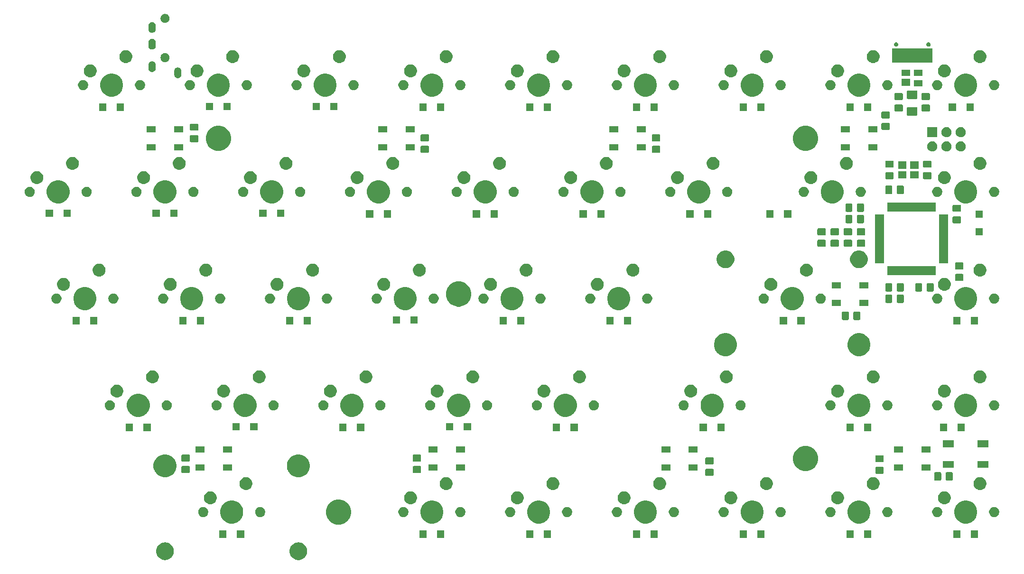
<source format=gbs>
G04 #@! TF.GenerationSoftware,KiCad,Pcbnew,(5.1.5)-3*
G04 #@! TF.CreationDate,2020-09-19T13:04:28+02:00*
G04 #@! TF.ProjectId,split65right,73706c69-7436-4357-9269-6768742e6b69,rev?*
G04 #@! TF.SameCoordinates,Original*
G04 #@! TF.FileFunction,Soldermask,Bot*
G04 #@! TF.FilePolarity,Negative*
%FSLAX46Y46*%
G04 Gerber Fmt 4.6, Leading zero omitted, Abs format (unit mm)*
G04 Created by KiCad (PCBNEW (5.1.5)-3) date 2020-09-19 13:04:28*
%MOMM*%
%LPD*%
G04 APERTURE LIST*
%ADD10C,0.100000*%
G04 APERTURE END LIST*
D10*
G36*
X255812333Y-125295340D02*
G01*
X256040952Y-125340814D01*
X256327766Y-125459617D01*
X256585892Y-125632091D01*
X256805409Y-125851608D01*
X256977883Y-126109734D01*
X257096686Y-126396548D01*
X257157250Y-126701028D01*
X257157250Y-127011472D01*
X257096686Y-127315952D01*
X256977883Y-127602766D01*
X256805409Y-127860892D01*
X256585892Y-128080409D01*
X256327766Y-128252883D01*
X256040952Y-128371686D01*
X255812333Y-128417160D01*
X255736474Y-128432250D01*
X255426026Y-128432250D01*
X255350167Y-128417160D01*
X255121548Y-128371686D01*
X254834734Y-128252883D01*
X254576608Y-128080409D01*
X254357091Y-127860892D01*
X254184617Y-127602766D01*
X254065814Y-127315952D01*
X254005250Y-127011472D01*
X254005250Y-126701028D01*
X254065814Y-126396548D01*
X254184617Y-126109734D01*
X254357091Y-125851608D01*
X254576608Y-125632091D01*
X254834734Y-125459617D01*
X255121548Y-125340814D01*
X255350167Y-125295340D01*
X255426026Y-125280250D01*
X255736474Y-125280250D01*
X255812333Y-125295340D01*
G37*
G36*
X232012333Y-125295340D02*
G01*
X232240952Y-125340814D01*
X232527766Y-125459617D01*
X232785892Y-125632091D01*
X233005409Y-125851608D01*
X233177883Y-126109734D01*
X233296686Y-126396548D01*
X233357250Y-126701028D01*
X233357250Y-127011472D01*
X233296686Y-127315952D01*
X233177883Y-127602766D01*
X233005409Y-127860892D01*
X232785892Y-128080409D01*
X232527766Y-128252883D01*
X232240952Y-128371686D01*
X232012333Y-128417160D01*
X231936474Y-128432250D01*
X231626026Y-128432250D01*
X231550167Y-128417160D01*
X231321548Y-128371686D01*
X231034734Y-128252883D01*
X230776608Y-128080409D01*
X230557091Y-127860892D01*
X230384617Y-127602766D01*
X230265814Y-127315952D01*
X230205250Y-127011472D01*
X230205250Y-126701028D01*
X230265814Y-126396548D01*
X230384617Y-126109734D01*
X230557091Y-125851608D01*
X230776608Y-125632091D01*
X231034734Y-125459617D01*
X231321548Y-125340814D01*
X231550167Y-125295340D01*
X231626026Y-125280250D01*
X231936474Y-125280250D01*
X232012333Y-125295340D01*
G37*
G36*
X335626000Y-124476000D02*
G01*
X334324000Y-124476000D01*
X334324000Y-123174000D01*
X335626000Y-123174000D01*
X335626000Y-124476000D01*
G37*
G36*
X319726000Y-124476000D02*
G01*
X318424000Y-124476000D01*
X318424000Y-123174000D01*
X319726000Y-123174000D01*
X319726000Y-124476000D01*
G37*
G36*
X316576000Y-124476000D02*
G01*
X315274000Y-124476000D01*
X315274000Y-123174000D01*
X316576000Y-123174000D01*
X316576000Y-124476000D01*
G37*
G36*
X300676000Y-124476000D02*
G01*
X299374000Y-124476000D01*
X299374000Y-123174000D01*
X300676000Y-123174000D01*
X300676000Y-124476000D01*
G37*
G36*
X297526000Y-124476000D02*
G01*
X296224000Y-124476000D01*
X296224000Y-123174000D01*
X297526000Y-123174000D01*
X297526000Y-124476000D01*
G37*
G36*
X281626000Y-124476000D02*
G01*
X280324000Y-124476000D01*
X280324000Y-123174000D01*
X281626000Y-123174000D01*
X281626000Y-124476000D01*
G37*
G36*
X278476000Y-124476000D02*
G01*
X277174000Y-124476000D01*
X277174000Y-123174000D01*
X278476000Y-123174000D01*
X278476000Y-124476000D01*
G37*
G36*
X245907250Y-124476000D02*
G01*
X244605250Y-124476000D01*
X244605250Y-123174000D01*
X245907250Y-123174000D01*
X245907250Y-124476000D01*
G37*
G36*
X242757250Y-124476000D02*
G01*
X241455250Y-124476000D01*
X241455250Y-123174000D01*
X242757250Y-123174000D01*
X242757250Y-124476000D01*
G37*
G36*
X338776000Y-124476000D02*
G01*
X337474000Y-124476000D01*
X337474000Y-123174000D01*
X338776000Y-123174000D01*
X338776000Y-124476000D01*
G37*
G36*
X357826000Y-124476000D02*
G01*
X356524000Y-124476000D01*
X356524000Y-123174000D01*
X357826000Y-123174000D01*
X357826000Y-124476000D01*
G37*
G36*
X354676000Y-124476000D02*
G01*
X353374000Y-124476000D01*
X353374000Y-123174000D01*
X354676000Y-123174000D01*
X354676000Y-124476000D01*
G37*
G36*
X373726000Y-124476000D02*
G01*
X372424000Y-124476000D01*
X372424000Y-123174000D01*
X373726000Y-123174000D01*
X373726000Y-124476000D01*
G37*
G36*
X376876000Y-124476000D02*
G01*
X375574000Y-124476000D01*
X375574000Y-123174000D01*
X376876000Y-123174000D01*
X376876000Y-124476000D01*
G37*
G36*
X263007130Y-117616026D02*
G01*
X263387843Y-117691754D01*
X263797499Y-117861439D01*
X264166179Y-118107784D01*
X264479716Y-118421321D01*
X264726061Y-118790001D01*
X264895746Y-119199657D01*
X264982250Y-119634546D01*
X264982250Y-120077954D01*
X264895746Y-120512843D01*
X264726061Y-120922499D01*
X264479716Y-121291179D01*
X264166179Y-121604716D01*
X263797499Y-121851061D01*
X263387843Y-122020746D01*
X263007130Y-122096474D01*
X262952955Y-122107250D01*
X262509545Y-122107250D01*
X262455370Y-122096474D01*
X262074657Y-122020746D01*
X261665001Y-121851061D01*
X261296321Y-121604716D01*
X260982784Y-121291179D01*
X260736439Y-120922499D01*
X260566754Y-120512843D01*
X260480250Y-120077954D01*
X260480250Y-119634546D01*
X260566754Y-119199657D01*
X260736439Y-118790001D01*
X260982784Y-118421321D01*
X261296321Y-118107784D01*
X261665001Y-117861439D01*
X262074657Y-117691754D01*
X262455370Y-117616026D01*
X262509545Y-117605250D01*
X262952955Y-117605250D01*
X263007130Y-117616026D01*
G37*
G36*
X279998254Y-117884068D02*
G01*
X280371511Y-118038676D01*
X280371513Y-118038677D01*
X280707436Y-118263134D01*
X280993116Y-118548814D01*
X281165291Y-118806491D01*
X281217574Y-118884739D01*
X281372182Y-119257996D01*
X281451000Y-119654243D01*
X281451000Y-120058257D01*
X281372182Y-120454504D01*
X281242595Y-120767354D01*
X281217573Y-120827763D01*
X280993116Y-121163686D01*
X280707436Y-121449366D01*
X280371513Y-121673823D01*
X280371512Y-121673824D01*
X280371511Y-121673824D01*
X279998254Y-121828432D01*
X279602007Y-121907250D01*
X279197993Y-121907250D01*
X278801746Y-121828432D01*
X278428489Y-121673824D01*
X278428488Y-121673824D01*
X278428487Y-121673823D01*
X278092564Y-121449366D01*
X277806884Y-121163686D01*
X277582427Y-120827763D01*
X277557405Y-120767354D01*
X277427818Y-120454504D01*
X277349000Y-120058257D01*
X277349000Y-119654243D01*
X277427818Y-119257996D01*
X277582426Y-118884739D01*
X277634710Y-118806491D01*
X277806884Y-118548814D01*
X278092564Y-118263134D01*
X278428487Y-118038677D01*
X278428489Y-118038676D01*
X278801746Y-117884068D01*
X279197993Y-117805250D01*
X279602007Y-117805250D01*
X279998254Y-117884068D01*
G37*
G36*
X356198254Y-117884068D02*
G01*
X356571511Y-118038676D01*
X356571513Y-118038677D01*
X356907436Y-118263134D01*
X357193116Y-118548814D01*
X357365291Y-118806491D01*
X357417574Y-118884739D01*
X357572182Y-119257996D01*
X357651000Y-119654243D01*
X357651000Y-120058257D01*
X357572182Y-120454504D01*
X357442595Y-120767354D01*
X357417573Y-120827763D01*
X357193116Y-121163686D01*
X356907436Y-121449366D01*
X356571513Y-121673823D01*
X356571512Y-121673824D01*
X356571511Y-121673824D01*
X356198254Y-121828432D01*
X355802007Y-121907250D01*
X355397993Y-121907250D01*
X355001746Y-121828432D01*
X354628489Y-121673824D01*
X354628488Y-121673824D01*
X354628487Y-121673823D01*
X354292564Y-121449366D01*
X354006884Y-121163686D01*
X353782427Y-120827763D01*
X353757405Y-120767354D01*
X353627818Y-120454504D01*
X353549000Y-120058257D01*
X353549000Y-119654243D01*
X353627818Y-119257996D01*
X353782426Y-118884739D01*
X353834710Y-118806491D01*
X354006884Y-118548814D01*
X354292564Y-118263134D01*
X354628487Y-118038677D01*
X354628489Y-118038676D01*
X355001746Y-117884068D01*
X355397993Y-117805250D01*
X355802007Y-117805250D01*
X356198254Y-117884068D01*
G37*
G36*
X337148254Y-117884068D02*
G01*
X337521511Y-118038676D01*
X337521513Y-118038677D01*
X337857436Y-118263134D01*
X338143116Y-118548814D01*
X338315291Y-118806491D01*
X338367574Y-118884739D01*
X338522182Y-119257996D01*
X338601000Y-119654243D01*
X338601000Y-120058257D01*
X338522182Y-120454504D01*
X338392595Y-120767354D01*
X338367573Y-120827763D01*
X338143116Y-121163686D01*
X337857436Y-121449366D01*
X337521513Y-121673823D01*
X337521512Y-121673824D01*
X337521511Y-121673824D01*
X337148254Y-121828432D01*
X336752007Y-121907250D01*
X336347993Y-121907250D01*
X335951746Y-121828432D01*
X335578489Y-121673824D01*
X335578488Y-121673824D01*
X335578487Y-121673823D01*
X335242564Y-121449366D01*
X334956884Y-121163686D01*
X334732427Y-120827763D01*
X334707405Y-120767354D01*
X334577818Y-120454504D01*
X334499000Y-120058257D01*
X334499000Y-119654243D01*
X334577818Y-119257996D01*
X334732426Y-118884739D01*
X334784710Y-118806491D01*
X334956884Y-118548814D01*
X335242564Y-118263134D01*
X335578487Y-118038677D01*
X335578489Y-118038676D01*
X335951746Y-117884068D01*
X336347993Y-117805250D01*
X336752007Y-117805250D01*
X337148254Y-117884068D01*
G37*
G36*
X375248254Y-117884068D02*
G01*
X375621511Y-118038676D01*
X375621513Y-118038677D01*
X375957436Y-118263134D01*
X376243116Y-118548814D01*
X376415291Y-118806491D01*
X376467574Y-118884739D01*
X376622182Y-119257996D01*
X376701000Y-119654243D01*
X376701000Y-120058257D01*
X376622182Y-120454504D01*
X376492595Y-120767354D01*
X376467573Y-120827763D01*
X376243116Y-121163686D01*
X375957436Y-121449366D01*
X375621513Y-121673823D01*
X375621512Y-121673824D01*
X375621511Y-121673824D01*
X375248254Y-121828432D01*
X374852007Y-121907250D01*
X374447993Y-121907250D01*
X374051746Y-121828432D01*
X373678489Y-121673824D01*
X373678488Y-121673824D01*
X373678487Y-121673823D01*
X373342564Y-121449366D01*
X373056884Y-121163686D01*
X372832427Y-120827763D01*
X372807405Y-120767354D01*
X372677818Y-120454504D01*
X372599000Y-120058257D01*
X372599000Y-119654243D01*
X372677818Y-119257996D01*
X372832426Y-118884739D01*
X372884710Y-118806491D01*
X373056884Y-118548814D01*
X373342564Y-118263134D01*
X373678487Y-118038677D01*
X373678489Y-118038676D01*
X374051746Y-117884068D01*
X374447993Y-117805250D01*
X374852007Y-117805250D01*
X375248254Y-117884068D01*
G37*
G36*
X318098254Y-117884068D02*
G01*
X318471511Y-118038676D01*
X318471513Y-118038677D01*
X318807436Y-118263134D01*
X319093116Y-118548814D01*
X319265291Y-118806491D01*
X319317574Y-118884739D01*
X319472182Y-119257996D01*
X319551000Y-119654243D01*
X319551000Y-120058257D01*
X319472182Y-120454504D01*
X319342595Y-120767354D01*
X319317573Y-120827763D01*
X319093116Y-121163686D01*
X318807436Y-121449366D01*
X318471513Y-121673823D01*
X318471512Y-121673824D01*
X318471511Y-121673824D01*
X318098254Y-121828432D01*
X317702007Y-121907250D01*
X317297993Y-121907250D01*
X316901746Y-121828432D01*
X316528489Y-121673824D01*
X316528488Y-121673824D01*
X316528487Y-121673823D01*
X316192564Y-121449366D01*
X315906884Y-121163686D01*
X315682427Y-120827763D01*
X315657405Y-120767354D01*
X315527818Y-120454504D01*
X315449000Y-120058257D01*
X315449000Y-119654243D01*
X315527818Y-119257996D01*
X315682426Y-118884739D01*
X315734710Y-118806491D01*
X315906884Y-118548814D01*
X316192564Y-118263134D01*
X316528487Y-118038677D01*
X316528489Y-118038676D01*
X316901746Y-117884068D01*
X317297993Y-117805250D01*
X317702007Y-117805250D01*
X318098254Y-117884068D01*
G37*
G36*
X244279504Y-117884068D02*
G01*
X244652761Y-118038676D01*
X244652763Y-118038677D01*
X244988686Y-118263134D01*
X245274366Y-118548814D01*
X245446541Y-118806491D01*
X245498824Y-118884739D01*
X245653432Y-119257996D01*
X245732250Y-119654243D01*
X245732250Y-120058257D01*
X245653432Y-120454504D01*
X245523845Y-120767354D01*
X245498823Y-120827763D01*
X245274366Y-121163686D01*
X244988686Y-121449366D01*
X244652763Y-121673823D01*
X244652762Y-121673824D01*
X244652761Y-121673824D01*
X244279504Y-121828432D01*
X243883257Y-121907250D01*
X243479243Y-121907250D01*
X243082996Y-121828432D01*
X242709739Y-121673824D01*
X242709738Y-121673824D01*
X242709737Y-121673823D01*
X242373814Y-121449366D01*
X242088134Y-121163686D01*
X241863677Y-120827763D01*
X241838655Y-120767354D01*
X241709068Y-120454504D01*
X241630250Y-120058257D01*
X241630250Y-119654243D01*
X241709068Y-119257996D01*
X241863676Y-118884739D01*
X241915960Y-118806491D01*
X242088134Y-118548814D01*
X242373814Y-118263134D01*
X242709737Y-118038677D01*
X242709739Y-118038676D01*
X243082996Y-117884068D01*
X243479243Y-117805250D01*
X243883257Y-117805250D01*
X244279504Y-117884068D01*
G37*
G36*
X299048254Y-117884068D02*
G01*
X299421511Y-118038676D01*
X299421513Y-118038677D01*
X299757436Y-118263134D01*
X300043116Y-118548814D01*
X300215291Y-118806491D01*
X300267574Y-118884739D01*
X300422182Y-119257996D01*
X300501000Y-119654243D01*
X300501000Y-120058257D01*
X300422182Y-120454504D01*
X300292595Y-120767354D01*
X300267573Y-120827763D01*
X300043116Y-121163686D01*
X299757436Y-121449366D01*
X299421513Y-121673823D01*
X299421512Y-121673824D01*
X299421511Y-121673824D01*
X299048254Y-121828432D01*
X298652007Y-121907250D01*
X298247993Y-121907250D01*
X297851746Y-121828432D01*
X297478489Y-121673824D01*
X297478488Y-121673824D01*
X297478487Y-121673823D01*
X297142564Y-121449366D01*
X296856884Y-121163686D01*
X296632427Y-120827763D01*
X296607405Y-120767354D01*
X296477818Y-120454504D01*
X296399000Y-120058257D01*
X296399000Y-119654243D01*
X296477818Y-119257996D01*
X296632426Y-118884739D01*
X296684710Y-118806491D01*
X296856884Y-118548814D01*
X297142564Y-118263134D01*
X297478487Y-118038677D01*
X297478489Y-118038676D01*
X297851746Y-117884068D01*
X298247993Y-117805250D01*
X298652007Y-117805250D01*
X299048254Y-117884068D01*
G37*
G36*
X284593512Y-118960177D02*
G01*
X284742812Y-118989874D01*
X284906784Y-119057794D01*
X285054354Y-119156397D01*
X285179853Y-119281896D01*
X285278456Y-119429466D01*
X285346376Y-119593438D01*
X285381000Y-119767509D01*
X285381000Y-119944991D01*
X285346376Y-120119062D01*
X285278456Y-120283034D01*
X285179853Y-120430604D01*
X285054354Y-120556103D01*
X284906784Y-120654706D01*
X284742812Y-120722626D01*
X284593512Y-120752323D01*
X284568742Y-120757250D01*
X284391258Y-120757250D01*
X284366488Y-120752323D01*
X284217188Y-120722626D01*
X284053216Y-120654706D01*
X283905646Y-120556103D01*
X283780147Y-120430604D01*
X283681544Y-120283034D01*
X283613624Y-120119062D01*
X283579000Y-119944991D01*
X283579000Y-119767509D01*
X283613624Y-119593438D01*
X283681544Y-119429466D01*
X283780147Y-119281896D01*
X283905646Y-119156397D01*
X284053216Y-119057794D01*
X284217188Y-118989874D01*
X284366488Y-118960177D01*
X284391258Y-118955250D01*
X284568742Y-118955250D01*
X284593512Y-118960177D01*
G37*
G36*
X274433512Y-118960177D02*
G01*
X274582812Y-118989874D01*
X274746784Y-119057794D01*
X274894354Y-119156397D01*
X275019853Y-119281896D01*
X275118456Y-119429466D01*
X275186376Y-119593438D01*
X275221000Y-119767509D01*
X275221000Y-119944991D01*
X275186376Y-120119062D01*
X275118456Y-120283034D01*
X275019853Y-120430604D01*
X274894354Y-120556103D01*
X274746784Y-120654706D01*
X274582812Y-120722626D01*
X274433512Y-120752323D01*
X274408742Y-120757250D01*
X274231258Y-120757250D01*
X274206488Y-120752323D01*
X274057188Y-120722626D01*
X273893216Y-120654706D01*
X273745646Y-120556103D01*
X273620147Y-120430604D01*
X273521544Y-120283034D01*
X273453624Y-120119062D01*
X273419000Y-119944991D01*
X273419000Y-119767509D01*
X273453624Y-119593438D01*
X273521544Y-119429466D01*
X273620147Y-119281896D01*
X273745646Y-119156397D01*
X273893216Y-119057794D01*
X274057188Y-118989874D01*
X274206488Y-118960177D01*
X274231258Y-118955250D01*
X274408742Y-118955250D01*
X274433512Y-118960177D01*
G37*
G36*
X303643512Y-118960177D02*
G01*
X303792812Y-118989874D01*
X303956784Y-119057794D01*
X304104354Y-119156397D01*
X304229853Y-119281896D01*
X304328456Y-119429466D01*
X304396376Y-119593438D01*
X304431000Y-119767509D01*
X304431000Y-119944991D01*
X304396376Y-120119062D01*
X304328456Y-120283034D01*
X304229853Y-120430604D01*
X304104354Y-120556103D01*
X303956784Y-120654706D01*
X303792812Y-120722626D01*
X303643512Y-120752323D01*
X303618742Y-120757250D01*
X303441258Y-120757250D01*
X303416488Y-120752323D01*
X303267188Y-120722626D01*
X303103216Y-120654706D01*
X302955646Y-120556103D01*
X302830147Y-120430604D01*
X302731544Y-120283034D01*
X302663624Y-120119062D01*
X302629000Y-119944991D01*
X302629000Y-119767509D01*
X302663624Y-119593438D01*
X302731544Y-119429466D01*
X302830147Y-119281896D01*
X302955646Y-119156397D01*
X303103216Y-119057794D01*
X303267188Y-118989874D01*
X303416488Y-118960177D01*
X303441258Y-118955250D01*
X303618742Y-118955250D01*
X303643512Y-118960177D01*
G37*
G36*
X379843512Y-118960177D02*
G01*
X379992812Y-118989874D01*
X380156784Y-119057794D01*
X380304354Y-119156397D01*
X380429853Y-119281896D01*
X380528456Y-119429466D01*
X380596376Y-119593438D01*
X380631000Y-119767509D01*
X380631000Y-119944991D01*
X380596376Y-120119062D01*
X380528456Y-120283034D01*
X380429853Y-120430604D01*
X380304354Y-120556103D01*
X380156784Y-120654706D01*
X379992812Y-120722626D01*
X379843512Y-120752323D01*
X379818742Y-120757250D01*
X379641258Y-120757250D01*
X379616488Y-120752323D01*
X379467188Y-120722626D01*
X379303216Y-120654706D01*
X379155646Y-120556103D01*
X379030147Y-120430604D01*
X378931544Y-120283034D01*
X378863624Y-120119062D01*
X378829000Y-119944991D01*
X378829000Y-119767509D01*
X378863624Y-119593438D01*
X378931544Y-119429466D01*
X379030147Y-119281896D01*
X379155646Y-119156397D01*
X379303216Y-119057794D01*
X379467188Y-118989874D01*
X379616488Y-118960177D01*
X379641258Y-118955250D01*
X379818742Y-118955250D01*
X379843512Y-118960177D01*
G37*
G36*
X293483512Y-118960177D02*
G01*
X293632812Y-118989874D01*
X293796784Y-119057794D01*
X293944354Y-119156397D01*
X294069853Y-119281896D01*
X294168456Y-119429466D01*
X294236376Y-119593438D01*
X294271000Y-119767509D01*
X294271000Y-119944991D01*
X294236376Y-120119062D01*
X294168456Y-120283034D01*
X294069853Y-120430604D01*
X293944354Y-120556103D01*
X293796784Y-120654706D01*
X293632812Y-120722626D01*
X293483512Y-120752323D01*
X293458742Y-120757250D01*
X293281258Y-120757250D01*
X293256488Y-120752323D01*
X293107188Y-120722626D01*
X292943216Y-120654706D01*
X292795646Y-120556103D01*
X292670147Y-120430604D01*
X292571544Y-120283034D01*
X292503624Y-120119062D01*
X292469000Y-119944991D01*
X292469000Y-119767509D01*
X292503624Y-119593438D01*
X292571544Y-119429466D01*
X292670147Y-119281896D01*
X292795646Y-119156397D01*
X292943216Y-119057794D01*
X293107188Y-118989874D01*
X293256488Y-118960177D01*
X293281258Y-118955250D01*
X293458742Y-118955250D01*
X293483512Y-118960177D01*
G37*
G36*
X322693512Y-118960177D02*
G01*
X322842812Y-118989874D01*
X323006784Y-119057794D01*
X323154354Y-119156397D01*
X323279853Y-119281896D01*
X323378456Y-119429466D01*
X323446376Y-119593438D01*
X323481000Y-119767509D01*
X323481000Y-119944991D01*
X323446376Y-120119062D01*
X323378456Y-120283034D01*
X323279853Y-120430604D01*
X323154354Y-120556103D01*
X323006784Y-120654706D01*
X322842812Y-120722626D01*
X322693512Y-120752323D01*
X322668742Y-120757250D01*
X322491258Y-120757250D01*
X322466488Y-120752323D01*
X322317188Y-120722626D01*
X322153216Y-120654706D01*
X322005646Y-120556103D01*
X321880147Y-120430604D01*
X321781544Y-120283034D01*
X321713624Y-120119062D01*
X321679000Y-119944991D01*
X321679000Y-119767509D01*
X321713624Y-119593438D01*
X321781544Y-119429466D01*
X321880147Y-119281896D01*
X322005646Y-119156397D01*
X322153216Y-119057794D01*
X322317188Y-118989874D01*
X322466488Y-118960177D01*
X322491258Y-118955250D01*
X322668742Y-118955250D01*
X322693512Y-118960177D01*
G37*
G36*
X312533512Y-118960177D02*
G01*
X312682812Y-118989874D01*
X312846784Y-119057794D01*
X312994354Y-119156397D01*
X313119853Y-119281896D01*
X313218456Y-119429466D01*
X313286376Y-119593438D01*
X313321000Y-119767509D01*
X313321000Y-119944991D01*
X313286376Y-120119062D01*
X313218456Y-120283034D01*
X313119853Y-120430604D01*
X312994354Y-120556103D01*
X312846784Y-120654706D01*
X312682812Y-120722626D01*
X312533512Y-120752323D01*
X312508742Y-120757250D01*
X312331258Y-120757250D01*
X312306488Y-120752323D01*
X312157188Y-120722626D01*
X311993216Y-120654706D01*
X311845646Y-120556103D01*
X311720147Y-120430604D01*
X311621544Y-120283034D01*
X311553624Y-120119062D01*
X311519000Y-119944991D01*
X311519000Y-119767509D01*
X311553624Y-119593438D01*
X311621544Y-119429466D01*
X311720147Y-119281896D01*
X311845646Y-119156397D01*
X311993216Y-119057794D01*
X312157188Y-118989874D01*
X312306488Y-118960177D01*
X312331258Y-118955250D01*
X312508742Y-118955250D01*
X312533512Y-118960177D01*
G37*
G36*
X331583512Y-118960177D02*
G01*
X331732812Y-118989874D01*
X331896784Y-119057794D01*
X332044354Y-119156397D01*
X332169853Y-119281896D01*
X332268456Y-119429466D01*
X332336376Y-119593438D01*
X332371000Y-119767509D01*
X332371000Y-119944991D01*
X332336376Y-120119062D01*
X332268456Y-120283034D01*
X332169853Y-120430604D01*
X332044354Y-120556103D01*
X331896784Y-120654706D01*
X331732812Y-120722626D01*
X331583512Y-120752323D01*
X331558742Y-120757250D01*
X331381258Y-120757250D01*
X331356488Y-120752323D01*
X331207188Y-120722626D01*
X331043216Y-120654706D01*
X330895646Y-120556103D01*
X330770147Y-120430604D01*
X330671544Y-120283034D01*
X330603624Y-120119062D01*
X330569000Y-119944991D01*
X330569000Y-119767509D01*
X330603624Y-119593438D01*
X330671544Y-119429466D01*
X330770147Y-119281896D01*
X330895646Y-119156397D01*
X331043216Y-119057794D01*
X331207188Y-118989874D01*
X331356488Y-118960177D01*
X331381258Y-118955250D01*
X331558742Y-118955250D01*
X331583512Y-118960177D01*
G37*
G36*
X360793512Y-118960177D02*
G01*
X360942812Y-118989874D01*
X361106784Y-119057794D01*
X361254354Y-119156397D01*
X361379853Y-119281896D01*
X361478456Y-119429466D01*
X361546376Y-119593438D01*
X361581000Y-119767509D01*
X361581000Y-119944991D01*
X361546376Y-120119062D01*
X361478456Y-120283034D01*
X361379853Y-120430604D01*
X361254354Y-120556103D01*
X361106784Y-120654706D01*
X360942812Y-120722626D01*
X360793512Y-120752323D01*
X360768742Y-120757250D01*
X360591258Y-120757250D01*
X360566488Y-120752323D01*
X360417188Y-120722626D01*
X360253216Y-120654706D01*
X360105646Y-120556103D01*
X359980147Y-120430604D01*
X359881544Y-120283034D01*
X359813624Y-120119062D01*
X359779000Y-119944991D01*
X359779000Y-119767509D01*
X359813624Y-119593438D01*
X359881544Y-119429466D01*
X359980147Y-119281896D01*
X360105646Y-119156397D01*
X360253216Y-119057794D01*
X360417188Y-118989874D01*
X360566488Y-118960177D01*
X360591258Y-118955250D01*
X360768742Y-118955250D01*
X360793512Y-118960177D01*
G37*
G36*
X350633512Y-118960177D02*
G01*
X350782812Y-118989874D01*
X350946784Y-119057794D01*
X351094354Y-119156397D01*
X351219853Y-119281896D01*
X351318456Y-119429466D01*
X351386376Y-119593438D01*
X351421000Y-119767509D01*
X351421000Y-119944991D01*
X351386376Y-120119062D01*
X351318456Y-120283034D01*
X351219853Y-120430604D01*
X351094354Y-120556103D01*
X350946784Y-120654706D01*
X350782812Y-120722626D01*
X350633512Y-120752323D01*
X350608742Y-120757250D01*
X350431258Y-120757250D01*
X350406488Y-120752323D01*
X350257188Y-120722626D01*
X350093216Y-120654706D01*
X349945646Y-120556103D01*
X349820147Y-120430604D01*
X349721544Y-120283034D01*
X349653624Y-120119062D01*
X349619000Y-119944991D01*
X349619000Y-119767509D01*
X349653624Y-119593438D01*
X349721544Y-119429466D01*
X349820147Y-119281896D01*
X349945646Y-119156397D01*
X350093216Y-119057794D01*
X350257188Y-118989874D01*
X350406488Y-118960177D01*
X350431258Y-118955250D01*
X350608742Y-118955250D01*
X350633512Y-118960177D01*
G37*
G36*
X238714762Y-118960177D02*
G01*
X238864062Y-118989874D01*
X239028034Y-119057794D01*
X239175604Y-119156397D01*
X239301103Y-119281896D01*
X239399706Y-119429466D01*
X239467626Y-119593438D01*
X239502250Y-119767509D01*
X239502250Y-119944991D01*
X239467626Y-120119062D01*
X239399706Y-120283034D01*
X239301103Y-120430604D01*
X239175604Y-120556103D01*
X239028034Y-120654706D01*
X238864062Y-120722626D01*
X238714762Y-120752323D01*
X238689992Y-120757250D01*
X238512508Y-120757250D01*
X238487738Y-120752323D01*
X238338438Y-120722626D01*
X238174466Y-120654706D01*
X238026896Y-120556103D01*
X237901397Y-120430604D01*
X237802794Y-120283034D01*
X237734874Y-120119062D01*
X237700250Y-119944991D01*
X237700250Y-119767509D01*
X237734874Y-119593438D01*
X237802794Y-119429466D01*
X237901397Y-119281896D01*
X238026896Y-119156397D01*
X238174466Y-119057794D01*
X238338438Y-118989874D01*
X238487738Y-118960177D01*
X238512508Y-118955250D01*
X238689992Y-118955250D01*
X238714762Y-118960177D01*
G37*
G36*
X248874762Y-118960177D02*
G01*
X249024062Y-118989874D01*
X249188034Y-119057794D01*
X249335604Y-119156397D01*
X249461103Y-119281896D01*
X249559706Y-119429466D01*
X249627626Y-119593438D01*
X249662250Y-119767509D01*
X249662250Y-119944991D01*
X249627626Y-120119062D01*
X249559706Y-120283034D01*
X249461103Y-120430604D01*
X249335604Y-120556103D01*
X249188034Y-120654706D01*
X249024062Y-120722626D01*
X248874762Y-120752323D01*
X248849992Y-120757250D01*
X248672508Y-120757250D01*
X248647738Y-120752323D01*
X248498438Y-120722626D01*
X248334466Y-120654706D01*
X248186896Y-120556103D01*
X248061397Y-120430604D01*
X247962794Y-120283034D01*
X247894874Y-120119062D01*
X247860250Y-119944991D01*
X247860250Y-119767509D01*
X247894874Y-119593438D01*
X247962794Y-119429466D01*
X248061397Y-119281896D01*
X248186896Y-119156397D01*
X248334466Y-119057794D01*
X248498438Y-118989874D01*
X248647738Y-118960177D01*
X248672508Y-118955250D01*
X248849992Y-118955250D01*
X248874762Y-118960177D01*
G37*
G36*
X369683512Y-118960177D02*
G01*
X369832812Y-118989874D01*
X369996784Y-119057794D01*
X370144354Y-119156397D01*
X370269853Y-119281896D01*
X370368456Y-119429466D01*
X370436376Y-119593438D01*
X370471000Y-119767509D01*
X370471000Y-119944991D01*
X370436376Y-120119062D01*
X370368456Y-120283034D01*
X370269853Y-120430604D01*
X370144354Y-120556103D01*
X369996784Y-120654706D01*
X369832812Y-120722626D01*
X369683512Y-120752323D01*
X369658742Y-120757250D01*
X369481258Y-120757250D01*
X369456488Y-120752323D01*
X369307188Y-120722626D01*
X369143216Y-120654706D01*
X368995646Y-120556103D01*
X368870147Y-120430604D01*
X368771544Y-120283034D01*
X368703624Y-120119062D01*
X368669000Y-119944991D01*
X368669000Y-119767509D01*
X368703624Y-119593438D01*
X368771544Y-119429466D01*
X368870147Y-119281896D01*
X368995646Y-119156397D01*
X369143216Y-119057794D01*
X369307188Y-118989874D01*
X369456488Y-118960177D01*
X369481258Y-118955250D01*
X369658742Y-118955250D01*
X369683512Y-118960177D01*
G37*
G36*
X341743512Y-118960177D02*
G01*
X341892812Y-118989874D01*
X342056784Y-119057794D01*
X342204354Y-119156397D01*
X342329853Y-119281896D01*
X342428456Y-119429466D01*
X342496376Y-119593438D01*
X342531000Y-119767509D01*
X342531000Y-119944991D01*
X342496376Y-120119062D01*
X342428456Y-120283034D01*
X342329853Y-120430604D01*
X342204354Y-120556103D01*
X342056784Y-120654706D01*
X341892812Y-120722626D01*
X341743512Y-120752323D01*
X341718742Y-120757250D01*
X341541258Y-120757250D01*
X341516488Y-120752323D01*
X341367188Y-120722626D01*
X341203216Y-120654706D01*
X341055646Y-120556103D01*
X340930147Y-120430604D01*
X340831544Y-120283034D01*
X340763624Y-120119062D01*
X340729000Y-119944991D01*
X340729000Y-119767509D01*
X340763624Y-119593438D01*
X340831544Y-119429466D01*
X340930147Y-119281896D01*
X341055646Y-119156397D01*
X341203216Y-119057794D01*
X341367188Y-118989874D01*
X341516488Y-118960177D01*
X341541258Y-118955250D01*
X341718742Y-118955250D01*
X341743512Y-118960177D01*
G37*
G36*
X294864549Y-116187366D02*
G01*
X294975734Y-116209482D01*
X295185203Y-116296247D01*
X295373720Y-116422210D01*
X295534040Y-116582530D01*
X295660003Y-116771047D01*
X295746768Y-116980516D01*
X295791000Y-117202886D01*
X295791000Y-117429614D01*
X295746768Y-117651984D01*
X295660003Y-117861453D01*
X295534040Y-118049970D01*
X295373720Y-118210290D01*
X295185203Y-118336253D01*
X294975734Y-118423018D01*
X294921016Y-118433902D01*
X294753365Y-118467250D01*
X294526635Y-118467250D01*
X294358984Y-118433902D01*
X294304266Y-118423018D01*
X294094797Y-118336253D01*
X293906280Y-118210290D01*
X293745960Y-118049970D01*
X293619997Y-117861453D01*
X293533232Y-117651984D01*
X293489000Y-117429614D01*
X293489000Y-117202886D01*
X293533232Y-116980516D01*
X293619997Y-116771047D01*
X293745960Y-116582530D01*
X293906280Y-116422210D01*
X294094797Y-116296247D01*
X294304266Y-116209482D01*
X294415451Y-116187366D01*
X294526635Y-116165250D01*
X294753365Y-116165250D01*
X294864549Y-116187366D01*
G37*
G36*
X352014549Y-116187366D02*
G01*
X352125734Y-116209482D01*
X352335203Y-116296247D01*
X352523720Y-116422210D01*
X352684040Y-116582530D01*
X352810003Y-116771047D01*
X352896768Y-116980516D01*
X352941000Y-117202886D01*
X352941000Y-117429614D01*
X352896768Y-117651984D01*
X352810003Y-117861453D01*
X352684040Y-118049970D01*
X352523720Y-118210290D01*
X352335203Y-118336253D01*
X352125734Y-118423018D01*
X352071016Y-118433902D01*
X351903365Y-118467250D01*
X351676635Y-118467250D01*
X351508984Y-118433902D01*
X351454266Y-118423018D01*
X351244797Y-118336253D01*
X351056280Y-118210290D01*
X350895960Y-118049970D01*
X350769997Y-117861453D01*
X350683232Y-117651984D01*
X350639000Y-117429614D01*
X350639000Y-117202886D01*
X350683232Y-116980516D01*
X350769997Y-116771047D01*
X350895960Y-116582530D01*
X351056280Y-116422210D01*
X351244797Y-116296247D01*
X351454266Y-116209482D01*
X351565451Y-116187366D01*
X351676635Y-116165250D01*
X351903365Y-116165250D01*
X352014549Y-116187366D01*
G37*
G36*
X371064549Y-116187366D02*
G01*
X371175734Y-116209482D01*
X371385203Y-116296247D01*
X371573720Y-116422210D01*
X371734040Y-116582530D01*
X371860003Y-116771047D01*
X371946768Y-116980516D01*
X371991000Y-117202886D01*
X371991000Y-117429614D01*
X371946768Y-117651984D01*
X371860003Y-117861453D01*
X371734040Y-118049970D01*
X371573720Y-118210290D01*
X371385203Y-118336253D01*
X371175734Y-118423018D01*
X371121016Y-118433902D01*
X370953365Y-118467250D01*
X370726635Y-118467250D01*
X370558984Y-118433902D01*
X370504266Y-118423018D01*
X370294797Y-118336253D01*
X370106280Y-118210290D01*
X369945960Y-118049970D01*
X369819997Y-117861453D01*
X369733232Y-117651984D01*
X369689000Y-117429614D01*
X369689000Y-117202886D01*
X369733232Y-116980516D01*
X369819997Y-116771047D01*
X369945960Y-116582530D01*
X370106280Y-116422210D01*
X370294797Y-116296247D01*
X370504266Y-116209482D01*
X370615451Y-116187366D01*
X370726635Y-116165250D01*
X370953365Y-116165250D01*
X371064549Y-116187366D01*
G37*
G36*
X275814549Y-116187366D02*
G01*
X275925734Y-116209482D01*
X276135203Y-116296247D01*
X276323720Y-116422210D01*
X276484040Y-116582530D01*
X276610003Y-116771047D01*
X276696768Y-116980516D01*
X276741000Y-117202886D01*
X276741000Y-117429614D01*
X276696768Y-117651984D01*
X276610003Y-117861453D01*
X276484040Y-118049970D01*
X276323720Y-118210290D01*
X276135203Y-118336253D01*
X275925734Y-118423018D01*
X275871016Y-118433902D01*
X275703365Y-118467250D01*
X275476635Y-118467250D01*
X275308984Y-118433902D01*
X275254266Y-118423018D01*
X275044797Y-118336253D01*
X274856280Y-118210290D01*
X274695960Y-118049970D01*
X274569997Y-117861453D01*
X274483232Y-117651984D01*
X274439000Y-117429614D01*
X274439000Y-117202886D01*
X274483232Y-116980516D01*
X274569997Y-116771047D01*
X274695960Y-116582530D01*
X274856280Y-116422210D01*
X275044797Y-116296247D01*
X275254266Y-116209482D01*
X275365451Y-116187366D01*
X275476635Y-116165250D01*
X275703365Y-116165250D01*
X275814549Y-116187366D01*
G37*
G36*
X240095799Y-116187366D02*
G01*
X240206984Y-116209482D01*
X240416453Y-116296247D01*
X240604970Y-116422210D01*
X240765290Y-116582530D01*
X240891253Y-116771047D01*
X240978018Y-116980516D01*
X241022250Y-117202886D01*
X241022250Y-117429614D01*
X240978018Y-117651984D01*
X240891253Y-117861453D01*
X240765290Y-118049970D01*
X240604970Y-118210290D01*
X240416453Y-118336253D01*
X240206984Y-118423018D01*
X240152266Y-118433902D01*
X239984615Y-118467250D01*
X239757885Y-118467250D01*
X239590234Y-118433902D01*
X239535516Y-118423018D01*
X239326047Y-118336253D01*
X239137530Y-118210290D01*
X238977210Y-118049970D01*
X238851247Y-117861453D01*
X238764482Y-117651984D01*
X238720250Y-117429614D01*
X238720250Y-117202886D01*
X238764482Y-116980516D01*
X238851247Y-116771047D01*
X238977210Y-116582530D01*
X239137530Y-116422210D01*
X239326047Y-116296247D01*
X239535516Y-116209482D01*
X239646701Y-116187366D01*
X239757885Y-116165250D01*
X239984615Y-116165250D01*
X240095799Y-116187366D01*
G37*
G36*
X332964549Y-116187366D02*
G01*
X333075734Y-116209482D01*
X333285203Y-116296247D01*
X333473720Y-116422210D01*
X333634040Y-116582530D01*
X333760003Y-116771047D01*
X333846768Y-116980516D01*
X333891000Y-117202886D01*
X333891000Y-117429614D01*
X333846768Y-117651984D01*
X333760003Y-117861453D01*
X333634040Y-118049970D01*
X333473720Y-118210290D01*
X333285203Y-118336253D01*
X333075734Y-118423018D01*
X333021016Y-118433902D01*
X332853365Y-118467250D01*
X332626635Y-118467250D01*
X332458984Y-118433902D01*
X332404266Y-118423018D01*
X332194797Y-118336253D01*
X332006280Y-118210290D01*
X331845960Y-118049970D01*
X331719997Y-117861453D01*
X331633232Y-117651984D01*
X331589000Y-117429614D01*
X331589000Y-117202886D01*
X331633232Y-116980516D01*
X331719997Y-116771047D01*
X331845960Y-116582530D01*
X332006280Y-116422210D01*
X332194797Y-116296247D01*
X332404266Y-116209482D01*
X332515451Y-116187366D01*
X332626635Y-116165250D01*
X332853365Y-116165250D01*
X332964549Y-116187366D01*
G37*
G36*
X313914549Y-116187366D02*
G01*
X314025734Y-116209482D01*
X314235203Y-116296247D01*
X314423720Y-116422210D01*
X314584040Y-116582530D01*
X314710003Y-116771047D01*
X314796768Y-116980516D01*
X314841000Y-117202886D01*
X314841000Y-117429614D01*
X314796768Y-117651984D01*
X314710003Y-117861453D01*
X314584040Y-118049970D01*
X314423720Y-118210290D01*
X314235203Y-118336253D01*
X314025734Y-118423018D01*
X313971016Y-118433902D01*
X313803365Y-118467250D01*
X313576635Y-118467250D01*
X313408984Y-118433902D01*
X313354266Y-118423018D01*
X313144797Y-118336253D01*
X312956280Y-118210290D01*
X312795960Y-118049970D01*
X312669997Y-117861453D01*
X312583232Y-117651984D01*
X312539000Y-117429614D01*
X312539000Y-117202886D01*
X312583232Y-116980516D01*
X312669997Y-116771047D01*
X312795960Y-116582530D01*
X312956280Y-116422210D01*
X313144797Y-116296247D01*
X313354266Y-116209482D01*
X313465451Y-116187366D01*
X313576635Y-116165250D01*
X313803365Y-116165250D01*
X313914549Y-116187366D01*
G37*
G36*
X320264549Y-113647366D02*
G01*
X320375734Y-113669482D01*
X320585203Y-113756247D01*
X320773720Y-113882210D01*
X320934040Y-114042530D01*
X321060003Y-114231047D01*
X321146768Y-114440516D01*
X321191000Y-114662886D01*
X321191000Y-114889614D01*
X321146768Y-115111984D01*
X321060003Y-115321453D01*
X320934040Y-115509970D01*
X320773720Y-115670290D01*
X320585203Y-115796253D01*
X320375734Y-115883018D01*
X320264549Y-115905134D01*
X320153365Y-115927250D01*
X319926635Y-115927250D01*
X319815451Y-115905134D01*
X319704266Y-115883018D01*
X319494797Y-115796253D01*
X319306280Y-115670290D01*
X319145960Y-115509970D01*
X319019997Y-115321453D01*
X318933232Y-115111984D01*
X318889000Y-114889614D01*
X318889000Y-114662886D01*
X318933232Y-114440516D01*
X319019997Y-114231047D01*
X319145960Y-114042530D01*
X319306280Y-113882210D01*
X319494797Y-113756247D01*
X319704266Y-113669482D01*
X319815451Y-113647366D01*
X319926635Y-113625250D01*
X320153365Y-113625250D01*
X320264549Y-113647366D01*
G37*
G36*
X246445799Y-113647366D02*
G01*
X246556984Y-113669482D01*
X246766453Y-113756247D01*
X246954970Y-113882210D01*
X247115290Y-114042530D01*
X247241253Y-114231047D01*
X247328018Y-114440516D01*
X247372250Y-114662886D01*
X247372250Y-114889614D01*
X247328018Y-115111984D01*
X247241253Y-115321453D01*
X247115290Y-115509970D01*
X246954970Y-115670290D01*
X246766453Y-115796253D01*
X246556984Y-115883018D01*
X246445799Y-115905134D01*
X246334615Y-115927250D01*
X246107885Y-115927250D01*
X245996701Y-115905134D01*
X245885516Y-115883018D01*
X245676047Y-115796253D01*
X245487530Y-115670290D01*
X245327210Y-115509970D01*
X245201247Y-115321453D01*
X245114482Y-115111984D01*
X245070250Y-114889614D01*
X245070250Y-114662886D01*
X245114482Y-114440516D01*
X245201247Y-114231047D01*
X245327210Y-114042530D01*
X245487530Y-113882210D01*
X245676047Y-113756247D01*
X245885516Y-113669482D01*
X245996701Y-113647366D01*
X246107885Y-113625250D01*
X246334615Y-113625250D01*
X246445799Y-113647366D01*
G37*
G36*
X339314549Y-113647366D02*
G01*
X339425734Y-113669482D01*
X339635203Y-113756247D01*
X339823720Y-113882210D01*
X339984040Y-114042530D01*
X340110003Y-114231047D01*
X340196768Y-114440516D01*
X340241000Y-114662886D01*
X340241000Y-114889614D01*
X340196768Y-115111984D01*
X340110003Y-115321453D01*
X339984040Y-115509970D01*
X339823720Y-115670290D01*
X339635203Y-115796253D01*
X339425734Y-115883018D01*
X339314549Y-115905134D01*
X339203365Y-115927250D01*
X338976635Y-115927250D01*
X338865451Y-115905134D01*
X338754266Y-115883018D01*
X338544797Y-115796253D01*
X338356280Y-115670290D01*
X338195960Y-115509970D01*
X338069997Y-115321453D01*
X337983232Y-115111984D01*
X337939000Y-114889614D01*
X337939000Y-114662886D01*
X337983232Y-114440516D01*
X338069997Y-114231047D01*
X338195960Y-114042530D01*
X338356280Y-113882210D01*
X338544797Y-113756247D01*
X338754266Y-113669482D01*
X338865451Y-113647366D01*
X338976635Y-113625250D01*
X339203365Y-113625250D01*
X339314549Y-113647366D01*
G37*
G36*
X358364549Y-113647366D02*
G01*
X358475734Y-113669482D01*
X358685203Y-113756247D01*
X358873720Y-113882210D01*
X359034040Y-114042530D01*
X359160003Y-114231047D01*
X359246768Y-114440516D01*
X359291000Y-114662886D01*
X359291000Y-114889614D01*
X359246768Y-115111984D01*
X359160003Y-115321453D01*
X359034040Y-115509970D01*
X358873720Y-115670290D01*
X358685203Y-115796253D01*
X358475734Y-115883018D01*
X358364549Y-115905134D01*
X358253365Y-115927250D01*
X358026635Y-115927250D01*
X357915451Y-115905134D01*
X357804266Y-115883018D01*
X357594797Y-115796253D01*
X357406280Y-115670290D01*
X357245960Y-115509970D01*
X357119997Y-115321453D01*
X357033232Y-115111984D01*
X356989000Y-114889614D01*
X356989000Y-114662886D01*
X357033232Y-114440516D01*
X357119997Y-114231047D01*
X357245960Y-114042530D01*
X357406280Y-113882210D01*
X357594797Y-113756247D01*
X357804266Y-113669482D01*
X357915451Y-113647366D01*
X358026635Y-113625250D01*
X358253365Y-113625250D01*
X358364549Y-113647366D01*
G37*
G36*
X282164549Y-113647366D02*
G01*
X282275734Y-113669482D01*
X282485203Y-113756247D01*
X282673720Y-113882210D01*
X282834040Y-114042530D01*
X282960003Y-114231047D01*
X283046768Y-114440516D01*
X283091000Y-114662886D01*
X283091000Y-114889614D01*
X283046768Y-115111984D01*
X282960003Y-115321453D01*
X282834040Y-115509970D01*
X282673720Y-115670290D01*
X282485203Y-115796253D01*
X282275734Y-115883018D01*
X282164549Y-115905134D01*
X282053365Y-115927250D01*
X281826635Y-115927250D01*
X281715451Y-115905134D01*
X281604266Y-115883018D01*
X281394797Y-115796253D01*
X281206280Y-115670290D01*
X281045960Y-115509970D01*
X280919997Y-115321453D01*
X280833232Y-115111984D01*
X280789000Y-114889614D01*
X280789000Y-114662886D01*
X280833232Y-114440516D01*
X280919997Y-114231047D01*
X281045960Y-114042530D01*
X281206280Y-113882210D01*
X281394797Y-113756247D01*
X281604266Y-113669482D01*
X281715451Y-113647366D01*
X281826635Y-113625250D01*
X282053365Y-113625250D01*
X282164549Y-113647366D01*
G37*
G36*
X301214549Y-113647366D02*
G01*
X301325734Y-113669482D01*
X301535203Y-113756247D01*
X301723720Y-113882210D01*
X301884040Y-114042530D01*
X302010003Y-114231047D01*
X302096768Y-114440516D01*
X302141000Y-114662886D01*
X302141000Y-114889614D01*
X302096768Y-115111984D01*
X302010003Y-115321453D01*
X301884040Y-115509970D01*
X301723720Y-115670290D01*
X301535203Y-115796253D01*
X301325734Y-115883018D01*
X301214549Y-115905134D01*
X301103365Y-115927250D01*
X300876635Y-115927250D01*
X300765451Y-115905134D01*
X300654266Y-115883018D01*
X300444797Y-115796253D01*
X300256280Y-115670290D01*
X300095960Y-115509970D01*
X299969997Y-115321453D01*
X299883232Y-115111984D01*
X299839000Y-114889614D01*
X299839000Y-114662886D01*
X299883232Y-114440516D01*
X299969997Y-114231047D01*
X300095960Y-114042530D01*
X300256280Y-113882210D01*
X300444797Y-113756247D01*
X300654266Y-113669482D01*
X300765451Y-113647366D01*
X300876635Y-113625250D01*
X301103365Y-113625250D01*
X301214549Y-113647366D01*
G37*
G36*
X377414549Y-113647366D02*
G01*
X377525734Y-113669482D01*
X377735203Y-113756247D01*
X377923720Y-113882210D01*
X378084040Y-114042530D01*
X378210003Y-114231047D01*
X378296768Y-114440516D01*
X378341000Y-114662886D01*
X378341000Y-114889614D01*
X378296768Y-115111984D01*
X378210003Y-115321453D01*
X378084040Y-115509970D01*
X377923720Y-115670290D01*
X377735203Y-115796253D01*
X377525734Y-115883018D01*
X377414549Y-115905134D01*
X377303365Y-115927250D01*
X377076635Y-115927250D01*
X376965451Y-115905134D01*
X376854266Y-115883018D01*
X376644797Y-115796253D01*
X376456280Y-115670290D01*
X376295960Y-115509970D01*
X376169997Y-115321453D01*
X376083232Y-115111984D01*
X376039000Y-114889614D01*
X376039000Y-114662886D01*
X376083232Y-114440516D01*
X376169997Y-114231047D01*
X376295960Y-114042530D01*
X376456280Y-113882210D01*
X376644797Y-113756247D01*
X376854266Y-113669482D01*
X376965451Y-113647366D01*
X377076635Y-113625250D01*
X377303365Y-113625250D01*
X377414549Y-113647366D01*
G37*
G36*
X370119924Y-112759715D02*
G01*
X370157617Y-112771149D01*
X370192353Y-112789716D01*
X370222798Y-112814702D01*
X370247784Y-112845147D01*
X370266351Y-112879883D01*
X370277785Y-112917576D01*
X370282250Y-112962911D01*
X370282250Y-114049589D01*
X370277785Y-114094924D01*
X370266351Y-114132617D01*
X370247784Y-114167353D01*
X370222798Y-114197798D01*
X370192353Y-114222784D01*
X370157617Y-114241351D01*
X370119924Y-114252785D01*
X370074589Y-114257250D01*
X369237911Y-114257250D01*
X369192576Y-114252785D01*
X369154883Y-114241351D01*
X369120147Y-114222784D01*
X369089702Y-114197798D01*
X369064716Y-114167353D01*
X369046149Y-114132617D01*
X369034715Y-114094924D01*
X369030250Y-114049589D01*
X369030250Y-112962911D01*
X369034715Y-112917576D01*
X369046149Y-112879883D01*
X369064716Y-112845147D01*
X369089702Y-112814702D01*
X369120147Y-112789716D01*
X369154883Y-112771149D01*
X369192576Y-112759715D01*
X369237911Y-112755250D01*
X370074589Y-112755250D01*
X370119924Y-112759715D01*
G37*
G36*
X372169924Y-112759715D02*
G01*
X372207617Y-112771149D01*
X372242353Y-112789716D01*
X372272798Y-112814702D01*
X372297784Y-112845147D01*
X372316351Y-112879883D01*
X372327785Y-112917576D01*
X372332250Y-112962911D01*
X372332250Y-114049589D01*
X372327785Y-114094924D01*
X372316351Y-114132617D01*
X372297784Y-114167353D01*
X372272798Y-114197798D01*
X372242353Y-114222784D01*
X372207617Y-114241351D01*
X372169924Y-114252785D01*
X372124589Y-114257250D01*
X371287911Y-114257250D01*
X371242576Y-114252785D01*
X371204883Y-114241351D01*
X371170147Y-114222784D01*
X371139702Y-114197798D01*
X371114716Y-114167353D01*
X371096149Y-114132617D01*
X371084715Y-114094924D01*
X371080250Y-114049589D01*
X371080250Y-112962911D01*
X371084715Y-112917576D01*
X371096149Y-112879883D01*
X371114716Y-112845147D01*
X371139702Y-112814702D01*
X371170147Y-112789716D01*
X371204883Y-112771149D01*
X371242576Y-112759715D01*
X371287911Y-112755250D01*
X372124589Y-112755250D01*
X372169924Y-112759715D01*
G37*
G36*
X232379504Y-109644068D02*
G01*
X232752761Y-109798676D01*
X232752763Y-109798677D01*
X233088686Y-110023134D01*
X233374366Y-110308814D01*
X233591599Y-110633925D01*
X233598824Y-110644739D01*
X233753432Y-111017996D01*
X233832250Y-111414243D01*
X233832250Y-111818257D01*
X233753432Y-112214504D01*
X233642528Y-112482250D01*
X233598823Y-112587763D01*
X233374366Y-112923686D01*
X233088686Y-113209366D01*
X232752763Y-113433823D01*
X232752762Y-113433824D01*
X232752761Y-113433824D01*
X232379504Y-113588432D01*
X231983257Y-113667250D01*
X231579243Y-113667250D01*
X231182996Y-113588432D01*
X230809739Y-113433824D01*
X230809738Y-113433824D01*
X230809737Y-113433823D01*
X230473814Y-113209366D01*
X230188134Y-112923686D01*
X229963677Y-112587763D01*
X229919972Y-112482250D01*
X229809068Y-112214504D01*
X229730250Y-111818257D01*
X229730250Y-111414243D01*
X229809068Y-111017996D01*
X229963676Y-110644739D01*
X229970902Y-110633925D01*
X230188134Y-110308814D01*
X230473814Y-110023134D01*
X230809737Y-109798677D01*
X230809739Y-109798676D01*
X231182996Y-109644068D01*
X231579243Y-109565250D01*
X231983257Y-109565250D01*
X232379504Y-109644068D01*
G37*
G36*
X256179504Y-109644068D02*
G01*
X256552761Y-109798676D01*
X256552763Y-109798677D01*
X256888686Y-110023134D01*
X257174366Y-110308814D01*
X257391599Y-110633925D01*
X257398824Y-110644739D01*
X257553432Y-111017996D01*
X257632250Y-111414243D01*
X257632250Y-111818257D01*
X257553432Y-112214504D01*
X257442528Y-112482250D01*
X257398823Y-112587763D01*
X257174366Y-112923686D01*
X256888686Y-113209366D01*
X256552763Y-113433823D01*
X256552762Y-113433824D01*
X256552761Y-113433824D01*
X256179504Y-113588432D01*
X255783257Y-113667250D01*
X255379243Y-113667250D01*
X254982996Y-113588432D01*
X254609739Y-113433824D01*
X254609738Y-113433824D01*
X254609737Y-113433823D01*
X254273814Y-113209366D01*
X253988134Y-112923686D01*
X253763677Y-112587763D01*
X253719972Y-112482250D01*
X253609068Y-112214504D01*
X253530250Y-111818257D01*
X253530250Y-111414243D01*
X253609068Y-111017996D01*
X253763676Y-110644739D01*
X253770902Y-110633925D01*
X253988134Y-110308814D01*
X254273814Y-110023134D01*
X254609737Y-109798677D01*
X254609739Y-109798676D01*
X254982996Y-109644068D01*
X255379243Y-109565250D01*
X255783257Y-109565250D01*
X256179504Y-109644068D01*
G37*
G36*
X329518674Y-112163465D02*
G01*
X329556367Y-112174899D01*
X329591103Y-112193466D01*
X329621548Y-112218452D01*
X329646534Y-112248897D01*
X329665101Y-112283633D01*
X329676535Y-112321326D01*
X329681000Y-112366661D01*
X329681000Y-113203339D01*
X329676535Y-113248674D01*
X329665101Y-113286367D01*
X329646534Y-113321103D01*
X329621548Y-113351548D01*
X329591103Y-113376534D01*
X329556367Y-113395101D01*
X329518674Y-113406535D01*
X329473339Y-113411000D01*
X328386661Y-113411000D01*
X328341326Y-113406535D01*
X328303633Y-113395101D01*
X328268897Y-113376534D01*
X328238452Y-113351548D01*
X328213466Y-113321103D01*
X328194899Y-113286367D01*
X328183465Y-113248674D01*
X328179000Y-113203339D01*
X328179000Y-112366661D01*
X328183465Y-112321326D01*
X328194899Y-112283633D01*
X328213466Y-112248897D01*
X328238452Y-112218452D01*
X328268897Y-112193466D01*
X328303633Y-112174899D01*
X328341326Y-112163465D01*
X328386661Y-112159000D01*
X329473339Y-112159000D01*
X329518674Y-112163465D01*
G37*
G36*
X359871674Y-111782465D02*
G01*
X359909367Y-111793899D01*
X359944103Y-111812466D01*
X359974548Y-111837452D01*
X359999534Y-111867897D01*
X360018101Y-111902633D01*
X360029535Y-111940326D01*
X360034000Y-111985661D01*
X360034000Y-112822339D01*
X360029535Y-112867674D01*
X360018101Y-112905367D01*
X359999534Y-112940103D01*
X359974548Y-112970548D01*
X359944103Y-112995534D01*
X359909367Y-113014101D01*
X359871674Y-113025535D01*
X359826339Y-113030000D01*
X358739661Y-113030000D01*
X358694326Y-113025535D01*
X358656633Y-113014101D01*
X358621897Y-112995534D01*
X358591452Y-112970548D01*
X358566466Y-112940103D01*
X358547899Y-112905367D01*
X358536465Y-112867674D01*
X358532000Y-112822339D01*
X358532000Y-111985661D01*
X358536465Y-111940326D01*
X358547899Y-111902633D01*
X358566466Y-111867897D01*
X358591452Y-111837452D01*
X358621897Y-111812466D01*
X358656633Y-111793899D01*
X358694326Y-111782465D01*
X358739661Y-111778000D01*
X359826339Y-111778000D01*
X359871674Y-111782465D01*
G37*
G36*
X277321674Y-111655465D02*
G01*
X277359367Y-111666899D01*
X277394103Y-111685466D01*
X277424548Y-111710452D01*
X277449534Y-111740897D01*
X277468101Y-111775633D01*
X277479535Y-111813326D01*
X277484000Y-111858661D01*
X277484000Y-112695339D01*
X277479535Y-112740674D01*
X277468101Y-112778367D01*
X277449534Y-112813103D01*
X277424548Y-112843548D01*
X277394103Y-112868534D01*
X277359367Y-112887101D01*
X277321674Y-112898535D01*
X277276339Y-112903000D01*
X276189661Y-112903000D01*
X276144326Y-112898535D01*
X276106633Y-112887101D01*
X276071897Y-112868534D01*
X276041452Y-112843548D01*
X276016466Y-112813103D01*
X275997899Y-112778367D01*
X275986465Y-112740674D01*
X275982000Y-112695339D01*
X275982000Y-111858661D01*
X275986465Y-111813326D01*
X275997899Y-111775633D01*
X276016466Y-111740897D01*
X276041452Y-111710452D01*
X276071897Y-111685466D01*
X276106633Y-111666899D01*
X276144326Y-111655465D01*
X276189661Y-111651000D01*
X277276339Y-111651000D01*
X277321674Y-111655465D01*
G37*
G36*
X236046674Y-111655465D02*
G01*
X236084367Y-111666899D01*
X236119103Y-111685466D01*
X236149548Y-111710452D01*
X236174534Y-111740897D01*
X236193101Y-111775633D01*
X236204535Y-111813326D01*
X236209000Y-111858661D01*
X236209000Y-112695339D01*
X236204535Y-112740674D01*
X236193101Y-112778367D01*
X236174534Y-112813103D01*
X236149548Y-112843548D01*
X236119103Y-112868534D01*
X236084367Y-112887101D01*
X236046674Y-112898535D01*
X236001339Y-112903000D01*
X234914661Y-112903000D01*
X234869326Y-112898535D01*
X234831633Y-112887101D01*
X234796897Y-112868534D01*
X234766452Y-112843548D01*
X234741466Y-112813103D01*
X234722899Y-112778367D01*
X234711465Y-112740674D01*
X234707000Y-112695339D01*
X234707000Y-111858661D01*
X234711465Y-111813326D01*
X234722899Y-111775633D01*
X234741466Y-111740897D01*
X234766452Y-111710452D01*
X234796897Y-111685466D01*
X234831633Y-111666899D01*
X234869326Y-111655465D01*
X234914661Y-111651000D01*
X236001339Y-111651000D01*
X236046674Y-111655465D01*
G37*
G36*
X346350880Y-108091026D02*
G01*
X346731593Y-108166754D01*
X347141249Y-108336439D01*
X347509929Y-108582784D01*
X347823466Y-108896321D01*
X348069811Y-109265001D01*
X348239496Y-109674657D01*
X348308143Y-110019773D01*
X348325892Y-110109000D01*
X348326000Y-110109546D01*
X348326000Y-110552954D01*
X348239496Y-110987843D01*
X348069811Y-111397499D01*
X347823466Y-111766179D01*
X347509929Y-112079716D01*
X347141249Y-112326061D01*
X346731593Y-112495746D01*
X346350880Y-112571474D01*
X346296705Y-112582250D01*
X345853295Y-112582250D01*
X345799120Y-112571474D01*
X345418407Y-112495746D01*
X345008751Y-112326061D01*
X344640071Y-112079716D01*
X344326534Y-111766179D01*
X344080189Y-111397499D01*
X343910504Y-110987843D01*
X343824000Y-110552954D01*
X343824000Y-110109546D01*
X343824109Y-110109000D01*
X343841857Y-110019773D01*
X343910504Y-109674657D01*
X344080189Y-109265001D01*
X344326534Y-108896321D01*
X344640071Y-108582784D01*
X345008751Y-108336439D01*
X345418407Y-108166754D01*
X345799120Y-108091026D01*
X345853295Y-108080250D01*
X346296705Y-108080250D01*
X346350880Y-108091026D01*
G37*
G36*
X285296833Y-112482250D02*
G01*
X283694833Y-112482250D01*
X283694833Y-111380250D01*
X285296833Y-111380250D01*
X285296833Y-112482250D01*
G37*
G36*
X243757250Y-112482250D02*
G01*
X242155250Y-112482250D01*
X242155250Y-111380250D01*
X243757250Y-111380250D01*
X243757250Y-112482250D01*
G37*
G36*
X238857250Y-112482250D02*
G01*
X237255250Y-112482250D01*
X237255250Y-111380250D01*
X238857250Y-111380250D01*
X238857250Y-112482250D01*
G37*
G36*
X280396833Y-112482250D02*
G01*
X278794833Y-112482250D01*
X278794833Y-111380250D01*
X280396833Y-111380250D01*
X280396833Y-112482250D01*
G37*
G36*
X368376000Y-112482250D02*
G01*
X366774000Y-112482250D01*
X366774000Y-111380250D01*
X368376000Y-111380250D01*
X368376000Y-112482250D01*
G37*
G36*
X363476000Y-112482250D02*
G01*
X361874000Y-112482250D01*
X361874000Y-111380250D01*
X363476000Y-111380250D01*
X363476000Y-112482250D01*
G37*
G36*
X326836416Y-112482250D02*
G01*
X325234416Y-112482250D01*
X325234416Y-111380250D01*
X326836416Y-111380250D01*
X326836416Y-112482250D01*
G37*
G36*
X321936416Y-112482250D02*
G01*
X320334416Y-112482250D01*
X320334416Y-111380250D01*
X321936416Y-111380250D01*
X321936416Y-112482250D01*
G37*
G36*
X378701000Y-111988500D02*
G01*
X376799000Y-111988500D01*
X376799000Y-110786500D01*
X378701000Y-110786500D01*
X378701000Y-111988500D01*
G37*
G36*
X372501000Y-111988500D02*
G01*
X370599000Y-111988500D01*
X370599000Y-110786500D01*
X372501000Y-110786500D01*
X372501000Y-111988500D01*
G37*
G36*
X329518674Y-110113465D02*
G01*
X329556367Y-110124899D01*
X329591103Y-110143466D01*
X329621548Y-110168452D01*
X329646534Y-110198897D01*
X329665101Y-110233633D01*
X329676535Y-110271326D01*
X329681000Y-110316661D01*
X329681000Y-111153339D01*
X329676535Y-111198674D01*
X329665101Y-111236367D01*
X329646534Y-111271103D01*
X329621548Y-111301548D01*
X329591103Y-111326534D01*
X329556367Y-111345101D01*
X329518674Y-111356535D01*
X329473339Y-111361000D01*
X328386661Y-111361000D01*
X328341326Y-111356535D01*
X328303633Y-111345101D01*
X328268897Y-111326534D01*
X328238452Y-111301548D01*
X328213466Y-111271103D01*
X328194899Y-111236367D01*
X328183465Y-111198674D01*
X328179000Y-111153339D01*
X328179000Y-110316661D01*
X328183465Y-110271326D01*
X328194899Y-110233633D01*
X328213466Y-110198897D01*
X328238452Y-110168452D01*
X328268897Y-110143466D01*
X328303633Y-110124899D01*
X328341326Y-110113465D01*
X328386661Y-110109000D01*
X329473339Y-110109000D01*
X329518674Y-110113465D01*
G37*
G36*
X359871674Y-109732465D02*
G01*
X359909367Y-109743899D01*
X359944103Y-109762466D01*
X359974548Y-109787452D01*
X359999534Y-109817897D01*
X360018101Y-109852633D01*
X360029535Y-109890326D01*
X360034000Y-109935661D01*
X360034000Y-110772339D01*
X360029535Y-110817674D01*
X360018101Y-110855367D01*
X359999534Y-110890103D01*
X359974548Y-110920548D01*
X359944103Y-110945534D01*
X359909367Y-110964101D01*
X359871674Y-110975535D01*
X359826339Y-110980000D01*
X358739661Y-110980000D01*
X358694326Y-110975535D01*
X358656633Y-110964101D01*
X358621897Y-110945534D01*
X358591452Y-110920548D01*
X358566466Y-110890103D01*
X358547899Y-110855367D01*
X358536465Y-110817674D01*
X358532000Y-110772339D01*
X358532000Y-109935661D01*
X358536465Y-109890326D01*
X358547899Y-109852633D01*
X358566466Y-109817897D01*
X358591452Y-109787452D01*
X358621897Y-109762466D01*
X358656633Y-109743899D01*
X358694326Y-109732465D01*
X358739661Y-109728000D01*
X359826339Y-109728000D01*
X359871674Y-109732465D01*
G37*
G36*
X236046674Y-109605465D02*
G01*
X236084367Y-109616899D01*
X236119103Y-109635466D01*
X236149548Y-109660452D01*
X236174534Y-109690897D01*
X236193101Y-109725633D01*
X236204535Y-109763326D01*
X236209000Y-109808661D01*
X236209000Y-110645339D01*
X236204535Y-110690674D01*
X236193101Y-110728367D01*
X236174534Y-110763103D01*
X236149548Y-110793548D01*
X236119103Y-110818534D01*
X236084367Y-110837101D01*
X236046674Y-110848535D01*
X236001339Y-110853000D01*
X234914661Y-110853000D01*
X234869326Y-110848535D01*
X234831633Y-110837101D01*
X234796897Y-110818534D01*
X234766452Y-110793548D01*
X234741466Y-110763103D01*
X234722899Y-110728367D01*
X234711465Y-110690674D01*
X234707000Y-110645339D01*
X234707000Y-109808661D01*
X234711465Y-109763326D01*
X234722899Y-109725633D01*
X234741466Y-109690897D01*
X234766452Y-109660452D01*
X234796897Y-109635466D01*
X234831633Y-109616899D01*
X234869326Y-109605465D01*
X234914661Y-109601000D01*
X236001339Y-109601000D01*
X236046674Y-109605465D01*
G37*
G36*
X277321674Y-109605465D02*
G01*
X277359367Y-109616899D01*
X277394103Y-109635466D01*
X277424548Y-109660452D01*
X277449534Y-109690897D01*
X277468101Y-109725633D01*
X277479535Y-109763326D01*
X277484000Y-109808661D01*
X277484000Y-110645339D01*
X277479535Y-110690674D01*
X277468101Y-110728367D01*
X277449534Y-110763103D01*
X277424548Y-110793548D01*
X277394103Y-110818534D01*
X277359367Y-110837101D01*
X277321674Y-110848535D01*
X277276339Y-110853000D01*
X276189661Y-110853000D01*
X276144326Y-110848535D01*
X276106633Y-110837101D01*
X276071897Y-110818534D01*
X276041452Y-110793548D01*
X276016466Y-110763103D01*
X275997899Y-110728367D01*
X275986465Y-110690674D01*
X275982000Y-110645339D01*
X275982000Y-109808661D01*
X275986465Y-109763326D01*
X275997899Y-109725633D01*
X276016466Y-109690897D01*
X276041452Y-109660452D01*
X276071897Y-109635466D01*
X276106633Y-109616899D01*
X276144326Y-109605465D01*
X276189661Y-109601000D01*
X277276339Y-109601000D01*
X277321674Y-109605465D01*
G37*
G36*
X243757250Y-109282250D02*
G01*
X242155250Y-109282250D01*
X242155250Y-108180250D01*
X243757250Y-108180250D01*
X243757250Y-109282250D01*
G37*
G36*
X280396833Y-109282250D02*
G01*
X278794833Y-109282250D01*
X278794833Y-108180250D01*
X280396833Y-108180250D01*
X280396833Y-109282250D01*
G37*
G36*
X285296833Y-109282250D02*
G01*
X283694833Y-109282250D01*
X283694833Y-108180250D01*
X285296833Y-108180250D01*
X285296833Y-109282250D01*
G37*
G36*
X321936416Y-109282250D02*
G01*
X320334416Y-109282250D01*
X320334416Y-108180250D01*
X321936416Y-108180250D01*
X321936416Y-109282250D01*
G37*
G36*
X326836416Y-109282250D02*
G01*
X325234416Y-109282250D01*
X325234416Y-108180250D01*
X326836416Y-108180250D01*
X326836416Y-109282250D01*
G37*
G36*
X363476000Y-109282250D02*
G01*
X361874000Y-109282250D01*
X361874000Y-108180250D01*
X363476000Y-108180250D01*
X363476000Y-109282250D01*
G37*
G36*
X368376000Y-109282250D02*
G01*
X366774000Y-109282250D01*
X366774000Y-108180250D01*
X368376000Y-108180250D01*
X368376000Y-109282250D01*
G37*
G36*
X238857250Y-109282250D02*
G01*
X237255250Y-109282250D01*
X237255250Y-108180250D01*
X238857250Y-108180250D01*
X238857250Y-109282250D01*
G37*
G36*
X372501000Y-108288500D02*
G01*
X370599000Y-108288500D01*
X370599000Y-107086500D01*
X372501000Y-107086500D01*
X372501000Y-108288500D01*
G37*
G36*
X378701000Y-108288500D02*
G01*
X376799000Y-108288500D01*
X376799000Y-107086500D01*
X378701000Y-107086500D01*
X378701000Y-108288500D01*
G37*
G36*
X331632250Y-105426000D02*
G01*
X330330250Y-105426000D01*
X330330250Y-104124000D01*
X331632250Y-104124000D01*
X331632250Y-105426000D01*
G37*
G36*
X354676000Y-105426000D02*
G01*
X353374000Y-105426000D01*
X353374000Y-104124000D01*
X354676000Y-104124000D01*
X354676000Y-105426000D01*
G37*
G36*
X357826000Y-105426000D02*
G01*
X356524000Y-105426000D01*
X356524000Y-104124000D01*
X357826000Y-104124000D01*
X357826000Y-105426000D01*
G37*
G36*
X371344750Y-105426000D02*
G01*
X370042750Y-105426000D01*
X370042750Y-104124000D01*
X371344750Y-104124000D01*
X371344750Y-105426000D01*
G37*
G36*
X374494750Y-105426000D02*
G01*
X373192750Y-105426000D01*
X373192750Y-104124000D01*
X374494750Y-104124000D01*
X374494750Y-105426000D01*
G37*
G36*
X328482250Y-105426000D02*
G01*
X327180250Y-105426000D01*
X327180250Y-104124000D01*
X328482250Y-104124000D01*
X328482250Y-105426000D01*
G37*
G36*
X226088500Y-105426000D02*
G01*
X224786500Y-105426000D01*
X224786500Y-104124000D01*
X226088500Y-104124000D01*
X226088500Y-105426000D01*
G37*
G36*
X302288500Y-105426000D02*
G01*
X300986500Y-105426000D01*
X300986500Y-104124000D01*
X302288500Y-104124000D01*
X302288500Y-105426000D01*
G37*
G36*
X305438500Y-105426000D02*
G01*
X304136500Y-105426000D01*
X304136500Y-104124000D01*
X305438500Y-104124000D01*
X305438500Y-105426000D01*
G37*
G36*
X267338500Y-105426000D02*
G01*
X266036500Y-105426000D01*
X266036500Y-104124000D01*
X267338500Y-104124000D01*
X267338500Y-105426000D01*
G37*
G36*
X229238500Y-105426000D02*
G01*
X227936500Y-105426000D01*
X227936500Y-104124000D01*
X229238500Y-104124000D01*
X229238500Y-105426000D01*
G37*
G36*
X264188500Y-105426000D02*
G01*
X262886500Y-105426000D01*
X262886500Y-104124000D01*
X264188500Y-104124000D01*
X264188500Y-105426000D01*
G37*
G36*
X245138500Y-105299000D02*
G01*
X243836500Y-105299000D01*
X243836500Y-103997000D01*
X245138500Y-103997000D01*
X245138500Y-105299000D01*
G37*
G36*
X286388500Y-105299000D02*
G01*
X285086500Y-105299000D01*
X285086500Y-103997000D01*
X286388500Y-103997000D01*
X286388500Y-105299000D01*
G37*
G36*
X283238500Y-105299000D02*
G01*
X281936500Y-105299000D01*
X281936500Y-103997000D01*
X283238500Y-103997000D01*
X283238500Y-105299000D01*
G37*
G36*
X248288500Y-105299000D02*
G01*
X246986500Y-105299000D01*
X246986500Y-103997000D01*
X248288500Y-103997000D01*
X248288500Y-105299000D01*
G37*
G36*
X356198254Y-98834068D02*
G01*
X356571511Y-98988676D01*
X356571513Y-98988677D01*
X356907436Y-99213134D01*
X357193116Y-99498814D01*
X357417574Y-99834739D01*
X357572182Y-100207996D01*
X357651000Y-100604243D01*
X357651000Y-101008257D01*
X357572182Y-101404504D01*
X357417574Y-101777761D01*
X357417573Y-101777763D01*
X357193116Y-102113686D01*
X356907436Y-102399366D01*
X356571513Y-102623823D01*
X356571512Y-102623824D01*
X356571511Y-102623824D01*
X356198254Y-102778432D01*
X355802007Y-102857250D01*
X355397993Y-102857250D01*
X355001746Y-102778432D01*
X354628489Y-102623824D01*
X354628488Y-102623824D01*
X354628487Y-102623823D01*
X354292564Y-102399366D01*
X354006884Y-102113686D01*
X353782427Y-101777763D01*
X353782426Y-101777761D01*
X353627818Y-101404504D01*
X353549000Y-101008257D01*
X353549000Y-100604243D01*
X353627818Y-100207996D01*
X353782426Y-99834739D01*
X354006884Y-99498814D01*
X354292564Y-99213134D01*
X354628487Y-98988677D01*
X354628489Y-98988676D01*
X355001746Y-98834068D01*
X355397993Y-98755250D01*
X355802007Y-98755250D01*
X356198254Y-98834068D01*
G37*
G36*
X227610754Y-98834068D02*
G01*
X227984011Y-98988676D01*
X227984013Y-98988677D01*
X228319936Y-99213134D01*
X228605616Y-99498814D01*
X228830074Y-99834739D01*
X228984682Y-100207996D01*
X229063500Y-100604243D01*
X229063500Y-101008257D01*
X228984682Y-101404504D01*
X228830074Y-101777761D01*
X228830073Y-101777763D01*
X228605616Y-102113686D01*
X228319936Y-102399366D01*
X227984013Y-102623823D01*
X227984012Y-102623824D01*
X227984011Y-102623824D01*
X227610754Y-102778432D01*
X227214507Y-102857250D01*
X226810493Y-102857250D01*
X226414246Y-102778432D01*
X226040989Y-102623824D01*
X226040988Y-102623824D01*
X226040987Y-102623823D01*
X225705064Y-102399366D01*
X225419384Y-102113686D01*
X225194927Y-101777763D01*
X225194926Y-101777761D01*
X225040318Y-101404504D01*
X224961500Y-101008257D01*
X224961500Y-100604243D01*
X225040318Y-100207996D01*
X225194926Y-99834739D01*
X225419384Y-99498814D01*
X225705064Y-99213134D01*
X226040987Y-98988677D01*
X226040989Y-98988676D01*
X226414246Y-98834068D01*
X226810493Y-98755250D01*
X227214507Y-98755250D01*
X227610754Y-98834068D01*
G37*
G36*
X246660754Y-98834068D02*
G01*
X247034011Y-98988676D01*
X247034013Y-98988677D01*
X247369936Y-99213134D01*
X247655616Y-99498814D01*
X247880074Y-99834739D01*
X248034682Y-100207996D01*
X248113500Y-100604243D01*
X248113500Y-101008257D01*
X248034682Y-101404504D01*
X247880074Y-101777761D01*
X247880073Y-101777763D01*
X247655616Y-102113686D01*
X247369936Y-102399366D01*
X247034013Y-102623823D01*
X247034012Y-102623824D01*
X247034011Y-102623824D01*
X246660754Y-102778432D01*
X246264507Y-102857250D01*
X245860493Y-102857250D01*
X245464246Y-102778432D01*
X245090989Y-102623824D01*
X245090988Y-102623824D01*
X245090987Y-102623823D01*
X244755064Y-102399366D01*
X244469384Y-102113686D01*
X244244927Y-101777763D01*
X244244926Y-101777761D01*
X244090318Y-101404504D01*
X244011500Y-101008257D01*
X244011500Y-100604243D01*
X244090318Y-100207996D01*
X244244926Y-99834739D01*
X244469384Y-99498814D01*
X244755064Y-99213134D01*
X245090987Y-98988677D01*
X245090989Y-98988676D01*
X245464246Y-98834068D01*
X245860493Y-98755250D01*
X246264507Y-98755250D01*
X246660754Y-98834068D01*
G37*
G36*
X375248254Y-98834068D02*
G01*
X375621511Y-98988676D01*
X375621513Y-98988677D01*
X375957436Y-99213134D01*
X376243116Y-99498814D01*
X376467574Y-99834739D01*
X376622182Y-100207996D01*
X376701000Y-100604243D01*
X376701000Y-101008257D01*
X376622182Y-101404504D01*
X376467574Y-101777761D01*
X376467573Y-101777763D01*
X376243116Y-102113686D01*
X375957436Y-102399366D01*
X375621513Y-102623823D01*
X375621512Y-102623824D01*
X375621511Y-102623824D01*
X375248254Y-102778432D01*
X374852007Y-102857250D01*
X374447993Y-102857250D01*
X374051746Y-102778432D01*
X373678489Y-102623824D01*
X373678488Y-102623824D01*
X373678487Y-102623823D01*
X373342564Y-102399366D01*
X373056884Y-102113686D01*
X372832427Y-101777763D01*
X372832426Y-101777761D01*
X372677818Y-101404504D01*
X372599000Y-101008257D01*
X372599000Y-100604243D01*
X372677818Y-100207996D01*
X372832426Y-99834739D01*
X373056884Y-99498814D01*
X373342564Y-99213134D01*
X373678487Y-98988677D01*
X373678489Y-98988676D01*
X374051746Y-98834068D01*
X374447993Y-98755250D01*
X374852007Y-98755250D01*
X375248254Y-98834068D01*
G37*
G36*
X303810754Y-98834068D02*
G01*
X304184011Y-98988676D01*
X304184013Y-98988677D01*
X304519936Y-99213134D01*
X304805616Y-99498814D01*
X305030074Y-99834739D01*
X305184682Y-100207996D01*
X305263500Y-100604243D01*
X305263500Y-101008257D01*
X305184682Y-101404504D01*
X305030074Y-101777761D01*
X305030073Y-101777763D01*
X304805616Y-102113686D01*
X304519936Y-102399366D01*
X304184013Y-102623823D01*
X304184012Y-102623824D01*
X304184011Y-102623824D01*
X303810754Y-102778432D01*
X303414507Y-102857250D01*
X303010493Y-102857250D01*
X302614246Y-102778432D01*
X302240989Y-102623824D01*
X302240988Y-102623824D01*
X302240987Y-102623823D01*
X301905064Y-102399366D01*
X301619384Y-102113686D01*
X301394927Y-101777763D01*
X301394926Y-101777761D01*
X301240318Y-101404504D01*
X301161500Y-101008257D01*
X301161500Y-100604243D01*
X301240318Y-100207996D01*
X301394926Y-99834739D01*
X301619384Y-99498814D01*
X301905064Y-99213134D01*
X302240987Y-98988677D01*
X302240989Y-98988676D01*
X302614246Y-98834068D01*
X303010493Y-98755250D01*
X303414507Y-98755250D01*
X303810754Y-98834068D01*
G37*
G36*
X330004504Y-98834068D02*
G01*
X330377761Y-98988676D01*
X330377763Y-98988677D01*
X330713686Y-99213134D01*
X330999366Y-99498814D01*
X331223824Y-99834739D01*
X331378432Y-100207996D01*
X331457250Y-100604243D01*
X331457250Y-101008257D01*
X331378432Y-101404504D01*
X331223824Y-101777761D01*
X331223823Y-101777763D01*
X330999366Y-102113686D01*
X330713686Y-102399366D01*
X330377763Y-102623823D01*
X330377762Y-102623824D01*
X330377761Y-102623824D01*
X330004504Y-102778432D01*
X329608257Y-102857250D01*
X329204243Y-102857250D01*
X328807996Y-102778432D01*
X328434739Y-102623824D01*
X328434738Y-102623824D01*
X328434737Y-102623823D01*
X328098814Y-102399366D01*
X327813134Y-102113686D01*
X327588677Y-101777763D01*
X327588676Y-101777761D01*
X327434068Y-101404504D01*
X327355250Y-101008257D01*
X327355250Y-100604243D01*
X327434068Y-100207996D01*
X327588676Y-99834739D01*
X327813134Y-99498814D01*
X328098814Y-99213134D01*
X328434737Y-98988677D01*
X328434739Y-98988676D01*
X328807996Y-98834068D01*
X329204243Y-98755250D01*
X329608257Y-98755250D01*
X330004504Y-98834068D01*
G37*
G36*
X265710754Y-98834068D02*
G01*
X266084011Y-98988676D01*
X266084013Y-98988677D01*
X266419936Y-99213134D01*
X266705616Y-99498814D01*
X266930074Y-99834739D01*
X267084682Y-100207996D01*
X267163500Y-100604243D01*
X267163500Y-101008257D01*
X267084682Y-101404504D01*
X266930074Y-101777761D01*
X266930073Y-101777763D01*
X266705616Y-102113686D01*
X266419936Y-102399366D01*
X266084013Y-102623823D01*
X266084012Y-102623824D01*
X266084011Y-102623824D01*
X265710754Y-102778432D01*
X265314507Y-102857250D01*
X264910493Y-102857250D01*
X264514246Y-102778432D01*
X264140989Y-102623824D01*
X264140988Y-102623824D01*
X264140987Y-102623823D01*
X263805064Y-102399366D01*
X263519384Y-102113686D01*
X263294927Y-101777763D01*
X263294926Y-101777761D01*
X263140318Y-101404504D01*
X263061500Y-101008257D01*
X263061500Y-100604243D01*
X263140318Y-100207996D01*
X263294926Y-99834739D01*
X263519384Y-99498814D01*
X263805064Y-99213134D01*
X264140987Y-98988677D01*
X264140989Y-98988676D01*
X264514246Y-98834068D01*
X264910493Y-98755250D01*
X265314507Y-98755250D01*
X265710754Y-98834068D01*
G37*
G36*
X284760754Y-98834068D02*
G01*
X285134011Y-98988676D01*
X285134013Y-98988677D01*
X285469936Y-99213134D01*
X285755616Y-99498814D01*
X285980074Y-99834739D01*
X286134682Y-100207996D01*
X286213500Y-100604243D01*
X286213500Y-101008257D01*
X286134682Y-101404504D01*
X285980074Y-101777761D01*
X285980073Y-101777763D01*
X285755616Y-102113686D01*
X285469936Y-102399366D01*
X285134013Y-102623823D01*
X285134012Y-102623824D01*
X285134011Y-102623824D01*
X284760754Y-102778432D01*
X284364507Y-102857250D01*
X283960493Y-102857250D01*
X283564246Y-102778432D01*
X283190989Y-102623824D01*
X283190988Y-102623824D01*
X283190987Y-102623823D01*
X282855064Y-102399366D01*
X282569384Y-102113686D01*
X282344927Y-101777763D01*
X282344926Y-101777761D01*
X282190318Y-101404504D01*
X282111500Y-101008257D01*
X282111500Y-100604243D01*
X282190318Y-100207996D01*
X282344926Y-99834739D01*
X282569384Y-99498814D01*
X282855064Y-99213134D01*
X283190987Y-98988677D01*
X283190989Y-98988676D01*
X283564246Y-98834068D01*
X283960493Y-98755250D01*
X284364507Y-98755250D01*
X284760754Y-98834068D01*
G37*
G36*
X298246012Y-99910177D02*
G01*
X298395312Y-99939874D01*
X298559284Y-100007794D01*
X298706854Y-100106397D01*
X298832353Y-100231896D01*
X298930956Y-100379466D01*
X298998876Y-100543438D01*
X299033500Y-100717509D01*
X299033500Y-100894991D01*
X298998876Y-101069062D01*
X298930956Y-101233034D01*
X298832353Y-101380604D01*
X298706854Y-101506103D01*
X298559284Y-101604706D01*
X298395312Y-101672626D01*
X298246012Y-101702323D01*
X298221242Y-101707250D01*
X298043758Y-101707250D01*
X298018988Y-101702323D01*
X297869688Y-101672626D01*
X297705716Y-101604706D01*
X297558146Y-101506103D01*
X297432647Y-101380604D01*
X297334044Y-101233034D01*
X297266124Y-101069062D01*
X297231500Y-100894991D01*
X297231500Y-100717509D01*
X297266124Y-100543438D01*
X297334044Y-100379466D01*
X297432647Y-100231896D01*
X297558146Y-100106397D01*
X297705716Y-100007794D01*
X297869688Y-99939874D01*
X298018988Y-99910177D01*
X298043758Y-99905250D01*
X298221242Y-99905250D01*
X298246012Y-99910177D01*
G37*
G36*
X232206012Y-99910177D02*
G01*
X232355312Y-99939874D01*
X232519284Y-100007794D01*
X232666854Y-100106397D01*
X232792353Y-100231896D01*
X232890956Y-100379466D01*
X232958876Y-100543438D01*
X232993500Y-100717509D01*
X232993500Y-100894991D01*
X232958876Y-101069062D01*
X232890956Y-101233034D01*
X232792353Y-101380604D01*
X232666854Y-101506103D01*
X232519284Y-101604706D01*
X232355312Y-101672626D01*
X232206012Y-101702323D01*
X232181242Y-101707250D01*
X232003758Y-101707250D01*
X231978988Y-101702323D01*
X231829688Y-101672626D01*
X231665716Y-101604706D01*
X231518146Y-101506103D01*
X231392647Y-101380604D01*
X231294044Y-101233034D01*
X231226124Y-101069062D01*
X231191500Y-100894991D01*
X231191500Y-100717509D01*
X231226124Y-100543438D01*
X231294044Y-100379466D01*
X231392647Y-100231896D01*
X231518146Y-100106397D01*
X231665716Y-100007794D01*
X231829688Y-99939874D01*
X231978988Y-99910177D01*
X232003758Y-99905250D01*
X232181242Y-99905250D01*
X232206012Y-99910177D01*
G37*
G36*
X222046012Y-99910177D02*
G01*
X222195312Y-99939874D01*
X222359284Y-100007794D01*
X222506854Y-100106397D01*
X222632353Y-100231896D01*
X222730956Y-100379466D01*
X222798876Y-100543438D01*
X222833500Y-100717509D01*
X222833500Y-100894991D01*
X222798876Y-101069062D01*
X222730956Y-101233034D01*
X222632353Y-101380604D01*
X222506854Y-101506103D01*
X222359284Y-101604706D01*
X222195312Y-101672626D01*
X222046012Y-101702323D01*
X222021242Y-101707250D01*
X221843758Y-101707250D01*
X221818988Y-101702323D01*
X221669688Y-101672626D01*
X221505716Y-101604706D01*
X221358146Y-101506103D01*
X221232647Y-101380604D01*
X221134044Y-101233034D01*
X221066124Y-101069062D01*
X221031500Y-100894991D01*
X221031500Y-100717509D01*
X221066124Y-100543438D01*
X221134044Y-100379466D01*
X221232647Y-100231896D01*
X221358146Y-100106397D01*
X221505716Y-100007794D01*
X221669688Y-99939874D01*
X221818988Y-99910177D01*
X221843758Y-99905250D01*
X222021242Y-99905250D01*
X222046012Y-99910177D01*
G37*
G36*
X279196012Y-99910177D02*
G01*
X279345312Y-99939874D01*
X279509284Y-100007794D01*
X279656854Y-100106397D01*
X279782353Y-100231896D01*
X279880956Y-100379466D01*
X279948876Y-100543438D01*
X279983500Y-100717509D01*
X279983500Y-100894991D01*
X279948876Y-101069062D01*
X279880956Y-101233034D01*
X279782353Y-101380604D01*
X279656854Y-101506103D01*
X279509284Y-101604706D01*
X279345312Y-101672626D01*
X279196012Y-101702323D01*
X279171242Y-101707250D01*
X278993758Y-101707250D01*
X278968988Y-101702323D01*
X278819688Y-101672626D01*
X278655716Y-101604706D01*
X278508146Y-101506103D01*
X278382647Y-101380604D01*
X278284044Y-101233034D01*
X278216124Y-101069062D01*
X278181500Y-100894991D01*
X278181500Y-100717509D01*
X278216124Y-100543438D01*
X278284044Y-100379466D01*
X278382647Y-100231896D01*
X278508146Y-100106397D01*
X278655716Y-100007794D01*
X278819688Y-99939874D01*
X278968988Y-99910177D01*
X278993758Y-99905250D01*
X279171242Y-99905250D01*
X279196012Y-99910177D01*
G37*
G36*
X379843512Y-99910177D02*
G01*
X379992812Y-99939874D01*
X380156784Y-100007794D01*
X380304354Y-100106397D01*
X380429853Y-100231896D01*
X380528456Y-100379466D01*
X380596376Y-100543438D01*
X380631000Y-100717509D01*
X380631000Y-100894991D01*
X380596376Y-101069062D01*
X380528456Y-101233034D01*
X380429853Y-101380604D01*
X380304354Y-101506103D01*
X380156784Y-101604706D01*
X379992812Y-101672626D01*
X379843512Y-101702323D01*
X379818742Y-101707250D01*
X379641258Y-101707250D01*
X379616488Y-101702323D01*
X379467188Y-101672626D01*
X379303216Y-101604706D01*
X379155646Y-101506103D01*
X379030147Y-101380604D01*
X378931544Y-101233034D01*
X378863624Y-101069062D01*
X378829000Y-100894991D01*
X378829000Y-100717509D01*
X378863624Y-100543438D01*
X378931544Y-100379466D01*
X379030147Y-100231896D01*
X379155646Y-100106397D01*
X379303216Y-100007794D01*
X379467188Y-99939874D01*
X379616488Y-99910177D01*
X379641258Y-99905250D01*
X379818742Y-99905250D01*
X379843512Y-99910177D01*
G37*
G36*
X369683512Y-99910177D02*
G01*
X369832812Y-99939874D01*
X369996784Y-100007794D01*
X370144354Y-100106397D01*
X370269853Y-100231896D01*
X370368456Y-100379466D01*
X370436376Y-100543438D01*
X370471000Y-100717509D01*
X370471000Y-100894991D01*
X370436376Y-101069062D01*
X370368456Y-101233034D01*
X370269853Y-101380604D01*
X370144354Y-101506103D01*
X369996784Y-101604706D01*
X369832812Y-101672626D01*
X369683512Y-101702323D01*
X369658742Y-101707250D01*
X369481258Y-101707250D01*
X369456488Y-101702323D01*
X369307188Y-101672626D01*
X369143216Y-101604706D01*
X368995646Y-101506103D01*
X368870147Y-101380604D01*
X368771544Y-101233034D01*
X368703624Y-101069062D01*
X368669000Y-100894991D01*
X368669000Y-100717509D01*
X368703624Y-100543438D01*
X368771544Y-100379466D01*
X368870147Y-100231896D01*
X368995646Y-100106397D01*
X369143216Y-100007794D01*
X369307188Y-99939874D01*
X369456488Y-99910177D01*
X369481258Y-99905250D01*
X369658742Y-99905250D01*
X369683512Y-99910177D01*
G37*
G36*
X360793512Y-99910177D02*
G01*
X360942812Y-99939874D01*
X361106784Y-100007794D01*
X361254354Y-100106397D01*
X361379853Y-100231896D01*
X361478456Y-100379466D01*
X361546376Y-100543438D01*
X361581000Y-100717509D01*
X361581000Y-100894991D01*
X361546376Y-101069062D01*
X361478456Y-101233034D01*
X361379853Y-101380604D01*
X361254354Y-101506103D01*
X361106784Y-101604706D01*
X360942812Y-101672626D01*
X360793512Y-101702323D01*
X360768742Y-101707250D01*
X360591258Y-101707250D01*
X360566488Y-101702323D01*
X360417188Y-101672626D01*
X360253216Y-101604706D01*
X360105646Y-101506103D01*
X359980147Y-101380604D01*
X359881544Y-101233034D01*
X359813624Y-101069062D01*
X359779000Y-100894991D01*
X359779000Y-100717509D01*
X359813624Y-100543438D01*
X359881544Y-100379466D01*
X359980147Y-100231896D01*
X360105646Y-100106397D01*
X360253216Y-100007794D01*
X360417188Y-99939874D01*
X360566488Y-99910177D01*
X360591258Y-99905250D01*
X360768742Y-99905250D01*
X360793512Y-99910177D01*
G37*
G36*
X289356012Y-99910177D02*
G01*
X289505312Y-99939874D01*
X289669284Y-100007794D01*
X289816854Y-100106397D01*
X289942353Y-100231896D01*
X290040956Y-100379466D01*
X290108876Y-100543438D01*
X290143500Y-100717509D01*
X290143500Y-100894991D01*
X290108876Y-101069062D01*
X290040956Y-101233034D01*
X289942353Y-101380604D01*
X289816854Y-101506103D01*
X289669284Y-101604706D01*
X289505312Y-101672626D01*
X289356012Y-101702323D01*
X289331242Y-101707250D01*
X289153758Y-101707250D01*
X289128988Y-101702323D01*
X288979688Y-101672626D01*
X288815716Y-101604706D01*
X288668146Y-101506103D01*
X288542647Y-101380604D01*
X288444044Y-101233034D01*
X288376124Y-101069062D01*
X288341500Y-100894991D01*
X288341500Y-100717509D01*
X288376124Y-100543438D01*
X288444044Y-100379466D01*
X288542647Y-100231896D01*
X288668146Y-100106397D01*
X288815716Y-100007794D01*
X288979688Y-99939874D01*
X289128988Y-99910177D01*
X289153758Y-99905250D01*
X289331242Y-99905250D01*
X289356012Y-99910177D01*
G37*
G36*
X350633512Y-99910177D02*
G01*
X350782812Y-99939874D01*
X350946784Y-100007794D01*
X351094354Y-100106397D01*
X351219853Y-100231896D01*
X351318456Y-100379466D01*
X351386376Y-100543438D01*
X351421000Y-100717509D01*
X351421000Y-100894991D01*
X351386376Y-101069062D01*
X351318456Y-101233034D01*
X351219853Y-101380604D01*
X351094354Y-101506103D01*
X350946784Y-101604706D01*
X350782812Y-101672626D01*
X350633512Y-101702323D01*
X350608742Y-101707250D01*
X350431258Y-101707250D01*
X350406488Y-101702323D01*
X350257188Y-101672626D01*
X350093216Y-101604706D01*
X349945646Y-101506103D01*
X349820147Y-101380604D01*
X349721544Y-101233034D01*
X349653624Y-101069062D01*
X349619000Y-100894991D01*
X349619000Y-100717509D01*
X349653624Y-100543438D01*
X349721544Y-100379466D01*
X349820147Y-100231896D01*
X349945646Y-100106397D01*
X350093216Y-100007794D01*
X350257188Y-99939874D01*
X350406488Y-99910177D01*
X350431258Y-99905250D01*
X350608742Y-99905250D01*
X350633512Y-99910177D01*
G37*
G36*
X270306012Y-99910177D02*
G01*
X270455312Y-99939874D01*
X270619284Y-100007794D01*
X270766854Y-100106397D01*
X270892353Y-100231896D01*
X270990956Y-100379466D01*
X271058876Y-100543438D01*
X271093500Y-100717509D01*
X271093500Y-100894991D01*
X271058876Y-101069062D01*
X270990956Y-101233034D01*
X270892353Y-101380604D01*
X270766854Y-101506103D01*
X270619284Y-101604706D01*
X270455312Y-101672626D01*
X270306012Y-101702323D01*
X270281242Y-101707250D01*
X270103758Y-101707250D01*
X270078988Y-101702323D01*
X269929688Y-101672626D01*
X269765716Y-101604706D01*
X269618146Y-101506103D01*
X269492647Y-101380604D01*
X269394044Y-101233034D01*
X269326124Y-101069062D01*
X269291500Y-100894991D01*
X269291500Y-100717509D01*
X269326124Y-100543438D01*
X269394044Y-100379466D01*
X269492647Y-100231896D01*
X269618146Y-100106397D01*
X269765716Y-100007794D01*
X269929688Y-99939874D01*
X270078988Y-99910177D01*
X270103758Y-99905250D01*
X270281242Y-99905250D01*
X270306012Y-99910177D01*
G37*
G36*
X308406012Y-99910177D02*
G01*
X308555312Y-99939874D01*
X308719284Y-100007794D01*
X308866854Y-100106397D01*
X308992353Y-100231896D01*
X309090956Y-100379466D01*
X309158876Y-100543438D01*
X309193500Y-100717509D01*
X309193500Y-100894991D01*
X309158876Y-101069062D01*
X309090956Y-101233034D01*
X308992353Y-101380604D01*
X308866854Y-101506103D01*
X308719284Y-101604706D01*
X308555312Y-101672626D01*
X308406012Y-101702323D01*
X308381242Y-101707250D01*
X308203758Y-101707250D01*
X308178988Y-101702323D01*
X308029688Y-101672626D01*
X307865716Y-101604706D01*
X307718146Y-101506103D01*
X307592647Y-101380604D01*
X307494044Y-101233034D01*
X307426124Y-101069062D01*
X307391500Y-100894991D01*
X307391500Y-100717509D01*
X307426124Y-100543438D01*
X307494044Y-100379466D01*
X307592647Y-100231896D01*
X307718146Y-100106397D01*
X307865716Y-100007794D01*
X308029688Y-99939874D01*
X308178988Y-99910177D01*
X308203758Y-99905250D01*
X308381242Y-99905250D01*
X308406012Y-99910177D01*
G37*
G36*
X241096012Y-99910177D02*
G01*
X241245312Y-99939874D01*
X241409284Y-100007794D01*
X241556854Y-100106397D01*
X241682353Y-100231896D01*
X241780956Y-100379466D01*
X241848876Y-100543438D01*
X241883500Y-100717509D01*
X241883500Y-100894991D01*
X241848876Y-101069062D01*
X241780956Y-101233034D01*
X241682353Y-101380604D01*
X241556854Y-101506103D01*
X241409284Y-101604706D01*
X241245312Y-101672626D01*
X241096012Y-101702323D01*
X241071242Y-101707250D01*
X240893758Y-101707250D01*
X240868988Y-101702323D01*
X240719688Y-101672626D01*
X240555716Y-101604706D01*
X240408146Y-101506103D01*
X240282647Y-101380604D01*
X240184044Y-101233034D01*
X240116124Y-101069062D01*
X240081500Y-100894991D01*
X240081500Y-100717509D01*
X240116124Y-100543438D01*
X240184044Y-100379466D01*
X240282647Y-100231896D01*
X240408146Y-100106397D01*
X240555716Y-100007794D01*
X240719688Y-99939874D01*
X240868988Y-99910177D01*
X240893758Y-99905250D01*
X241071242Y-99905250D01*
X241096012Y-99910177D01*
G37*
G36*
X251256012Y-99910177D02*
G01*
X251405312Y-99939874D01*
X251569284Y-100007794D01*
X251716854Y-100106397D01*
X251842353Y-100231896D01*
X251940956Y-100379466D01*
X252008876Y-100543438D01*
X252043500Y-100717509D01*
X252043500Y-100894991D01*
X252008876Y-101069062D01*
X251940956Y-101233034D01*
X251842353Y-101380604D01*
X251716854Y-101506103D01*
X251569284Y-101604706D01*
X251405312Y-101672626D01*
X251256012Y-101702323D01*
X251231242Y-101707250D01*
X251053758Y-101707250D01*
X251028988Y-101702323D01*
X250879688Y-101672626D01*
X250715716Y-101604706D01*
X250568146Y-101506103D01*
X250442647Y-101380604D01*
X250344044Y-101233034D01*
X250276124Y-101069062D01*
X250241500Y-100894991D01*
X250241500Y-100717509D01*
X250276124Y-100543438D01*
X250344044Y-100379466D01*
X250442647Y-100231896D01*
X250568146Y-100106397D01*
X250715716Y-100007794D01*
X250879688Y-99939874D01*
X251028988Y-99910177D01*
X251053758Y-99905250D01*
X251231242Y-99905250D01*
X251256012Y-99910177D01*
G37*
G36*
X260146012Y-99910177D02*
G01*
X260295312Y-99939874D01*
X260459284Y-100007794D01*
X260606854Y-100106397D01*
X260732353Y-100231896D01*
X260830956Y-100379466D01*
X260898876Y-100543438D01*
X260933500Y-100717509D01*
X260933500Y-100894991D01*
X260898876Y-101069062D01*
X260830956Y-101233034D01*
X260732353Y-101380604D01*
X260606854Y-101506103D01*
X260459284Y-101604706D01*
X260295312Y-101672626D01*
X260146012Y-101702323D01*
X260121242Y-101707250D01*
X259943758Y-101707250D01*
X259918988Y-101702323D01*
X259769688Y-101672626D01*
X259605716Y-101604706D01*
X259458146Y-101506103D01*
X259332647Y-101380604D01*
X259234044Y-101233034D01*
X259166124Y-101069062D01*
X259131500Y-100894991D01*
X259131500Y-100717509D01*
X259166124Y-100543438D01*
X259234044Y-100379466D01*
X259332647Y-100231896D01*
X259458146Y-100106397D01*
X259605716Y-100007794D01*
X259769688Y-99939874D01*
X259918988Y-99910177D01*
X259943758Y-99905250D01*
X260121242Y-99905250D01*
X260146012Y-99910177D01*
G37*
G36*
X324439762Y-99910177D02*
G01*
X324589062Y-99939874D01*
X324753034Y-100007794D01*
X324900604Y-100106397D01*
X325026103Y-100231896D01*
X325124706Y-100379466D01*
X325192626Y-100543438D01*
X325227250Y-100717509D01*
X325227250Y-100894991D01*
X325192626Y-101069062D01*
X325124706Y-101233034D01*
X325026103Y-101380604D01*
X324900604Y-101506103D01*
X324753034Y-101604706D01*
X324589062Y-101672626D01*
X324439762Y-101702323D01*
X324414992Y-101707250D01*
X324237508Y-101707250D01*
X324212738Y-101702323D01*
X324063438Y-101672626D01*
X323899466Y-101604706D01*
X323751896Y-101506103D01*
X323626397Y-101380604D01*
X323527794Y-101233034D01*
X323459874Y-101069062D01*
X323425250Y-100894991D01*
X323425250Y-100717509D01*
X323459874Y-100543438D01*
X323527794Y-100379466D01*
X323626397Y-100231896D01*
X323751896Y-100106397D01*
X323899466Y-100007794D01*
X324063438Y-99939874D01*
X324212738Y-99910177D01*
X324237508Y-99905250D01*
X324414992Y-99905250D01*
X324439762Y-99910177D01*
G37*
G36*
X334599762Y-99910177D02*
G01*
X334749062Y-99939874D01*
X334913034Y-100007794D01*
X335060604Y-100106397D01*
X335186103Y-100231896D01*
X335284706Y-100379466D01*
X335352626Y-100543438D01*
X335387250Y-100717509D01*
X335387250Y-100894991D01*
X335352626Y-101069062D01*
X335284706Y-101233034D01*
X335186103Y-101380604D01*
X335060604Y-101506103D01*
X334913034Y-101604706D01*
X334749062Y-101672626D01*
X334599762Y-101702323D01*
X334574992Y-101707250D01*
X334397508Y-101707250D01*
X334372738Y-101702323D01*
X334223438Y-101672626D01*
X334059466Y-101604706D01*
X333911896Y-101506103D01*
X333786397Y-101380604D01*
X333687794Y-101233034D01*
X333619874Y-101069062D01*
X333585250Y-100894991D01*
X333585250Y-100717509D01*
X333619874Y-100543438D01*
X333687794Y-100379466D01*
X333786397Y-100231896D01*
X333911896Y-100106397D01*
X334059466Y-100007794D01*
X334223438Y-99939874D01*
X334372738Y-99910177D01*
X334397508Y-99905250D01*
X334574992Y-99905250D01*
X334599762Y-99910177D01*
G37*
G36*
X223427049Y-97137366D02*
G01*
X223538234Y-97159482D01*
X223747703Y-97246247D01*
X223936220Y-97372210D01*
X224096540Y-97532530D01*
X224222503Y-97721047D01*
X224309268Y-97930516D01*
X224353500Y-98152886D01*
X224353500Y-98379614D01*
X224309268Y-98601984D01*
X224222503Y-98811453D01*
X224096540Y-98999970D01*
X223936220Y-99160290D01*
X223747703Y-99286253D01*
X223538234Y-99373018D01*
X223427049Y-99395134D01*
X223315865Y-99417250D01*
X223089135Y-99417250D01*
X222977951Y-99395134D01*
X222866766Y-99373018D01*
X222657297Y-99286253D01*
X222468780Y-99160290D01*
X222308460Y-98999970D01*
X222182497Y-98811453D01*
X222095732Y-98601984D01*
X222051500Y-98379614D01*
X222051500Y-98152886D01*
X222095732Y-97930516D01*
X222182497Y-97721047D01*
X222308460Y-97532530D01*
X222468780Y-97372210D01*
X222657297Y-97246247D01*
X222866766Y-97159482D01*
X222977951Y-97137366D01*
X223089135Y-97115250D01*
X223315865Y-97115250D01*
X223427049Y-97137366D01*
G37*
G36*
X242477049Y-97137366D02*
G01*
X242588234Y-97159482D01*
X242797703Y-97246247D01*
X242986220Y-97372210D01*
X243146540Y-97532530D01*
X243272503Y-97721047D01*
X243359268Y-97930516D01*
X243403500Y-98152886D01*
X243403500Y-98379614D01*
X243359268Y-98601984D01*
X243272503Y-98811453D01*
X243146540Y-98999970D01*
X242986220Y-99160290D01*
X242797703Y-99286253D01*
X242588234Y-99373018D01*
X242477049Y-99395134D01*
X242365865Y-99417250D01*
X242139135Y-99417250D01*
X242027951Y-99395134D01*
X241916766Y-99373018D01*
X241707297Y-99286253D01*
X241518780Y-99160290D01*
X241358460Y-98999970D01*
X241232497Y-98811453D01*
X241145732Y-98601984D01*
X241101500Y-98379614D01*
X241101500Y-98152886D01*
X241145732Y-97930516D01*
X241232497Y-97721047D01*
X241358460Y-97532530D01*
X241518780Y-97372210D01*
X241707297Y-97246247D01*
X241916766Y-97159482D01*
X242027951Y-97137366D01*
X242139135Y-97115250D01*
X242365865Y-97115250D01*
X242477049Y-97137366D01*
G37*
G36*
X261527049Y-97137366D02*
G01*
X261638234Y-97159482D01*
X261847703Y-97246247D01*
X262036220Y-97372210D01*
X262196540Y-97532530D01*
X262322503Y-97721047D01*
X262409268Y-97930516D01*
X262453500Y-98152886D01*
X262453500Y-98379614D01*
X262409268Y-98601984D01*
X262322503Y-98811453D01*
X262196540Y-98999970D01*
X262036220Y-99160290D01*
X261847703Y-99286253D01*
X261638234Y-99373018D01*
X261527049Y-99395134D01*
X261415865Y-99417250D01*
X261189135Y-99417250D01*
X261077951Y-99395134D01*
X260966766Y-99373018D01*
X260757297Y-99286253D01*
X260568780Y-99160290D01*
X260408460Y-98999970D01*
X260282497Y-98811453D01*
X260195732Y-98601984D01*
X260151500Y-98379614D01*
X260151500Y-98152886D01*
X260195732Y-97930516D01*
X260282497Y-97721047D01*
X260408460Y-97532530D01*
X260568780Y-97372210D01*
X260757297Y-97246247D01*
X260966766Y-97159482D01*
X261077951Y-97137366D01*
X261189135Y-97115250D01*
X261415865Y-97115250D01*
X261527049Y-97137366D01*
G37*
G36*
X280577049Y-97137366D02*
G01*
X280688234Y-97159482D01*
X280897703Y-97246247D01*
X281086220Y-97372210D01*
X281246540Y-97532530D01*
X281372503Y-97721047D01*
X281459268Y-97930516D01*
X281503500Y-98152886D01*
X281503500Y-98379614D01*
X281459268Y-98601984D01*
X281372503Y-98811453D01*
X281246540Y-98999970D01*
X281086220Y-99160290D01*
X280897703Y-99286253D01*
X280688234Y-99373018D01*
X280577049Y-99395134D01*
X280465865Y-99417250D01*
X280239135Y-99417250D01*
X280127951Y-99395134D01*
X280016766Y-99373018D01*
X279807297Y-99286253D01*
X279618780Y-99160290D01*
X279458460Y-98999970D01*
X279332497Y-98811453D01*
X279245732Y-98601984D01*
X279201500Y-98379614D01*
X279201500Y-98152886D01*
X279245732Y-97930516D01*
X279332497Y-97721047D01*
X279458460Y-97532530D01*
X279618780Y-97372210D01*
X279807297Y-97246247D01*
X280016766Y-97159482D01*
X280127951Y-97137366D01*
X280239135Y-97115250D01*
X280465865Y-97115250D01*
X280577049Y-97137366D01*
G37*
G36*
X352014549Y-97137366D02*
G01*
X352125734Y-97159482D01*
X352335203Y-97246247D01*
X352523720Y-97372210D01*
X352684040Y-97532530D01*
X352810003Y-97721047D01*
X352896768Y-97930516D01*
X352941000Y-98152886D01*
X352941000Y-98379614D01*
X352896768Y-98601984D01*
X352810003Y-98811453D01*
X352684040Y-98999970D01*
X352523720Y-99160290D01*
X352335203Y-99286253D01*
X352125734Y-99373018D01*
X352014549Y-99395134D01*
X351903365Y-99417250D01*
X351676635Y-99417250D01*
X351565451Y-99395134D01*
X351454266Y-99373018D01*
X351244797Y-99286253D01*
X351056280Y-99160290D01*
X350895960Y-98999970D01*
X350769997Y-98811453D01*
X350683232Y-98601984D01*
X350639000Y-98379614D01*
X350639000Y-98152886D01*
X350683232Y-97930516D01*
X350769997Y-97721047D01*
X350895960Y-97532530D01*
X351056280Y-97372210D01*
X351244797Y-97246247D01*
X351454266Y-97159482D01*
X351565451Y-97137366D01*
X351676635Y-97115250D01*
X351903365Y-97115250D01*
X352014549Y-97137366D01*
G37*
G36*
X371064549Y-97137366D02*
G01*
X371175734Y-97159482D01*
X371385203Y-97246247D01*
X371573720Y-97372210D01*
X371734040Y-97532530D01*
X371860003Y-97721047D01*
X371946768Y-97930516D01*
X371991000Y-98152886D01*
X371991000Y-98379614D01*
X371946768Y-98601984D01*
X371860003Y-98811453D01*
X371734040Y-98999970D01*
X371573720Y-99160290D01*
X371385203Y-99286253D01*
X371175734Y-99373018D01*
X371064549Y-99395134D01*
X370953365Y-99417250D01*
X370726635Y-99417250D01*
X370615451Y-99395134D01*
X370504266Y-99373018D01*
X370294797Y-99286253D01*
X370106280Y-99160290D01*
X369945960Y-98999970D01*
X369819997Y-98811453D01*
X369733232Y-98601984D01*
X369689000Y-98379614D01*
X369689000Y-98152886D01*
X369733232Y-97930516D01*
X369819997Y-97721047D01*
X369945960Y-97532530D01*
X370106280Y-97372210D01*
X370294797Y-97246247D01*
X370504266Y-97159482D01*
X370615451Y-97137366D01*
X370726635Y-97115250D01*
X370953365Y-97115250D01*
X371064549Y-97137366D01*
G37*
G36*
X299627049Y-97137366D02*
G01*
X299738234Y-97159482D01*
X299947703Y-97246247D01*
X300136220Y-97372210D01*
X300296540Y-97532530D01*
X300422503Y-97721047D01*
X300509268Y-97930516D01*
X300553500Y-98152886D01*
X300553500Y-98379614D01*
X300509268Y-98601984D01*
X300422503Y-98811453D01*
X300296540Y-98999970D01*
X300136220Y-99160290D01*
X299947703Y-99286253D01*
X299738234Y-99373018D01*
X299627049Y-99395134D01*
X299515865Y-99417250D01*
X299289135Y-99417250D01*
X299177951Y-99395134D01*
X299066766Y-99373018D01*
X298857297Y-99286253D01*
X298668780Y-99160290D01*
X298508460Y-98999970D01*
X298382497Y-98811453D01*
X298295732Y-98601984D01*
X298251500Y-98379614D01*
X298251500Y-98152886D01*
X298295732Y-97930516D01*
X298382497Y-97721047D01*
X298508460Y-97532530D01*
X298668780Y-97372210D01*
X298857297Y-97246247D01*
X299066766Y-97159482D01*
X299177951Y-97137366D01*
X299289135Y-97115250D01*
X299515865Y-97115250D01*
X299627049Y-97137366D01*
G37*
G36*
X325820799Y-97137366D02*
G01*
X325931984Y-97159482D01*
X326141453Y-97246247D01*
X326329970Y-97372210D01*
X326490290Y-97532530D01*
X326616253Y-97721047D01*
X326703018Y-97930516D01*
X326747250Y-98152886D01*
X326747250Y-98379614D01*
X326703018Y-98601984D01*
X326616253Y-98811453D01*
X326490290Y-98999970D01*
X326329970Y-99160290D01*
X326141453Y-99286253D01*
X325931984Y-99373018D01*
X325820799Y-99395134D01*
X325709615Y-99417250D01*
X325482885Y-99417250D01*
X325371701Y-99395134D01*
X325260516Y-99373018D01*
X325051047Y-99286253D01*
X324862530Y-99160290D01*
X324702210Y-98999970D01*
X324576247Y-98811453D01*
X324489482Y-98601984D01*
X324445250Y-98379614D01*
X324445250Y-98152886D01*
X324489482Y-97930516D01*
X324576247Y-97721047D01*
X324702210Y-97532530D01*
X324862530Y-97372210D01*
X325051047Y-97246247D01*
X325260516Y-97159482D01*
X325371701Y-97137366D01*
X325482885Y-97115250D01*
X325709615Y-97115250D01*
X325820799Y-97137366D01*
G37*
G36*
X229777049Y-94597366D02*
G01*
X229888234Y-94619482D01*
X230097703Y-94706247D01*
X230286220Y-94832210D01*
X230446540Y-94992530D01*
X230572503Y-95181047D01*
X230659268Y-95390516D01*
X230703500Y-95612886D01*
X230703500Y-95839614D01*
X230659268Y-96061984D01*
X230572503Y-96271453D01*
X230446540Y-96459970D01*
X230286220Y-96620290D01*
X230097703Y-96746253D01*
X229888234Y-96833018D01*
X229777049Y-96855134D01*
X229665865Y-96877250D01*
X229439135Y-96877250D01*
X229327951Y-96855134D01*
X229216766Y-96833018D01*
X229007297Y-96746253D01*
X228818780Y-96620290D01*
X228658460Y-96459970D01*
X228532497Y-96271453D01*
X228445732Y-96061984D01*
X228401500Y-95839614D01*
X228401500Y-95612886D01*
X228445732Y-95390516D01*
X228532497Y-95181047D01*
X228658460Y-94992530D01*
X228818780Y-94832210D01*
X229007297Y-94706247D01*
X229216766Y-94619482D01*
X229327951Y-94597366D01*
X229439135Y-94575250D01*
X229665865Y-94575250D01*
X229777049Y-94597366D01*
G37*
G36*
X248827049Y-94597366D02*
G01*
X248938234Y-94619482D01*
X249147703Y-94706247D01*
X249336220Y-94832210D01*
X249496540Y-94992530D01*
X249622503Y-95181047D01*
X249709268Y-95390516D01*
X249753500Y-95612886D01*
X249753500Y-95839614D01*
X249709268Y-96061984D01*
X249622503Y-96271453D01*
X249496540Y-96459970D01*
X249336220Y-96620290D01*
X249147703Y-96746253D01*
X248938234Y-96833018D01*
X248827049Y-96855134D01*
X248715865Y-96877250D01*
X248489135Y-96877250D01*
X248377951Y-96855134D01*
X248266766Y-96833018D01*
X248057297Y-96746253D01*
X247868780Y-96620290D01*
X247708460Y-96459970D01*
X247582497Y-96271453D01*
X247495732Y-96061984D01*
X247451500Y-95839614D01*
X247451500Y-95612886D01*
X247495732Y-95390516D01*
X247582497Y-95181047D01*
X247708460Y-94992530D01*
X247868780Y-94832210D01*
X248057297Y-94706247D01*
X248266766Y-94619482D01*
X248377951Y-94597366D01*
X248489135Y-94575250D01*
X248715865Y-94575250D01*
X248827049Y-94597366D01*
G37*
G36*
X267877049Y-94597366D02*
G01*
X267988234Y-94619482D01*
X268197703Y-94706247D01*
X268386220Y-94832210D01*
X268546540Y-94992530D01*
X268672503Y-95181047D01*
X268759268Y-95390516D01*
X268803500Y-95612886D01*
X268803500Y-95839614D01*
X268759268Y-96061984D01*
X268672503Y-96271453D01*
X268546540Y-96459970D01*
X268386220Y-96620290D01*
X268197703Y-96746253D01*
X267988234Y-96833018D01*
X267877049Y-96855134D01*
X267765865Y-96877250D01*
X267539135Y-96877250D01*
X267427951Y-96855134D01*
X267316766Y-96833018D01*
X267107297Y-96746253D01*
X266918780Y-96620290D01*
X266758460Y-96459970D01*
X266632497Y-96271453D01*
X266545732Y-96061984D01*
X266501500Y-95839614D01*
X266501500Y-95612886D01*
X266545732Y-95390516D01*
X266632497Y-95181047D01*
X266758460Y-94992530D01*
X266918780Y-94832210D01*
X267107297Y-94706247D01*
X267316766Y-94619482D01*
X267427951Y-94597366D01*
X267539135Y-94575250D01*
X267765865Y-94575250D01*
X267877049Y-94597366D01*
G37*
G36*
X332170799Y-94597366D02*
G01*
X332281984Y-94619482D01*
X332491453Y-94706247D01*
X332679970Y-94832210D01*
X332840290Y-94992530D01*
X332966253Y-95181047D01*
X333053018Y-95390516D01*
X333097250Y-95612886D01*
X333097250Y-95839614D01*
X333053018Y-96061984D01*
X332966253Y-96271453D01*
X332840290Y-96459970D01*
X332679970Y-96620290D01*
X332491453Y-96746253D01*
X332281984Y-96833018D01*
X332170799Y-96855134D01*
X332059615Y-96877250D01*
X331832885Y-96877250D01*
X331721701Y-96855134D01*
X331610516Y-96833018D01*
X331401047Y-96746253D01*
X331212530Y-96620290D01*
X331052210Y-96459970D01*
X330926247Y-96271453D01*
X330839482Y-96061984D01*
X330795250Y-95839614D01*
X330795250Y-95612886D01*
X330839482Y-95390516D01*
X330926247Y-95181047D01*
X331052210Y-94992530D01*
X331212530Y-94832210D01*
X331401047Y-94706247D01*
X331610516Y-94619482D01*
X331721701Y-94597366D01*
X331832885Y-94575250D01*
X332059615Y-94575250D01*
X332170799Y-94597366D01*
G37*
G36*
X358364549Y-94597366D02*
G01*
X358475734Y-94619482D01*
X358685203Y-94706247D01*
X358873720Y-94832210D01*
X359034040Y-94992530D01*
X359160003Y-95181047D01*
X359246768Y-95390516D01*
X359291000Y-95612886D01*
X359291000Y-95839614D01*
X359246768Y-96061984D01*
X359160003Y-96271453D01*
X359034040Y-96459970D01*
X358873720Y-96620290D01*
X358685203Y-96746253D01*
X358475734Y-96833018D01*
X358364549Y-96855134D01*
X358253365Y-96877250D01*
X358026635Y-96877250D01*
X357915451Y-96855134D01*
X357804266Y-96833018D01*
X357594797Y-96746253D01*
X357406280Y-96620290D01*
X357245960Y-96459970D01*
X357119997Y-96271453D01*
X357033232Y-96061984D01*
X356989000Y-95839614D01*
X356989000Y-95612886D01*
X357033232Y-95390516D01*
X357119997Y-95181047D01*
X357245960Y-94992530D01*
X357406280Y-94832210D01*
X357594797Y-94706247D01*
X357804266Y-94619482D01*
X357915451Y-94597366D01*
X358026635Y-94575250D01*
X358253365Y-94575250D01*
X358364549Y-94597366D01*
G37*
G36*
X305977049Y-94597366D02*
G01*
X306088234Y-94619482D01*
X306297703Y-94706247D01*
X306486220Y-94832210D01*
X306646540Y-94992530D01*
X306772503Y-95181047D01*
X306859268Y-95390516D01*
X306903500Y-95612886D01*
X306903500Y-95839614D01*
X306859268Y-96061984D01*
X306772503Y-96271453D01*
X306646540Y-96459970D01*
X306486220Y-96620290D01*
X306297703Y-96746253D01*
X306088234Y-96833018D01*
X305977049Y-96855134D01*
X305865865Y-96877250D01*
X305639135Y-96877250D01*
X305527951Y-96855134D01*
X305416766Y-96833018D01*
X305207297Y-96746253D01*
X305018780Y-96620290D01*
X304858460Y-96459970D01*
X304732497Y-96271453D01*
X304645732Y-96061984D01*
X304601500Y-95839614D01*
X304601500Y-95612886D01*
X304645732Y-95390516D01*
X304732497Y-95181047D01*
X304858460Y-94992530D01*
X305018780Y-94832210D01*
X305207297Y-94706247D01*
X305416766Y-94619482D01*
X305527951Y-94597366D01*
X305639135Y-94575250D01*
X305865865Y-94575250D01*
X305977049Y-94597366D01*
G37*
G36*
X286927049Y-94597366D02*
G01*
X287038234Y-94619482D01*
X287247703Y-94706247D01*
X287436220Y-94832210D01*
X287596540Y-94992530D01*
X287722503Y-95181047D01*
X287809268Y-95390516D01*
X287853500Y-95612886D01*
X287853500Y-95839614D01*
X287809268Y-96061984D01*
X287722503Y-96271453D01*
X287596540Y-96459970D01*
X287436220Y-96620290D01*
X287247703Y-96746253D01*
X287038234Y-96833018D01*
X286927049Y-96855134D01*
X286815865Y-96877250D01*
X286589135Y-96877250D01*
X286477951Y-96855134D01*
X286366766Y-96833018D01*
X286157297Y-96746253D01*
X285968780Y-96620290D01*
X285808460Y-96459970D01*
X285682497Y-96271453D01*
X285595732Y-96061984D01*
X285551500Y-95839614D01*
X285551500Y-95612886D01*
X285595732Y-95390516D01*
X285682497Y-95181047D01*
X285808460Y-94992530D01*
X285968780Y-94832210D01*
X286157297Y-94706247D01*
X286366766Y-94619482D01*
X286477951Y-94597366D01*
X286589135Y-94575250D01*
X286815865Y-94575250D01*
X286927049Y-94597366D01*
G37*
G36*
X377414549Y-94597366D02*
G01*
X377525734Y-94619482D01*
X377735203Y-94706247D01*
X377923720Y-94832210D01*
X378084040Y-94992530D01*
X378210003Y-95181047D01*
X378296768Y-95390516D01*
X378341000Y-95612886D01*
X378341000Y-95839614D01*
X378296768Y-96061984D01*
X378210003Y-96271453D01*
X378084040Y-96459970D01*
X377923720Y-96620290D01*
X377735203Y-96746253D01*
X377525734Y-96833018D01*
X377414549Y-96855134D01*
X377303365Y-96877250D01*
X377076635Y-96877250D01*
X376965451Y-96855134D01*
X376854266Y-96833018D01*
X376644797Y-96746253D01*
X376456280Y-96620290D01*
X376295960Y-96459970D01*
X376169997Y-96271453D01*
X376083232Y-96061984D01*
X376039000Y-95839614D01*
X376039000Y-95612886D01*
X376083232Y-95390516D01*
X376169997Y-95181047D01*
X376295960Y-94992530D01*
X376456280Y-94832210D01*
X376644797Y-94706247D01*
X376854266Y-94619482D01*
X376965451Y-94597366D01*
X377076635Y-94575250D01*
X377303365Y-94575250D01*
X377414549Y-94597366D01*
G37*
G36*
X332392004Y-88024068D02*
G01*
X332765261Y-88178676D01*
X332765263Y-88178677D01*
X333101186Y-88403134D01*
X333386866Y-88688814D01*
X333611324Y-89024739D01*
X333765932Y-89397996D01*
X333844750Y-89794243D01*
X333844750Y-90198257D01*
X333765932Y-90594504D01*
X333611324Y-90967761D01*
X333611323Y-90967763D01*
X333386866Y-91303686D01*
X333101186Y-91589366D01*
X332765263Y-91813823D01*
X332765262Y-91813824D01*
X332765261Y-91813824D01*
X332392004Y-91968432D01*
X331995757Y-92047250D01*
X331591743Y-92047250D01*
X331195496Y-91968432D01*
X330822239Y-91813824D01*
X330822238Y-91813824D01*
X330822237Y-91813823D01*
X330486314Y-91589366D01*
X330200634Y-91303686D01*
X329976177Y-90967763D01*
X329976176Y-90967761D01*
X329821568Y-90594504D01*
X329742750Y-90198257D01*
X329742750Y-89794243D01*
X329821568Y-89397996D01*
X329976176Y-89024739D01*
X330200634Y-88688814D01*
X330486314Y-88403134D01*
X330822237Y-88178677D01*
X330822239Y-88178676D01*
X331195496Y-88024068D01*
X331591743Y-87945250D01*
X331995757Y-87945250D01*
X332392004Y-88024068D01*
G37*
G36*
X356192004Y-88024068D02*
G01*
X356565261Y-88178676D01*
X356565263Y-88178677D01*
X356901186Y-88403134D01*
X357186866Y-88688814D01*
X357411324Y-89024739D01*
X357565932Y-89397996D01*
X357644750Y-89794243D01*
X357644750Y-90198257D01*
X357565932Y-90594504D01*
X357411324Y-90967761D01*
X357411323Y-90967763D01*
X357186866Y-91303686D01*
X356901186Y-91589366D01*
X356565263Y-91813823D01*
X356565262Y-91813824D01*
X356565261Y-91813824D01*
X356192004Y-91968432D01*
X355795757Y-92047250D01*
X355391743Y-92047250D01*
X354995496Y-91968432D01*
X354622239Y-91813824D01*
X354622238Y-91813824D01*
X354622237Y-91813823D01*
X354286314Y-91589366D01*
X354000634Y-91303686D01*
X353776177Y-90967763D01*
X353776176Y-90967761D01*
X353621568Y-90594504D01*
X353542750Y-90198257D01*
X353542750Y-89794243D01*
X353621568Y-89397996D01*
X353776176Y-89024739D01*
X354000634Y-88688814D01*
X354286314Y-88403134D01*
X354622237Y-88178677D01*
X354622239Y-88178676D01*
X354995496Y-88024068D01*
X355391743Y-87945250D01*
X355795757Y-87945250D01*
X356192004Y-88024068D01*
G37*
G36*
X292763500Y-86376000D02*
G01*
X291461500Y-86376000D01*
X291461500Y-85074000D01*
X292763500Y-85074000D01*
X292763500Y-86376000D01*
G37*
G36*
X376876000Y-86376000D02*
G01*
X375574000Y-86376000D01*
X375574000Y-85074000D01*
X376876000Y-85074000D01*
X376876000Y-86376000D01*
G37*
G36*
X345919750Y-86376000D02*
G01*
X344617750Y-86376000D01*
X344617750Y-85074000D01*
X345919750Y-85074000D01*
X345919750Y-86376000D01*
G37*
G36*
X342769750Y-86376000D02*
G01*
X341467750Y-86376000D01*
X341467750Y-85074000D01*
X342769750Y-85074000D01*
X342769750Y-86376000D01*
G37*
G36*
X373726000Y-86376000D02*
G01*
X372424000Y-86376000D01*
X372424000Y-85074000D01*
X373726000Y-85074000D01*
X373726000Y-86376000D01*
G37*
G36*
X254663500Y-86376000D02*
G01*
X253361500Y-86376000D01*
X253361500Y-85074000D01*
X254663500Y-85074000D01*
X254663500Y-86376000D01*
G37*
G36*
X238763500Y-86376000D02*
G01*
X237461500Y-86376000D01*
X237461500Y-85074000D01*
X238763500Y-85074000D01*
X238763500Y-86376000D01*
G37*
G36*
X235613500Y-86376000D02*
G01*
X234311500Y-86376000D01*
X234311500Y-85074000D01*
X235613500Y-85074000D01*
X235613500Y-86376000D01*
G37*
G36*
X219713500Y-86376000D02*
G01*
X218411500Y-86376000D01*
X218411500Y-85074000D01*
X219713500Y-85074000D01*
X219713500Y-86376000D01*
G37*
G36*
X216563500Y-86376000D02*
G01*
X215261500Y-86376000D01*
X215261500Y-85074000D01*
X216563500Y-85074000D01*
X216563500Y-86376000D01*
G37*
G36*
X257813500Y-86376000D02*
G01*
X256511500Y-86376000D01*
X256511500Y-85074000D01*
X257813500Y-85074000D01*
X257813500Y-86376000D01*
G37*
G36*
X311813500Y-86376000D02*
G01*
X310511500Y-86376000D01*
X310511500Y-85074000D01*
X311813500Y-85074000D01*
X311813500Y-86376000D01*
G37*
G36*
X314963500Y-86376000D02*
G01*
X313661500Y-86376000D01*
X313661500Y-85074000D01*
X314963500Y-85074000D01*
X314963500Y-86376000D01*
G37*
G36*
X295913500Y-86376000D02*
G01*
X294611500Y-86376000D01*
X294611500Y-85074000D01*
X295913500Y-85074000D01*
X295913500Y-86376000D01*
G37*
G36*
X276863500Y-86249000D02*
G01*
X275561500Y-86249000D01*
X275561500Y-84947000D01*
X276863500Y-84947000D01*
X276863500Y-86249000D01*
G37*
G36*
X273713500Y-86249000D02*
G01*
X272411500Y-86249000D01*
X272411500Y-84947000D01*
X273713500Y-84947000D01*
X273713500Y-86249000D01*
G37*
G36*
X355691674Y-84089465D02*
G01*
X355729367Y-84100899D01*
X355764103Y-84119466D01*
X355794548Y-84144452D01*
X355819534Y-84174897D01*
X355838101Y-84209633D01*
X355849535Y-84247326D01*
X355854000Y-84292661D01*
X355854000Y-85379339D01*
X355849535Y-85424674D01*
X355838101Y-85462367D01*
X355819534Y-85497103D01*
X355794548Y-85527548D01*
X355764103Y-85552534D01*
X355729367Y-85571101D01*
X355691674Y-85582535D01*
X355646339Y-85587000D01*
X354809661Y-85587000D01*
X354764326Y-85582535D01*
X354726633Y-85571101D01*
X354691897Y-85552534D01*
X354661452Y-85527548D01*
X354636466Y-85497103D01*
X354617899Y-85462367D01*
X354606465Y-85424674D01*
X354602000Y-85379339D01*
X354602000Y-84292661D01*
X354606465Y-84247326D01*
X354617899Y-84209633D01*
X354636466Y-84174897D01*
X354661452Y-84144452D01*
X354691897Y-84119466D01*
X354726633Y-84100899D01*
X354764326Y-84089465D01*
X354809661Y-84085000D01*
X355646339Y-84085000D01*
X355691674Y-84089465D01*
G37*
G36*
X353641674Y-84089465D02*
G01*
X353679367Y-84100899D01*
X353714103Y-84119466D01*
X353744548Y-84144452D01*
X353769534Y-84174897D01*
X353788101Y-84209633D01*
X353799535Y-84247326D01*
X353804000Y-84292661D01*
X353804000Y-85379339D01*
X353799535Y-85424674D01*
X353788101Y-85462367D01*
X353769534Y-85497103D01*
X353744548Y-85527548D01*
X353714103Y-85552534D01*
X353679367Y-85571101D01*
X353641674Y-85582535D01*
X353596339Y-85587000D01*
X352759661Y-85587000D01*
X352714326Y-85582535D01*
X352676633Y-85571101D01*
X352641897Y-85552534D01*
X352611452Y-85527548D01*
X352586466Y-85497103D01*
X352567899Y-85462367D01*
X352556465Y-85424674D01*
X352552000Y-85379339D01*
X352552000Y-84292661D01*
X352556465Y-84247326D01*
X352567899Y-84209633D01*
X352586466Y-84174897D01*
X352611452Y-84144452D01*
X352641897Y-84119466D01*
X352676633Y-84100899D01*
X352714326Y-84089465D01*
X352759661Y-84085000D01*
X353596339Y-84085000D01*
X353641674Y-84089465D01*
G37*
G36*
X275235754Y-79784068D02*
G01*
X275609011Y-79938676D01*
X275609013Y-79938677D01*
X275944936Y-80163134D01*
X276230616Y-80448814D01*
X276425713Y-80740796D01*
X276455074Y-80784739D01*
X276609682Y-81157996D01*
X276688500Y-81554243D01*
X276688500Y-81958257D01*
X276609682Y-82354504D01*
X276462031Y-82710966D01*
X276455073Y-82727763D01*
X276230616Y-83063686D01*
X275944936Y-83349366D01*
X275609013Y-83573823D01*
X275609012Y-83573824D01*
X275609011Y-83573824D01*
X275235754Y-83728432D01*
X274839507Y-83807250D01*
X274435493Y-83807250D01*
X274039246Y-83728432D01*
X273665989Y-83573824D01*
X273665988Y-83573824D01*
X273665987Y-83573823D01*
X273330064Y-83349366D01*
X273044384Y-83063686D01*
X272819927Y-82727763D01*
X272812969Y-82710966D01*
X272665318Y-82354504D01*
X272586500Y-81958257D01*
X272586500Y-81554243D01*
X272665318Y-81157996D01*
X272819926Y-80784739D01*
X272849288Y-80740796D01*
X273044384Y-80448814D01*
X273330064Y-80163134D01*
X273665987Y-79938677D01*
X273665989Y-79938676D01*
X274039246Y-79784068D01*
X274435493Y-79705250D01*
X274839507Y-79705250D01*
X275235754Y-79784068D01*
G37*
G36*
X218085754Y-79784068D02*
G01*
X218459011Y-79938676D01*
X218459013Y-79938677D01*
X218794936Y-80163134D01*
X219080616Y-80448814D01*
X219275713Y-80740796D01*
X219305074Y-80784739D01*
X219459682Y-81157996D01*
X219538500Y-81554243D01*
X219538500Y-81958257D01*
X219459682Y-82354504D01*
X219312031Y-82710966D01*
X219305073Y-82727763D01*
X219080616Y-83063686D01*
X218794936Y-83349366D01*
X218459013Y-83573823D01*
X218459012Y-83573824D01*
X218459011Y-83573824D01*
X218085754Y-83728432D01*
X217689507Y-83807250D01*
X217285493Y-83807250D01*
X216889246Y-83728432D01*
X216515989Y-83573824D01*
X216515988Y-83573824D01*
X216515987Y-83573823D01*
X216180064Y-83349366D01*
X215894384Y-83063686D01*
X215669927Y-82727763D01*
X215662969Y-82710966D01*
X215515318Y-82354504D01*
X215436500Y-81958257D01*
X215436500Y-81554243D01*
X215515318Y-81157996D01*
X215669926Y-80784739D01*
X215699288Y-80740796D01*
X215894384Y-80448814D01*
X216180064Y-80163134D01*
X216515987Y-79938677D01*
X216515989Y-79938676D01*
X216889246Y-79784068D01*
X217285493Y-79705250D01*
X217689507Y-79705250D01*
X218085754Y-79784068D01*
G37*
G36*
X237135754Y-79784068D02*
G01*
X237509011Y-79938676D01*
X237509013Y-79938677D01*
X237844936Y-80163134D01*
X238130616Y-80448814D01*
X238325713Y-80740796D01*
X238355074Y-80784739D01*
X238509682Y-81157996D01*
X238588500Y-81554243D01*
X238588500Y-81958257D01*
X238509682Y-82354504D01*
X238362031Y-82710966D01*
X238355073Y-82727763D01*
X238130616Y-83063686D01*
X237844936Y-83349366D01*
X237509013Y-83573823D01*
X237509012Y-83573824D01*
X237509011Y-83573824D01*
X237135754Y-83728432D01*
X236739507Y-83807250D01*
X236335493Y-83807250D01*
X235939246Y-83728432D01*
X235565989Y-83573824D01*
X235565988Y-83573824D01*
X235565987Y-83573823D01*
X235230064Y-83349366D01*
X234944384Y-83063686D01*
X234719927Y-82727763D01*
X234712969Y-82710966D01*
X234565318Y-82354504D01*
X234486500Y-81958257D01*
X234486500Y-81554243D01*
X234565318Y-81157996D01*
X234719926Y-80784739D01*
X234749288Y-80740796D01*
X234944384Y-80448814D01*
X235230064Y-80163134D01*
X235565987Y-79938677D01*
X235565989Y-79938676D01*
X235939246Y-79784068D01*
X236335493Y-79705250D01*
X236739507Y-79705250D01*
X237135754Y-79784068D01*
G37*
G36*
X256185754Y-79784068D02*
G01*
X256559011Y-79938676D01*
X256559013Y-79938677D01*
X256894936Y-80163134D01*
X257180616Y-80448814D01*
X257375713Y-80740796D01*
X257405074Y-80784739D01*
X257559682Y-81157996D01*
X257638500Y-81554243D01*
X257638500Y-81958257D01*
X257559682Y-82354504D01*
X257412031Y-82710966D01*
X257405073Y-82727763D01*
X257180616Y-83063686D01*
X256894936Y-83349366D01*
X256559013Y-83573823D01*
X256559012Y-83573824D01*
X256559011Y-83573824D01*
X256185754Y-83728432D01*
X255789507Y-83807250D01*
X255385493Y-83807250D01*
X254989246Y-83728432D01*
X254615989Y-83573824D01*
X254615988Y-83573824D01*
X254615987Y-83573823D01*
X254280064Y-83349366D01*
X253994384Y-83063686D01*
X253769927Y-82727763D01*
X253762969Y-82710966D01*
X253615318Y-82354504D01*
X253536500Y-81958257D01*
X253536500Y-81554243D01*
X253615318Y-81157996D01*
X253769926Y-80784739D01*
X253799288Y-80740796D01*
X253994384Y-80448814D01*
X254280064Y-80163134D01*
X254615987Y-79938677D01*
X254615989Y-79938676D01*
X254989246Y-79784068D01*
X255385493Y-79705250D01*
X255789507Y-79705250D01*
X256185754Y-79784068D01*
G37*
G36*
X313335754Y-79784068D02*
G01*
X313709011Y-79938676D01*
X313709013Y-79938677D01*
X314044936Y-80163134D01*
X314330616Y-80448814D01*
X314525713Y-80740796D01*
X314555074Y-80784739D01*
X314709682Y-81157996D01*
X314788500Y-81554243D01*
X314788500Y-81958257D01*
X314709682Y-82354504D01*
X314562031Y-82710966D01*
X314555073Y-82727763D01*
X314330616Y-83063686D01*
X314044936Y-83349366D01*
X313709013Y-83573823D01*
X313709012Y-83573824D01*
X313709011Y-83573824D01*
X313335754Y-83728432D01*
X312939507Y-83807250D01*
X312535493Y-83807250D01*
X312139246Y-83728432D01*
X311765989Y-83573824D01*
X311765988Y-83573824D01*
X311765987Y-83573823D01*
X311430064Y-83349366D01*
X311144384Y-83063686D01*
X310919927Y-82727763D01*
X310912969Y-82710966D01*
X310765318Y-82354504D01*
X310686500Y-81958257D01*
X310686500Y-81554243D01*
X310765318Y-81157996D01*
X310919926Y-80784739D01*
X310949288Y-80740796D01*
X311144384Y-80448814D01*
X311430064Y-80163134D01*
X311765987Y-79938677D01*
X311765989Y-79938676D01*
X312139246Y-79784068D01*
X312535493Y-79705250D01*
X312939507Y-79705250D01*
X313335754Y-79784068D01*
G37*
G36*
X294285754Y-79784068D02*
G01*
X294659011Y-79938676D01*
X294659013Y-79938677D01*
X294994936Y-80163134D01*
X295280616Y-80448814D01*
X295475713Y-80740796D01*
X295505074Y-80784739D01*
X295659682Y-81157996D01*
X295738500Y-81554243D01*
X295738500Y-81958257D01*
X295659682Y-82354504D01*
X295512031Y-82710966D01*
X295505073Y-82727763D01*
X295280616Y-83063686D01*
X294994936Y-83349366D01*
X294659013Y-83573823D01*
X294659012Y-83573824D01*
X294659011Y-83573824D01*
X294285754Y-83728432D01*
X293889507Y-83807250D01*
X293485493Y-83807250D01*
X293089246Y-83728432D01*
X292715989Y-83573824D01*
X292715988Y-83573824D01*
X292715987Y-83573823D01*
X292380064Y-83349366D01*
X292094384Y-83063686D01*
X291869927Y-82727763D01*
X291862969Y-82710966D01*
X291715318Y-82354504D01*
X291636500Y-81958257D01*
X291636500Y-81554243D01*
X291715318Y-81157996D01*
X291869926Y-80784739D01*
X291899288Y-80740796D01*
X292094384Y-80448814D01*
X292380064Y-80163134D01*
X292715987Y-79938677D01*
X292715989Y-79938676D01*
X293089246Y-79784068D01*
X293485493Y-79705250D01*
X293889507Y-79705250D01*
X294285754Y-79784068D01*
G37*
G36*
X375248254Y-79784068D02*
G01*
X375621511Y-79938676D01*
X375621513Y-79938677D01*
X375957436Y-80163134D01*
X376243116Y-80448814D01*
X376438213Y-80740796D01*
X376467574Y-80784739D01*
X376622182Y-81157996D01*
X376701000Y-81554243D01*
X376701000Y-81958257D01*
X376622182Y-82354504D01*
X376474531Y-82710966D01*
X376467573Y-82727763D01*
X376243116Y-83063686D01*
X375957436Y-83349366D01*
X375621513Y-83573823D01*
X375621512Y-83573824D01*
X375621511Y-83573824D01*
X375248254Y-83728432D01*
X374852007Y-83807250D01*
X374447993Y-83807250D01*
X374051746Y-83728432D01*
X373678489Y-83573824D01*
X373678488Y-83573824D01*
X373678487Y-83573823D01*
X373342564Y-83349366D01*
X373056884Y-83063686D01*
X372832427Y-82727763D01*
X372825469Y-82710966D01*
X372677818Y-82354504D01*
X372599000Y-81958257D01*
X372599000Y-81554243D01*
X372677818Y-81157996D01*
X372832426Y-80784739D01*
X372861788Y-80740796D01*
X373056884Y-80448814D01*
X373342564Y-80163134D01*
X373678487Y-79938677D01*
X373678489Y-79938676D01*
X374051746Y-79784068D01*
X374447993Y-79705250D01*
X374852007Y-79705250D01*
X375248254Y-79784068D01*
G37*
G36*
X344292004Y-79784068D02*
G01*
X344665261Y-79938676D01*
X344665263Y-79938677D01*
X345001186Y-80163134D01*
X345286866Y-80448814D01*
X345481963Y-80740796D01*
X345511324Y-80784739D01*
X345665932Y-81157996D01*
X345744750Y-81554243D01*
X345744750Y-81958257D01*
X345665932Y-82354504D01*
X345518281Y-82710966D01*
X345511323Y-82727763D01*
X345286866Y-83063686D01*
X345001186Y-83349366D01*
X344665263Y-83573823D01*
X344665262Y-83573824D01*
X344665261Y-83573824D01*
X344292004Y-83728432D01*
X343895757Y-83807250D01*
X343491743Y-83807250D01*
X343095496Y-83728432D01*
X342722239Y-83573824D01*
X342722238Y-83573824D01*
X342722237Y-83573823D01*
X342386314Y-83349366D01*
X342100634Y-83063686D01*
X341876177Y-82727763D01*
X341869219Y-82710966D01*
X341721568Y-82354504D01*
X341642750Y-81958257D01*
X341642750Y-81554243D01*
X341721568Y-81157996D01*
X341876176Y-80784739D01*
X341905538Y-80740796D01*
X342100634Y-80448814D01*
X342386314Y-80163134D01*
X342722237Y-79938677D01*
X342722239Y-79938676D01*
X343095496Y-79784068D01*
X343491743Y-79705250D01*
X343895757Y-79705250D01*
X344292004Y-79784068D01*
G37*
G36*
X284438380Y-78722276D02*
G01*
X284819093Y-78798004D01*
X285228749Y-78967689D01*
X285597429Y-79214034D01*
X285910966Y-79527571D01*
X286157311Y-79896251D01*
X286326996Y-80305907D01*
X286413500Y-80740796D01*
X286413500Y-81184204D01*
X286326996Y-81619093D01*
X286157311Y-82028749D01*
X285910966Y-82397429D01*
X285597429Y-82710966D01*
X285228749Y-82957311D01*
X284819093Y-83126996D01*
X284438380Y-83202724D01*
X284384205Y-83213500D01*
X283940795Y-83213500D01*
X283886620Y-83202724D01*
X283505907Y-83126996D01*
X283096251Y-82957311D01*
X282727571Y-82710966D01*
X282414034Y-82397429D01*
X282167689Y-82028749D01*
X281998004Y-81619093D01*
X281911500Y-81184204D01*
X281911500Y-80740796D01*
X281998004Y-80305907D01*
X282167689Y-79896251D01*
X282414034Y-79527571D01*
X282727571Y-79214034D01*
X283096251Y-78967689D01*
X283505907Y-78798004D01*
X283886620Y-78722276D01*
X283940795Y-78711500D01*
X284384205Y-78711500D01*
X284438380Y-78722276D01*
G37*
G36*
X357263500Y-83113500D02*
G01*
X355661500Y-83113500D01*
X355661500Y-82011500D01*
X357263500Y-82011500D01*
X357263500Y-83113500D01*
G37*
G36*
X352363500Y-83113500D02*
G01*
X350761500Y-83113500D01*
X350761500Y-82011500D01*
X352363500Y-82011500D01*
X352363500Y-83113500D01*
G37*
G36*
X212521012Y-80860177D02*
G01*
X212670312Y-80889874D01*
X212834284Y-80957794D01*
X212981854Y-81056397D01*
X213107353Y-81181896D01*
X213205956Y-81329466D01*
X213273876Y-81493438D01*
X213308500Y-81667509D01*
X213308500Y-81844991D01*
X213273876Y-82019062D01*
X213205956Y-82183034D01*
X213107353Y-82330604D01*
X212981854Y-82456103D01*
X212834284Y-82554706D01*
X212670312Y-82622626D01*
X212522660Y-82651995D01*
X212496242Y-82657250D01*
X212318758Y-82657250D01*
X212292340Y-82651995D01*
X212144688Y-82622626D01*
X211980716Y-82554706D01*
X211833146Y-82456103D01*
X211707647Y-82330604D01*
X211609044Y-82183034D01*
X211541124Y-82019062D01*
X211506500Y-81844991D01*
X211506500Y-81667509D01*
X211541124Y-81493438D01*
X211609044Y-81329466D01*
X211707647Y-81181896D01*
X211833146Y-81056397D01*
X211980716Y-80957794D01*
X212144688Y-80889874D01*
X212293988Y-80860177D01*
X212318758Y-80855250D01*
X212496242Y-80855250D01*
X212521012Y-80860177D01*
G37*
G36*
X222681012Y-80860177D02*
G01*
X222830312Y-80889874D01*
X222994284Y-80957794D01*
X223141854Y-81056397D01*
X223267353Y-81181896D01*
X223365956Y-81329466D01*
X223433876Y-81493438D01*
X223468500Y-81667509D01*
X223468500Y-81844991D01*
X223433876Y-82019062D01*
X223365956Y-82183034D01*
X223267353Y-82330604D01*
X223141854Y-82456103D01*
X222994284Y-82554706D01*
X222830312Y-82622626D01*
X222682660Y-82651995D01*
X222656242Y-82657250D01*
X222478758Y-82657250D01*
X222452340Y-82651995D01*
X222304688Y-82622626D01*
X222140716Y-82554706D01*
X221993146Y-82456103D01*
X221867647Y-82330604D01*
X221769044Y-82183034D01*
X221701124Y-82019062D01*
X221666500Y-81844991D01*
X221666500Y-81667509D01*
X221701124Y-81493438D01*
X221769044Y-81329466D01*
X221867647Y-81181896D01*
X221993146Y-81056397D01*
X222140716Y-80957794D01*
X222304688Y-80889874D01*
X222453988Y-80860177D01*
X222478758Y-80855250D01*
X222656242Y-80855250D01*
X222681012Y-80860177D01*
G37*
G36*
X241731012Y-80860177D02*
G01*
X241880312Y-80889874D01*
X242044284Y-80957794D01*
X242191854Y-81056397D01*
X242317353Y-81181896D01*
X242415956Y-81329466D01*
X242483876Y-81493438D01*
X242518500Y-81667509D01*
X242518500Y-81844991D01*
X242483876Y-82019062D01*
X242415956Y-82183034D01*
X242317353Y-82330604D01*
X242191854Y-82456103D01*
X242044284Y-82554706D01*
X241880312Y-82622626D01*
X241732660Y-82651995D01*
X241706242Y-82657250D01*
X241528758Y-82657250D01*
X241502340Y-82651995D01*
X241354688Y-82622626D01*
X241190716Y-82554706D01*
X241043146Y-82456103D01*
X240917647Y-82330604D01*
X240819044Y-82183034D01*
X240751124Y-82019062D01*
X240716500Y-81844991D01*
X240716500Y-81667509D01*
X240751124Y-81493438D01*
X240819044Y-81329466D01*
X240917647Y-81181896D01*
X241043146Y-81056397D01*
X241190716Y-80957794D01*
X241354688Y-80889874D01*
X241503988Y-80860177D01*
X241528758Y-80855250D01*
X241706242Y-80855250D01*
X241731012Y-80860177D01*
G37*
G36*
X379843512Y-80860177D02*
G01*
X379992812Y-80889874D01*
X380156784Y-80957794D01*
X380304354Y-81056397D01*
X380429853Y-81181896D01*
X380528456Y-81329466D01*
X380596376Y-81493438D01*
X380631000Y-81667509D01*
X380631000Y-81844991D01*
X380596376Y-82019062D01*
X380528456Y-82183034D01*
X380429853Y-82330604D01*
X380304354Y-82456103D01*
X380156784Y-82554706D01*
X379992812Y-82622626D01*
X379845160Y-82651995D01*
X379818742Y-82657250D01*
X379641258Y-82657250D01*
X379614840Y-82651995D01*
X379467188Y-82622626D01*
X379303216Y-82554706D01*
X379155646Y-82456103D01*
X379030147Y-82330604D01*
X378931544Y-82183034D01*
X378863624Y-82019062D01*
X378829000Y-81844991D01*
X378829000Y-81667509D01*
X378863624Y-81493438D01*
X378931544Y-81329466D01*
X379030147Y-81181896D01*
X379155646Y-81056397D01*
X379303216Y-80957794D01*
X379467188Y-80889874D01*
X379616488Y-80860177D01*
X379641258Y-80855250D01*
X379818742Y-80855250D01*
X379843512Y-80860177D01*
G37*
G36*
X369683512Y-80860177D02*
G01*
X369832812Y-80889874D01*
X369996784Y-80957794D01*
X370144354Y-81056397D01*
X370269853Y-81181896D01*
X370368456Y-81329466D01*
X370436376Y-81493438D01*
X370471000Y-81667509D01*
X370471000Y-81844991D01*
X370436376Y-82019062D01*
X370368456Y-82183034D01*
X370269853Y-82330604D01*
X370144354Y-82456103D01*
X369996784Y-82554706D01*
X369832812Y-82622626D01*
X369685160Y-82651995D01*
X369658742Y-82657250D01*
X369481258Y-82657250D01*
X369454840Y-82651995D01*
X369307188Y-82622626D01*
X369143216Y-82554706D01*
X368995646Y-82456103D01*
X368870147Y-82330604D01*
X368771544Y-82183034D01*
X368703624Y-82019062D01*
X368669000Y-81844991D01*
X368669000Y-81667509D01*
X368703624Y-81493438D01*
X368771544Y-81329466D01*
X368870147Y-81181896D01*
X368995646Y-81056397D01*
X369143216Y-80957794D01*
X369307188Y-80889874D01*
X369456488Y-80860177D01*
X369481258Y-80855250D01*
X369658742Y-80855250D01*
X369683512Y-80860177D01*
G37*
G36*
X348887262Y-80860177D02*
G01*
X349036562Y-80889874D01*
X349200534Y-80957794D01*
X349348104Y-81056397D01*
X349473603Y-81181896D01*
X349572206Y-81329466D01*
X349640126Y-81493438D01*
X349674750Y-81667509D01*
X349674750Y-81844991D01*
X349640126Y-82019062D01*
X349572206Y-82183034D01*
X349473603Y-82330604D01*
X349348104Y-82456103D01*
X349200534Y-82554706D01*
X349036562Y-82622626D01*
X348888910Y-82651995D01*
X348862492Y-82657250D01*
X348685008Y-82657250D01*
X348658590Y-82651995D01*
X348510938Y-82622626D01*
X348346966Y-82554706D01*
X348199396Y-82456103D01*
X348073897Y-82330604D01*
X347975294Y-82183034D01*
X347907374Y-82019062D01*
X347872750Y-81844991D01*
X347872750Y-81667509D01*
X347907374Y-81493438D01*
X347975294Y-81329466D01*
X348073897Y-81181896D01*
X348199396Y-81056397D01*
X348346966Y-80957794D01*
X348510938Y-80889874D01*
X348660238Y-80860177D01*
X348685008Y-80855250D01*
X348862492Y-80855250D01*
X348887262Y-80860177D01*
G37*
G36*
X338727262Y-80860177D02*
G01*
X338876562Y-80889874D01*
X339040534Y-80957794D01*
X339188104Y-81056397D01*
X339313603Y-81181896D01*
X339412206Y-81329466D01*
X339480126Y-81493438D01*
X339514750Y-81667509D01*
X339514750Y-81844991D01*
X339480126Y-82019062D01*
X339412206Y-82183034D01*
X339313603Y-82330604D01*
X339188104Y-82456103D01*
X339040534Y-82554706D01*
X338876562Y-82622626D01*
X338728910Y-82651995D01*
X338702492Y-82657250D01*
X338525008Y-82657250D01*
X338498590Y-82651995D01*
X338350938Y-82622626D01*
X338186966Y-82554706D01*
X338039396Y-82456103D01*
X337913897Y-82330604D01*
X337815294Y-82183034D01*
X337747374Y-82019062D01*
X337712750Y-81844991D01*
X337712750Y-81667509D01*
X337747374Y-81493438D01*
X337815294Y-81329466D01*
X337913897Y-81181896D01*
X338039396Y-81056397D01*
X338186966Y-80957794D01*
X338350938Y-80889874D01*
X338500238Y-80860177D01*
X338525008Y-80855250D01*
X338702492Y-80855250D01*
X338727262Y-80860177D01*
G37*
G36*
X317931012Y-80860177D02*
G01*
X318080312Y-80889874D01*
X318244284Y-80957794D01*
X318391854Y-81056397D01*
X318517353Y-81181896D01*
X318615956Y-81329466D01*
X318683876Y-81493438D01*
X318718500Y-81667509D01*
X318718500Y-81844991D01*
X318683876Y-82019062D01*
X318615956Y-82183034D01*
X318517353Y-82330604D01*
X318391854Y-82456103D01*
X318244284Y-82554706D01*
X318080312Y-82622626D01*
X317932660Y-82651995D01*
X317906242Y-82657250D01*
X317728758Y-82657250D01*
X317702340Y-82651995D01*
X317554688Y-82622626D01*
X317390716Y-82554706D01*
X317243146Y-82456103D01*
X317117647Y-82330604D01*
X317019044Y-82183034D01*
X316951124Y-82019062D01*
X316916500Y-81844991D01*
X316916500Y-81667509D01*
X316951124Y-81493438D01*
X317019044Y-81329466D01*
X317117647Y-81181896D01*
X317243146Y-81056397D01*
X317390716Y-80957794D01*
X317554688Y-80889874D01*
X317703988Y-80860177D01*
X317728758Y-80855250D01*
X317906242Y-80855250D01*
X317931012Y-80860177D01*
G37*
G36*
X298881012Y-80860177D02*
G01*
X299030312Y-80889874D01*
X299194284Y-80957794D01*
X299341854Y-81056397D01*
X299467353Y-81181896D01*
X299565956Y-81329466D01*
X299633876Y-81493438D01*
X299668500Y-81667509D01*
X299668500Y-81844991D01*
X299633876Y-82019062D01*
X299565956Y-82183034D01*
X299467353Y-82330604D01*
X299341854Y-82456103D01*
X299194284Y-82554706D01*
X299030312Y-82622626D01*
X298882660Y-82651995D01*
X298856242Y-82657250D01*
X298678758Y-82657250D01*
X298652340Y-82651995D01*
X298504688Y-82622626D01*
X298340716Y-82554706D01*
X298193146Y-82456103D01*
X298067647Y-82330604D01*
X297969044Y-82183034D01*
X297901124Y-82019062D01*
X297866500Y-81844991D01*
X297866500Y-81667509D01*
X297901124Y-81493438D01*
X297969044Y-81329466D01*
X298067647Y-81181896D01*
X298193146Y-81056397D01*
X298340716Y-80957794D01*
X298504688Y-80889874D01*
X298653988Y-80860177D01*
X298678758Y-80855250D01*
X298856242Y-80855250D01*
X298881012Y-80860177D01*
G37*
G36*
X288721012Y-80860177D02*
G01*
X288870312Y-80889874D01*
X289034284Y-80957794D01*
X289181854Y-81056397D01*
X289307353Y-81181896D01*
X289405956Y-81329466D01*
X289473876Y-81493438D01*
X289508500Y-81667509D01*
X289508500Y-81844991D01*
X289473876Y-82019062D01*
X289405956Y-82183034D01*
X289307353Y-82330604D01*
X289181854Y-82456103D01*
X289034284Y-82554706D01*
X288870312Y-82622626D01*
X288722660Y-82651995D01*
X288696242Y-82657250D01*
X288518758Y-82657250D01*
X288492340Y-82651995D01*
X288344688Y-82622626D01*
X288180716Y-82554706D01*
X288033146Y-82456103D01*
X287907647Y-82330604D01*
X287809044Y-82183034D01*
X287741124Y-82019062D01*
X287706500Y-81844991D01*
X287706500Y-81667509D01*
X287741124Y-81493438D01*
X287809044Y-81329466D01*
X287907647Y-81181896D01*
X288033146Y-81056397D01*
X288180716Y-80957794D01*
X288344688Y-80889874D01*
X288493988Y-80860177D01*
X288518758Y-80855250D01*
X288696242Y-80855250D01*
X288721012Y-80860177D01*
G37*
G36*
X279831012Y-80860177D02*
G01*
X279980312Y-80889874D01*
X280144284Y-80957794D01*
X280291854Y-81056397D01*
X280417353Y-81181896D01*
X280515956Y-81329466D01*
X280583876Y-81493438D01*
X280618500Y-81667509D01*
X280618500Y-81844991D01*
X280583876Y-82019062D01*
X280515956Y-82183034D01*
X280417353Y-82330604D01*
X280291854Y-82456103D01*
X280144284Y-82554706D01*
X279980312Y-82622626D01*
X279832660Y-82651995D01*
X279806242Y-82657250D01*
X279628758Y-82657250D01*
X279602340Y-82651995D01*
X279454688Y-82622626D01*
X279290716Y-82554706D01*
X279143146Y-82456103D01*
X279017647Y-82330604D01*
X278919044Y-82183034D01*
X278851124Y-82019062D01*
X278816500Y-81844991D01*
X278816500Y-81667509D01*
X278851124Y-81493438D01*
X278919044Y-81329466D01*
X279017647Y-81181896D01*
X279143146Y-81056397D01*
X279290716Y-80957794D01*
X279454688Y-80889874D01*
X279603988Y-80860177D01*
X279628758Y-80855250D01*
X279806242Y-80855250D01*
X279831012Y-80860177D01*
G37*
G36*
X269671012Y-80860177D02*
G01*
X269820312Y-80889874D01*
X269984284Y-80957794D01*
X270131854Y-81056397D01*
X270257353Y-81181896D01*
X270355956Y-81329466D01*
X270423876Y-81493438D01*
X270458500Y-81667509D01*
X270458500Y-81844991D01*
X270423876Y-82019062D01*
X270355956Y-82183034D01*
X270257353Y-82330604D01*
X270131854Y-82456103D01*
X269984284Y-82554706D01*
X269820312Y-82622626D01*
X269672660Y-82651995D01*
X269646242Y-82657250D01*
X269468758Y-82657250D01*
X269442340Y-82651995D01*
X269294688Y-82622626D01*
X269130716Y-82554706D01*
X268983146Y-82456103D01*
X268857647Y-82330604D01*
X268759044Y-82183034D01*
X268691124Y-82019062D01*
X268656500Y-81844991D01*
X268656500Y-81667509D01*
X268691124Y-81493438D01*
X268759044Y-81329466D01*
X268857647Y-81181896D01*
X268983146Y-81056397D01*
X269130716Y-80957794D01*
X269294688Y-80889874D01*
X269443988Y-80860177D01*
X269468758Y-80855250D01*
X269646242Y-80855250D01*
X269671012Y-80860177D01*
G37*
G36*
X260781012Y-80860177D02*
G01*
X260930312Y-80889874D01*
X261094284Y-80957794D01*
X261241854Y-81056397D01*
X261367353Y-81181896D01*
X261465956Y-81329466D01*
X261533876Y-81493438D01*
X261568500Y-81667509D01*
X261568500Y-81844991D01*
X261533876Y-82019062D01*
X261465956Y-82183034D01*
X261367353Y-82330604D01*
X261241854Y-82456103D01*
X261094284Y-82554706D01*
X260930312Y-82622626D01*
X260782660Y-82651995D01*
X260756242Y-82657250D01*
X260578758Y-82657250D01*
X260552340Y-82651995D01*
X260404688Y-82622626D01*
X260240716Y-82554706D01*
X260093146Y-82456103D01*
X259967647Y-82330604D01*
X259869044Y-82183034D01*
X259801124Y-82019062D01*
X259766500Y-81844991D01*
X259766500Y-81667509D01*
X259801124Y-81493438D01*
X259869044Y-81329466D01*
X259967647Y-81181896D01*
X260093146Y-81056397D01*
X260240716Y-80957794D01*
X260404688Y-80889874D01*
X260553988Y-80860177D01*
X260578758Y-80855250D01*
X260756242Y-80855250D01*
X260781012Y-80860177D01*
G37*
G36*
X250621012Y-80860177D02*
G01*
X250770312Y-80889874D01*
X250934284Y-80957794D01*
X251081854Y-81056397D01*
X251207353Y-81181896D01*
X251305956Y-81329466D01*
X251373876Y-81493438D01*
X251408500Y-81667509D01*
X251408500Y-81844991D01*
X251373876Y-82019062D01*
X251305956Y-82183034D01*
X251207353Y-82330604D01*
X251081854Y-82456103D01*
X250934284Y-82554706D01*
X250770312Y-82622626D01*
X250622660Y-82651995D01*
X250596242Y-82657250D01*
X250418758Y-82657250D01*
X250392340Y-82651995D01*
X250244688Y-82622626D01*
X250080716Y-82554706D01*
X249933146Y-82456103D01*
X249807647Y-82330604D01*
X249709044Y-82183034D01*
X249641124Y-82019062D01*
X249606500Y-81844991D01*
X249606500Y-81667509D01*
X249641124Y-81493438D01*
X249709044Y-81329466D01*
X249807647Y-81181896D01*
X249933146Y-81056397D01*
X250080716Y-80957794D01*
X250244688Y-80889874D01*
X250393988Y-80860177D01*
X250418758Y-80855250D01*
X250596242Y-80855250D01*
X250621012Y-80860177D01*
G37*
G36*
X231571012Y-80860177D02*
G01*
X231720312Y-80889874D01*
X231884284Y-80957794D01*
X232031854Y-81056397D01*
X232157353Y-81181896D01*
X232255956Y-81329466D01*
X232323876Y-81493438D01*
X232358500Y-81667509D01*
X232358500Y-81844991D01*
X232323876Y-82019062D01*
X232255956Y-82183034D01*
X232157353Y-82330604D01*
X232031854Y-82456103D01*
X231884284Y-82554706D01*
X231720312Y-82622626D01*
X231572660Y-82651995D01*
X231546242Y-82657250D01*
X231368758Y-82657250D01*
X231342340Y-82651995D01*
X231194688Y-82622626D01*
X231030716Y-82554706D01*
X230883146Y-82456103D01*
X230757647Y-82330604D01*
X230659044Y-82183034D01*
X230591124Y-82019062D01*
X230556500Y-81844991D01*
X230556500Y-81667509D01*
X230591124Y-81493438D01*
X230659044Y-81329466D01*
X230757647Y-81181896D01*
X230883146Y-81056397D01*
X231030716Y-80957794D01*
X231194688Y-80889874D01*
X231343988Y-80860177D01*
X231368758Y-80855250D01*
X231546242Y-80855250D01*
X231571012Y-80860177D01*
G37*
G36*
X307771012Y-80860177D02*
G01*
X307920312Y-80889874D01*
X308084284Y-80957794D01*
X308231854Y-81056397D01*
X308357353Y-81181896D01*
X308455956Y-81329466D01*
X308523876Y-81493438D01*
X308558500Y-81667509D01*
X308558500Y-81844991D01*
X308523876Y-82019062D01*
X308455956Y-82183034D01*
X308357353Y-82330604D01*
X308231854Y-82456103D01*
X308084284Y-82554706D01*
X307920312Y-82622626D01*
X307772660Y-82651995D01*
X307746242Y-82657250D01*
X307568758Y-82657250D01*
X307542340Y-82651995D01*
X307394688Y-82622626D01*
X307230716Y-82554706D01*
X307083146Y-82456103D01*
X306957647Y-82330604D01*
X306859044Y-82183034D01*
X306791124Y-82019062D01*
X306756500Y-81844991D01*
X306756500Y-81667509D01*
X306791124Y-81493438D01*
X306859044Y-81329466D01*
X306957647Y-81181896D01*
X307083146Y-81056397D01*
X307230716Y-80957794D01*
X307394688Y-80889874D01*
X307543988Y-80860177D01*
X307568758Y-80855250D01*
X307746242Y-80855250D01*
X307771012Y-80860177D01*
G37*
G36*
X363438674Y-81041465D02*
G01*
X363476367Y-81052899D01*
X363511103Y-81071466D01*
X363541548Y-81096452D01*
X363566534Y-81126897D01*
X363585101Y-81161633D01*
X363596535Y-81199326D01*
X363601000Y-81244661D01*
X363601000Y-82331339D01*
X363596535Y-82376674D01*
X363585101Y-82414367D01*
X363566534Y-82449103D01*
X363541548Y-82479548D01*
X363511103Y-82504534D01*
X363476367Y-82523101D01*
X363438674Y-82534535D01*
X363393339Y-82539000D01*
X362556661Y-82539000D01*
X362511326Y-82534535D01*
X362473633Y-82523101D01*
X362438897Y-82504534D01*
X362408452Y-82479548D01*
X362383466Y-82449103D01*
X362364899Y-82414367D01*
X362353465Y-82376674D01*
X362349000Y-82331339D01*
X362349000Y-81244661D01*
X362353465Y-81199326D01*
X362364899Y-81161633D01*
X362383466Y-81126897D01*
X362408452Y-81096452D01*
X362438897Y-81071466D01*
X362473633Y-81052899D01*
X362511326Y-81041465D01*
X362556661Y-81037000D01*
X363393339Y-81037000D01*
X363438674Y-81041465D01*
G37*
G36*
X361388674Y-81041465D02*
G01*
X361426367Y-81052899D01*
X361461103Y-81071466D01*
X361491548Y-81096452D01*
X361516534Y-81126897D01*
X361535101Y-81161633D01*
X361546535Y-81199326D01*
X361551000Y-81244661D01*
X361551000Y-82331339D01*
X361546535Y-82376674D01*
X361535101Y-82414367D01*
X361516534Y-82449103D01*
X361491548Y-82479548D01*
X361461103Y-82504534D01*
X361426367Y-82523101D01*
X361388674Y-82534535D01*
X361343339Y-82539000D01*
X360506661Y-82539000D01*
X360461326Y-82534535D01*
X360423633Y-82523101D01*
X360388897Y-82504534D01*
X360358452Y-82479548D01*
X360333466Y-82449103D01*
X360314899Y-82414367D01*
X360303465Y-82376674D01*
X360299000Y-82331339D01*
X360299000Y-81244661D01*
X360303465Y-81199326D01*
X360314899Y-81161633D01*
X360333466Y-81126897D01*
X360358452Y-81096452D01*
X360388897Y-81071466D01*
X360423633Y-81052899D01*
X360461326Y-81041465D01*
X360506661Y-81037000D01*
X361343339Y-81037000D01*
X361388674Y-81041465D01*
G37*
G36*
X361388674Y-79009465D02*
G01*
X361426367Y-79020899D01*
X361461103Y-79039466D01*
X361491548Y-79064452D01*
X361516534Y-79094897D01*
X361535101Y-79129633D01*
X361546535Y-79167326D01*
X361551000Y-79212661D01*
X361551000Y-80299339D01*
X361546535Y-80344674D01*
X361535101Y-80382367D01*
X361516534Y-80417103D01*
X361491548Y-80447548D01*
X361461103Y-80472534D01*
X361426367Y-80491101D01*
X361388674Y-80502535D01*
X361343339Y-80507000D01*
X360506661Y-80507000D01*
X360461326Y-80502535D01*
X360423633Y-80491101D01*
X360388897Y-80472534D01*
X360358452Y-80447548D01*
X360333466Y-80417103D01*
X360314899Y-80382367D01*
X360303465Y-80344674D01*
X360299000Y-80299339D01*
X360299000Y-79212661D01*
X360303465Y-79167326D01*
X360314899Y-79129633D01*
X360333466Y-79094897D01*
X360358452Y-79064452D01*
X360388897Y-79039466D01*
X360423633Y-79020899D01*
X360461326Y-79009465D01*
X360506661Y-79005000D01*
X361343339Y-79005000D01*
X361388674Y-79009465D01*
G37*
G36*
X363438674Y-79009465D02*
G01*
X363476367Y-79020899D01*
X363511103Y-79039466D01*
X363541548Y-79064452D01*
X363566534Y-79094897D01*
X363585101Y-79129633D01*
X363596535Y-79167326D01*
X363601000Y-79212661D01*
X363601000Y-80299339D01*
X363596535Y-80344674D01*
X363585101Y-80382367D01*
X363566534Y-80417103D01*
X363541548Y-80447548D01*
X363511103Y-80472534D01*
X363476367Y-80491101D01*
X363438674Y-80502535D01*
X363393339Y-80507000D01*
X362556661Y-80507000D01*
X362511326Y-80502535D01*
X362473633Y-80491101D01*
X362438897Y-80472534D01*
X362408452Y-80447548D01*
X362383466Y-80417103D01*
X362364899Y-80382367D01*
X362353465Y-80344674D01*
X362349000Y-80299339D01*
X362349000Y-79212661D01*
X362353465Y-79167326D01*
X362364899Y-79129633D01*
X362383466Y-79094897D01*
X362408452Y-79064452D01*
X362438897Y-79039466D01*
X362473633Y-79020899D01*
X362511326Y-79009465D01*
X362556661Y-79005000D01*
X363393339Y-79005000D01*
X363438674Y-79009465D01*
G37*
G36*
X368772674Y-79009465D02*
G01*
X368810367Y-79020899D01*
X368845103Y-79039466D01*
X368875548Y-79064452D01*
X368900534Y-79094897D01*
X368919101Y-79129633D01*
X368930535Y-79167326D01*
X368935000Y-79212661D01*
X368935000Y-80299339D01*
X368930535Y-80344674D01*
X368919101Y-80382367D01*
X368900534Y-80417103D01*
X368875548Y-80447548D01*
X368845103Y-80472534D01*
X368810367Y-80491101D01*
X368772674Y-80502535D01*
X368727339Y-80507000D01*
X367890661Y-80507000D01*
X367845326Y-80502535D01*
X367807633Y-80491101D01*
X367772897Y-80472534D01*
X367742452Y-80447548D01*
X367717466Y-80417103D01*
X367698899Y-80382367D01*
X367687465Y-80344674D01*
X367683000Y-80299339D01*
X367683000Y-79212661D01*
X367687465Y-79167326D01*
X367698899Y-79129633D01*
X367717466Y-79094897D01*
X367742452Y-79064452D01*
X367772897Y-79039466D01*
X367807633Y-79020899D01*
X367845326Y-79009465D01*
X367890661Y-79005000D01*
X368727339Y-79005000D01*
X368772674Y-79009465D01*
G37*
G36*
X366722674Y-79009465D02*
G01*
X366760367Y-79020899D01*
X366795103Y-79039466D01*
X366825548Y-79064452D01*
X366850534Y-79094897D01*
X366869101Y-79129633D01*
X366880535Y-79167326D01*
X366885000Y-79212661D01*
X366885000Y-80299339D01*
X366880535Y-80344674D01*
X366869101Y-80382367D01*
X366850534Y-80417103D01*
X366825548Y-80447548D01*
X366795103Y-80472534D01*
X366760367Y-80491101D01*
X366722674Y-80502535D01*
X366677339Y-80507000D01*
X365840661Y-80507000D01*
X365795326Y-80502535D01*
X365757633Y-80491101D01*
X365722897Y-80472534D01*
X365692452Y-80447548D01*
X365667466Y-80417103D01*
X365648899Y-80382367D01*
X365637465Y-80344674D01*
X365633000Y-80299339D01*
X365633000Y-79212661D01*
X365637465Y-79167326D01*
X365648899Y-79129633D01*
X365667466Y-79094897D01*
X365692452Y-79064452D01*
X365722897Y-79039466D01*
X365757633Y-79020899D01*
X365795326Y-79009465D01*
X365840661Y-79005000D01*
X366677339Y-79005000D01*
X366722674Y-79009465D01*
G37*
G36*
X340108299Y-78087366D02*
G01*
X340219484Y-78109482D01*
X340428953Y-78196247D01*
X340617470Y-78322210D01*
X340777790Y-78482530D01*
X340903753Y-78671047D01*
X340961931Y-78811500D01*
X340990518Y-78880517D01*
X341025599Y-79056878D01*
X341034750Y-79102886D01*
X341034750Y-79329614D01*
X340990518Y-79551984D01*
X340903753Y-79761453D01*
X340777790Y-79949970D01*
X340617470Y-80110290D01*
X340428953Y-80236253D01*
X340219484Y-80323018D01*
X340139222Y-80338983D01*
X339997115Y-80367250D01*
X339770385Y-80367250D01*
X339628278Y-80338983D01*
X339548016Y-80323018D01*
X339338547Y-80236253D01*
X339150030Y-80110290D01*
X338989710Y-79949970D01*
X338863747Y-79761453D01*
X338776982Y-79551984D01*
X338732750Y-79329614D01*
X338732750Y-79102886D01*
X338741902Y-79056878D01*
X338776982Y-78880517D01*
X338805570Y-78811500D01*
X338863747Y-78671047D01*
X338989710Y-78482530D01*
X339150030Y-78322210D01*
X339338547Y-78196247D01*
X339548016Y-78109482D01*
X339659201Y-78087366D01*
X339770385Y-78065250D01*
X339997115Y-78065250D01*
X340108299Y-78087366D01*
G37*
G36*
X371064549Y-78087366D02*
G01*
X371175734Y-78109482D01*
X371385203Y-78196247D01*
X371573720Y-78322210D01*
X371734040Y-78482530D01*
X371860003Y-78671047D01*
X371918181Y-78811500D01*
X371946768Y-78880517D01*
X371981849Y-79056878D01*
X371991000Y-79102886D01*
X371991000Y-79329614D01*
X371946768Y-79551984D01*
X371860003Y-79761453D01*
X371734040Y-79949970D01*
X371573720Y-80110290D01*
X371385203Y-80236253D01*
X371175734Y-80323018D01*
X371095472Y-80338983D01*
X370953365Y-80367250D01*
X370726635Y-80367250D01*
X370584528Y-80338983D01*
X370504266Y-80323018D01*
X370294797Y-80236253D01*
X370106280Y-80110290D01*
X369945960Y-79949970D01*
X369819997Y-79761453D01*
X369733232Y-79551984D01*
X369689000Y-79329614D01*
X369689000Y-79102886D01*
X369698152Y-79056878D01*
X369733232Y-78880517D01*
X369761820Y-78811500D01*
X369819997Y-78671047D01*
X369945960Y-78482530D01*
X370106280Y-78322210D01*
X370294797Y-78196247D01*
X370504266Y-78109482D01*
X370615451Y-78087366D01*
X370726635Y-78065250D01*
X370953365Y-78065250D01*
X371064549Y-78087366D01*
G37*
G36*
X309152049Y-78087366D02*
G01*
X309263234Y-78109482D01*
X309472703Y-78196247D01*
X309661220Y-78322210D01*
X309821540Y-78482530D01*
X309947503Y-78671047D01*
X310005681Y-78811500D01*
X310034268Y-78880517D01*
X310069349Y-79056878D01*
X310078500Y-79102886D01*
X310078500Y-79329614D01*
X310034268Y-79551984D01*
X309947503Y-79761453D01*
X309821540Y-79949970D01*
X309661220Y-80110290D01*
X309472703Y-80236253D01*
X309263234Y-80323018D01*
X309182972Y-80338983D01*
X309040865Y-80367250D01*
X308814135Y-80367250D01*
X308672028Y-80338983D01*
X308591766Y-80323018D01*
X308382297Y-80236253D01*
X308193780Y-80110290D01*
X308033460Y-79949970D01*
X307907497Y-79761453D01*
X307820732Y-79551984D01*
X307776500Y-79329614D01*
X307776500Y-79102886D01*
X307785652Y-79056878D01*
X307820732Y-78880517D01*
X307849320Y-78811500D01*
X307907497Y-78671047D01*
X308033460Y-78482530D01*
X308193780Y-78322210D01*
X308382297Y-78196247D01*
X308591766Y-78109482D01*
X308702951Y-78087366D01*
X308814135Y-78065250D01*
X309040865Y-78065250D01*
X309152049Y-78087366D01*
G37*
G36*
X290102049Y-78087366D02*
G01*
X290213234Y-78109482D01*
X290422703Y-78196247D01*
X290611220Y-78322210D01*
X290771540Y-78482530D01*
X290897503Y-78671047D01*
X290955681Y-78811500D01*
X290984268Y-78880517D01*
X291019349Y-79056878D01*
X291028500Y-79102886D01*
X291028500Y-79329614D01*
X290984268Y-79551984D01*
X290897503Y-79761453D01*
X290771540Y-79949970D01*
X290611220Y-80110290D01*
X290422703Y-80236253D01*
X290213234Y-80323018D01*
X290132972Y-80338983D01*
X289990865Y-80367250D01*
X289764135Y-80367250D01*
X289622028Y-80338983D01*
X289541766Y-80323018D01*
X289332297Y-80236253D01*
X289143780Y-80110290D01*
X288983460Y-79949970D01*
X288857497Y-79761453D01*
X288770732Y-79551984D01*
X288726500Y-79329614D01*
X288726500Y-79102886D01*
X288735652Y-79056878D01*
X288770732Y-78880517D01*
X288799320Y-78811500D01*
X288857497Y-78671047D01*
X288983460Y-78482530D01*
X289143780Y-78322210D01*
X289332297Y-78196247D01*
X289541766Y-78109482D01*
X289652951Y-78087366D01*
X289764135Y-78065250D01*
X289990865Y-78065250D01*
X290102049Y-78087366D01*
G37*
G36*
X271052049Y-78087366D02*
G01*
X271163234Y-78109482D01*
X271372703Y-78196247D01*
X271561220Y-78322210D01*
X271721540Y-78482530D01*
X271847503Y-78671047D01*
X271905681Y-78811500D01*
X271934268Y-78880517D01*
X271969349Y-79056878D01*
X271978500Y-79102886D01*
X271978500Y-79329614D01*
X271934268Y-79551984D01*
X271847503Y-79761453D01*
X271721540Y-79949970D01*
X271561220Y-80110290D01*
X271372703Y-80236253D01*
X271163234Y-80323018D01*
X271082972Y-80338983D01*
X270940865Y-80367250D01*
X270714135Y-80367250D01*
X270572028Y-80338983D01*
X270491766Y-80323018D01*
X270282297Y-80236253D01*
X270093780Y-80110290D01*
X269933460Y-79949970D01*
X269807497Y-79761453D01*
X269720732Y-79551984D01*
X269676500Y-79329614D01*
X269676500Y-79102886D01*
X269685652Y-79056878D01*
X269720732Y-78880517D01*
X269749320Y-78811500D01*
X269807497Y-78671047D01*
X269933460Y-78482530D01*
X270093780Y-78322210D01*
X270282297Y-78196247D01*
X270491766Y-78109482D01*
X270602951Y-78087366D01*
X270714135Y-78065250D01*
X270940865Y-78065250D01*
X271052049Y-78087366D01*
G37*
G36*
X252002049Y-78087366D02*
G01*
X252113234Y-78109482D01*
X252322703Y-78196247D01*
X252511220Y-78322210D01*
X252671540Y-78482530D01*
X252797503Y-78671047D01*
X252855681Y-78811500D01*
X252884268Y-78880517D01*
X252919349Y-79056878D01*
X252928500Y-79102886D01*
X252928500Y-79329614D01*
X252884268Y-79551984D01*
X252797503Y-79761453D01*
X252671540Y-79949970D01*
X252511220Y-80110290D01*
X252322703Y-80236253D01*
X252113234Y-80323018D01*
X252032972Y-80338983D01*
X251890865Y-80367250D01*
X251664135Y-80367250D01*
X251522028Y-80338983D01*
X251441766Y-80323018D01*
X251232297Y-80236253D01*
X251043780Y-80110290D01*
X250883460Y-79949970D01*
X250757497Y-79761453D01*
X250670732Y-79551984D01*
X250626500Y-79329614D01*
X250626500Y-79102886D01*
X250635652Y-79056878D01*
X250670732Y-78880517D01*
X250699320Y-78811500D01*
X250757497Y-78671047D01*
X250883460Y-78482530D01*
X251043780Y-78322210D01*
X251232297Y-78196247D01*
X251441766Y-78109482D01*
X251552951Y-78087366D01*
X251664135Y-78065250D01*
X251890865Y-78065250D01*
X252002049Y-78087366D01*
G37*
G36*
X232952049Y-78087366D02*
G01*
X233063234Y-78109482D01*
X233272703Y-78196247D01*
X233461220Y-78322210D01*
X233621540Y-78482530D01*
X233747503Y-78671047D01*
X233805681Y-78811500D01*
X233834268Y-78880517D01*
X233869349Y-79056878D01*
X233878500Y-79102886D01*
X233878500Y-79329614D01*
X233834268Y-79551984D01*
X233747503Y-79761453D01*
X233621540Y-79949970D01*
X233461220Y-80110290D01*
X233272703Y-80236253D01*
X233063234Y-80323018D01*
X232982972Y-80338983D01*
X232840865Y-80367250D01*
X232614135Y-80367250D01*
X232472028Y-80338983D01*
X232391766Y-80323018D01*
X232182297Y-80236253D01*
X231993780Y-80110290D01*
X231833460Y-79949970D01*
X231707497Y-79761453D01*
X231620732Y-79551984D01*
X231576500Y-79329614D01*
X231576500Y-79102886D01*
X231585652Y-79056878D01*
X231620732Y-78880517D01*
X231649320Y-78811500D01*
X231707497Y-78671047D01*
X231833460Y-78482530D01*
X231993780Y-78322210D01*
X232182297Y-78196247D01*
X232391766Y-78109482D01*
X232502951Y-78087366D01*
X232614135Y-78065250D01*
X232840865Y-78065250D01*
X232952049Y-78087366D01*
G37*
G36*
X213902049Y-78087366D02*
G01*
X214013234Y-78109482D01*
X214222703Y-78196247D01*
X214411220Y-78322210D01*
X214571540Y-78482530D01*
X214697503Y-78671047D01*
X214755681Y-78811500D01*
X214784268Y-78880517D01*
X214819349Y-79056878D01*
X214828500Y-79102886D01*
X214828500Y-79329614D01*
X214784268Y-79551984D01*
X214697503Y-79761453D01*
X214571540Y-79949970D01*
X214411220Y-80110290D01*
X214222703Y-80236253D01*
X214013234Y-80323018D01*
X213932972Y-80338983D01*
X213790865Y-80367250D01*
X213564135Y-80367250D01*
X213422028Y-80338983D01*
X213341766Y-80323018D01*
X213132297Y-80236253D01*
X212943780Y-80110290D01*
X212783460Y-79949970D01*
X212657497Y-79761453D01*
X212570732Y-79551984D01*
X212526500Y-79329614D01*
X212526500Y-79102886D01*
X212535652Y-79056878D01*
X212570732Y-78880517D01*
X212599320Y-78811500D01*
X212657497Y-78671047D01*
X212783460Y-78482530D01*
X212943780Y-78322210D01*
X213132297Y-78196247D01*
X213341766Y-78109482D01*
X213452951Y-78087366D01*
X213564135Y-78065250D01*
X213790865Y-78065250D01*
X213902049Y-78087366D01*
G37*
G36*
X357263500Y-79913500D02*
G01*
X355661500Y-79913500D01*
X355661500Y-78811500D01*
X357263500Y-78811500D01*
X357263500Y-79913500D01*
G37*
G36*
X352363500Y-79913500D02*
G01*
X350761500Y-79913500D01*
X350761500Y-78811500D01*
X352363500Y-78811500D01*
X352363500Y-79913500D01*
G37*
G36*
X374095674Y-77374465D02*
G01*
X374133367Y-77385899D01*
X374168103Y-77404466D01*
X374198548Y-77429452D01*
X374223534Y-77459897D01*
X374242101Y-77494633D01*
X374253535Y-77532326D01*
X374258000Y-77577661D01*
X374258000Y-78414339D01*
X374253535Y-78459674D01*
X374242101Y-78497367D01*
X374223534Y-78532103D01*
X374198548Y-78562548D01*
X374168103Y-78587534D01*
X374133367Y-78606101D01*
X374095674Y-78617535D01*
X374050339Y-78622000D01*
X372963661Y-78622000D01*
X372918326Y-78617535D01*
X372880633Y-78606101D01*
X372845897Y-78587534D01*
X372815452Y-78562548D01*
X372790466Y-78532103D01*
X372771899Y-78497367D01*
X372760465Y-78459674D01*
X372756000Y-78414339D01*
X372756000Y-77577661D01*
X372760465Y-77532326D01*
X372771899Y-77494633D01*
X372790466Y-77459897D01*
X372815452Y-77429452D01*
X372845897Y-77404466D01*
X372880633Y-77385899D01*
X372918326Y-77374465D01*
X372963661Y-77370000D01*
X374050339Y-77370000D01*
X374095674Y-77374465D01*
G37*
G36*
X277402049Y-75547366D02*
G01*
X277513234Y-75569482D01*
X277722703Y-75656247D01*
X277911220Y-75782210D01*
X278071540Y-75942530D01*
X278197503Y-76131047D01*
X278255758Y-76271686D01*
X278284268Y-76340517D01*
X278327151Y-76556101D01*
X278328500Y-76562886D01*
X278328500Y-76789614D01*
X278284268Y-77011984D01*
X278197503Y-77221453D01*
X278071540Y-77409970D01*
X277911220Y-77570290D01*
X277722703Y-77696253D01*
X277513234Y-77783018D01*
X277402049Y-77805134D01*
X277290865Y-77827250D01*
X277064135Y-77827250D01*
X276952951Y-77805134D01*
X276841766Y-77783018D01*
X276632297Y-77696253D01*
X276443780Y-77570290D01*
X276283460Y-77409970D01*
X276157497Y-77221453D01*
X276070732Y-77011984D01*
X276026500Y-76789614D01*
X276026500Y-76562886D01*
X276027850Y-76556101D01*
X276070732Y-76340517D01*
X276099243Y-76271686D01*
X276157497Y-76131047D01*
X276283460Y-75942530D01*
X276443780Y-75782210D01*
X276632297Y-75656247D01*
X276841766Y-75569482D01*
X276952951Y-75547366D01*
X277064135Y-75525250D01*
X277290865Y-75525250D01*
X277402049Y-75547366D01*
G37*
G36*
X258352049Y-75547366D02*
G01*
X258463234Y-75569482D01*
X258672703Y-75656247D01*
X258861220Y-75782210D01*
X259021540Y-75942530D01*
X259147503Y-76131047D01*
X259205758Y-76271686D01*
X259234268Y-76340517D01*
X259277151Y-76556101D01*
X259278500Y-76562886D01*
X259278500Y-76789614D01*
X259234268Y-77011984D01*
X259147503Y-77221453D01*
X259021540Y-77409970D01*
X258861220Y-77570290D01*
X258672703Y-77696253D01*
X258463234Y-77783018D01*
X258352049Y-77805134D01*
X258240865Y-77827250D01*
X258014135Y-77827250D01*
X257902951Y-77805134D01*
X257791766Y-77783018D01*
X257582297Y-77696253D01*
X257393780Y-77570290D01*
X257233460Y-77409970D01*
X257107497Y-77221453D01*
X257020732Y-77011984D01*
X256976500Y-76789614D01*
X256976500Y-76562886D01*
X256977850Y-76556101D01*
X257020732Y-76340517D01*
X257049243Y-76271686D01*
X257107497Y-76131047D01*
X257233460Y-75942530D01*
X257393780Y-75782210D01*
X257582297Y-75656247D01*
X257791766Y-75569482D01*
X257902951Y-75547366D01*
X258014135Y-75525250D01*
X258240865Y-75525250D01*
X258352049Y-75547366D01*
G37*
G36*
X220252049Y-75547366D02*
G01*
X220363234Y-75569482D01*
X220572703Y-75656247D01*
X220761220Y-75782210D01*
X220921540Y-75942530D01*
X221047503Y-76131047D01*
X221105758Y-76271686D01*
X221134268Y-76340517D01*
X221177151Y-76556101D01*
X221178500Y-76562886D01*
X221178500Y-76789614D01*
X221134268Y-77011984D01*
X221047503Y-77221453D01*
X220921540Y-77409970D01*
X220761220Y-77570290D01*
X220572703Y-77696253D01*
X220363234Y-77783018D01*
X220252049Y-77805134D01*
X220140865Y-77827250D01*
X219914135Y-77827250D01*
X219802951Y-77805134D01*
X219691766Y-77783018D01*
X219482297Y-77696253D01*
X219293780Y-77570290D01*
X219133460Y-77409970D01*
X219007497Y-77221453D01*
X218920732Y-77011984D01*
X218876500Y-76789614D01*
X218876500Y-76562886D01*
X218877850Y-76556101D01*
X218920732Y-76340517D01*
X218949243Y-76271686D01*
X219007497Y-76131047D01*
X219133460Y-75942530D01*
X219293780Y-75782210D01*
X219482297Y-75656247D01*
X219691766Y-75569482D01*
X219802951Y-75547366D01*
X219914135Y-75525250D01*
X220140865Y-75525250D01*
X220252049Y-75547366D01*
G37*
G36*
X315502049Y-75547366D02*
G01*
X315613234Y-75569482D01*
X315822703Y-75656247D01*
X316011220Y-75782210D01*
X316171540Y-75942530D01*
X316297503Y-76131047D01*
X316355758Y-76271686D01*
X316384268Y-76340517D01*
X316427151Y-76556101D01*
X316428500Y-76562886D01*
X316428500Y-76789614D01*
X316384268Y-77011984D01*
X316297503Y-77221453D01*
X316171540Y-77409970D01*
X316011220Y-77570290D01*
X315822703Y-77696253D01*
X315613234Y-77783018D01*
X315502049Y-77805134D01*
X315390865Y-77827250D01*
X315164135Y-77827250D01*
X315052951Y-77805134D01*
X314941766Y-77783018D01*
X314732297Y-77696253D01*
X314543780Y-77570290D01*
X314383460Y-77409970D01*
X314257497Y-77221453D01*
X314170732Y-77011984D01*
X314126500Y-76789614D01*
X314126500Y-76562886D01*
X314127850Y-76556101D01*
X314170732Y-76340517D01*
X314199243Y-76271686D01*
X314257497Y-76131047D01*
X314383460Y-75942530D01*
X314543780Y-75782210D01*
X314732297Y-75656247D01*
X314941766Y-75569482D01*
X315052951Y-75547366D01*
X315164135Y-75525250D01*
X315390865Y-75525250D01*
X315502049Y-75547366D01*
G37*
G36*
X296452049Y-75547366D02*
G01*
X296563234Y-75569482D01*
X296772703Y-75656247D01*
X296961220Y-75782210D01*
X297121540Y-75942530D01*
X297247503Y-76131047D01*
X297305758Y-76271686D01*
X297334268Y-76340517D01*
X297377151Y-76556101D01*
X297378500Y-76562886D01*
X297378500Y-76789614D01*
X297334268Y-77011984D01*
X297247503Y-77221453D01*
X297121540Y-77409970D01*
X296961220Y-77570290D01*
X296772703Y-77696253D01*
X296563234Y-77783018D01*
X296452049Y-77805134D01*
X296340865Y-77827250D01*
X296114135Y-77827250D01*
X296002951Y-77805134D01*
X295891766Y-77783018D01*
X295682297Y-77696253D01*
X295493780Y-77570290D01*
X295333460Y-77409970D01*
X295207497Y-77221453D01*
X295120732Y-77011984D01*
X295076500Y-76789614D01*
X295076500Y-76562886D01*
X295077850Y-76556101D01*
X295120732Y-76340517D01*
X295149243Y-76271686D01*
X295207497Y-76131047D01*
X295333460Y-75942530D01*
X295493780Y-75782210D01*
X295682297Y-75656247D01*
X295891766Y-75569482D01*
X296002951Y-75547366D01*
X296114135Y-75525250D01*
X296340865Y-75525250D01*
X296452049Y-75547366D01*
G37*
G36*
X377414549Y-75547366D02*
G01*
X377525734Y-75569482D01*
X377735203Y-75656247D01*
X377923720Y-75782210D01*
X378084040Y-75942530D01*
X378210003Y-76131047D01*
X378268258Y-76271686D01*
X378296768Y-76340517D01*
X378339651Y-76556101D01*
X378341000Y-76562886D01*
X378341000Y-76789614D01*
X378296768Y-77011984D01*
X378210003Y-77221453D01*
X378084040Y-77409970D01*
X377923720Y-77570290D01*
X377735203Y-77696253D01*
X377525734Y-77783018D01*
X377414549Y-77805134D01*
X377303365Y-77827250D01*
X377076635Y-77827250D01*
X376965451Y-77805134D01*
X376854266Y-77783018D01*
X376644797Y-77696253D01*
X376456280Y-77570290D01*
X376295960Y-77409970D01*
X376169997Y-77221453D01*
X376083232Y-77011984D01*
X376039000Y-76789614D01*
X376039000Y-76562886D01*
X376040350Y-76556101D01*
X376083232Y-76340517D01*
X376111743Y-76271686D01*
X376169997Y-76131047D01*
X376295960Y-75942530D01*
X376456280Y-75782210D01*
X376644797Y-75656247D01*
X376854266Y-75569482D01*
X376965451Y-75547366D01*
X377076635Y-75525250D01*
X377303365Y-75525250D01*
X377414549Y-75547366D01*
G37*
G36*
X239302049Y-75547366D02*
G01*
X239413234Y-75569482D01*
X239622703Y-75656247D01*
X239811220Y-75782210D01*
X239971540Y-75942530D01*
X240097503Y-76131047D01*
X240155758Y-76271686D01*
X240184268Y-76340517D01*
X240227151Y-76556101D01*
X240228500Y-76562886D01*
X240228500Y-76789614D01*
X240184268Y-77011984D01*
X240097503Y-77221453D01*
X239971540Y-77409970D01*
X239811220Y-77570290D01*
X239622703Y-77696253D01*
X239413234Y-77783018D01*
X239302049Y-77805134D01*
X239190865Y-77827250D01*
X238964135Y-77827250D01*
X238852951Y-77805134D01*
X238741766Y-77783018D01*
X238532297Y-77696253D01*
X238343780Y-77570290D01*
X238183460Y-77409970D01*
X238057497Y-77221453D01*
X237970732Y-77011984D01*
X237926500Y-76789614D01*
X237926500Y-76562886D01*
X237927850Y-76556101D01*
X237970732Y-76340517D01*
X237999243Y-76271686D01*
X238057497Y-76131047D01*
X238183460Y-75942530D01*
X238343780Y-75782210D01*
X238532297Y-75656247D01*
X238741766Y-75569482D01*
X238852951Y-75547366D01*
X238964135Y-75525250D01*
X239190865Y-75525250D01*
X239302049Y-75547366D01*
G37*
G36*
X346458299Y-75547366D02*
G01*
X346569484Y-75569482D01*
X346778953Y-75656247D01*
X346967470Y-75782210D01*
X347127790Y-75942530D01*
X347253753Y-76131047D01*
X347312008Y-76271686D01*
X347340518Y-76340517D01*
X347383401Y-76556101D01*
X347384750Y-76562886D01*
X347384750Y-76789614D01*
X347340518Y-77011984D01*
X347253753Y-77221453D01*
X347127790Y-77409970D01*
X346967470Y-77570290D01*
X346778953Y-77696253D01*
X346569484Y-77783018D01*
X346458299Y-77805134D01*
X346347115Y-77827250D01*
X346120385Y-77827250D01*
X346009201Y-77805134D01*
X345898016Y-77783018D01*
X345688547Y-77696253D01*
X345500030Y-77570290D01*
X345339710Y-77409970D01*
X345213747Y-77221453D01*
X345126982Y-77011984D01*
X345082750Y-76789614D01*
X345082750Y-76562886D01*
X345084100Y-76556101D01*
X345126982Y-76340517D01*
X345155493Y-76271686D01*
X345213747Y-76131047D01*
X345339710Y-75942530D01*
X345500030Y-75782210D01*
X345688547Y-75656247D01*
X345898016Y-75569482D01*
X346009201Y-75547366D01*
X346120385Y-75525250D01*
X346347115Y-75525250D01*
X346458299Y-75547366D01*
G37*
G36*
X369324000Y-77606000D02*
G01*
X360672000Y-77606000D01*
X360672000Y-76004000D01*
X369324000Y-76004000D01*
X369324000Y-77606000D01*
G37*
G36*
X374095674Y-75324465D02*
G01*
X374133367Y-75335899D01*
X374168103Y-75354466D01*
X374198548Y-75379452D01*
X374223534Y-75409897D01*
X374242101Y-75444633D01*
X374253535Y-75482326D01*
X374258000Y-75527661D01*
X374258000Y-76364339D01*
X374253535Y-76409674D01*
X374242101Y-76447367D01*
X374223534Y-76482103D01*
X374198548Y-76512548D01*
X374168103Y-76537534D01*
X374133367Y-76556101D01*
X374095674Y-76567535D01*
X374050339Y-76572000D01*
X372963661Y-76572000D01*
X372918326Y-76567535D01*
X372880633Y-76556101D01*
X372845897Y-76537534D01*
X372815452Y-76512548D01*
X372790466Y-76482103D01*
X372771899Y-76447367D01*
X372760465Y-76409674D01*
X372756000Y-76364339D01*
X372756000Y-75527661D01*
X372760465Y-75482326D01*
X372771899Y-75444633D01*
X372790466Y-75409897D01*
X372815452Y-75379452D01*
X372845897Y-75354466D01*
X372880633Y-75335899D01*
X372918326Y-75324465D01*
X372963661Y-75320000D01*
X374050339Y-75320000D01*
X374095674Y-75324465D01*
G37*
G36*
X332024833Y-73195340D02*
G01*
X332253452Y-73240814D01*
X332540266Y-73359617D01*
X332798392Y-73532091D01*
X333017909Y-73751608D01*
X333190383Y-74009734D01*
X333309186Y-74296548D01*
X333369750Y-74601028D01*
X333369750Y-74911472D01*
X333309186Y-75215952D01*
X333190383Y-75502766D01*
X333017909Y-75760892D01*
X332798392Y-75980409D01*
X332540266Y-76152883D01*
X332253452Y-76271686D01*
X332024833Y-76317160D01*
X331948974Y-76332250D01*
X331638526Y-76332250D01*
X331562667Y-76317160D01*
X331334048Y-76271686D01*
X331047234Y-76152883D01*
X330789108Y-75980409D01*
X330569591Y-75760892D01*
X330397117Y-75502766D01*
X330278314Y-75215952D01*
X330217750Y-74911472D01*
X330217750Y-74601028D01*
X330278314Y-74296548D01*
X330397117Y-74009734D01*
X330569591Y-73751608D01*
X330789108Y-73532091D01*
X331047234Y-73359617D01*
X331334048Y-73240814D01*
X331562667Y-73195340D01*
X331638526Y-73180250D01*
X331948974Y-73180250D01*
X332024833Y-73195340D01*
G37*
G36*
X355824833Y-73195340D02*
G01*
X356053452Y-73240814D01*
X356340266Y-73359617D01*
X356598392Y-73532091D01*
X356817909Y-73751608D01*
X356990383Y-74009734D01*
X357109186Y-74296548D01*
X357169750Y-74601028D01*
X357169750Y-74911472D01*
X357109186Y-75215952D01*
X356990383Y-75502766D01*
X356817909Y-75760892D01*
X356598392Y-75980409D01*
X356340266Y-76152883D01*
X356053452Y-76271686D01*
X355824833Y-76317160D01*
X355748974Y-76332250D01*
X355438526Y-76332250D01*
X355362667Y-76317160D01*
X355134048Y-76271686D01*
X354847234Y-76152883D01*
X354589108Y-75980409D01*
X354369591Y-75760892D01*
X354197117Y-75502766D01*
X354078314Y-75215952D01*
X354017750Y-74911472D01*
X354017750Y-74601028D01*
X354078314Y-74296548D01*
X354197117Y-74009734D01*
X354369591Y-73751608D01*
X354589108Y-73532091D01*
X354847234Y-73359617D01*
X355134048Y-73240814D01*
X355362667Y-73195340D01*
X355438526Y-73180250D01*
X355748974Y-73180250D01*
X355824833Y-73195340D01*
G37*
G36*
X360099000Y-75431000D02*
G01*
X358497000Y-75431000D01*
X358497000Y-66779000D01*
X360099000Y-66779000D01*
X360099000Y-75431000D01*
G37*
G36*
X371499000Y-75431000D02*
G01*
X369897000Y-75431000D01*
X369897000Y-66779000D01*
X371499000Y-66779000D01*
X371499000Y-75431000D01*
G37*
G36*
X354220174Y-71269465D02*
G01*
X354257867Y-71280899D01*
X354292603Y-71299466D01*
X354323048Y-71324452D01*
X354348034Y-71354897D01*
X354366601Y-71389633D01*
X354378035Y-71427326D01*
X354382500Y-71472661D01*
X354382500Y-72309339D01*
X354378035Y-72354674D01*
X354366601Y-72392367D01*
X354348034Y-72427103D01*
X354323048Y-72457548D01*
X354292603Y-72482534D01*
X354257867Y-72501101D01*
X354220174Y-72512535D01*
X354174839Y-72517000D01*
X353088161Y-72517000D01*
X353042826Y-72512535D01*
X353005133Y-72501101D01*
X352970397Y-72482534D01*
X352939952Y-72457548D01*
X352914966Y-72427103D01*
X352896399Y-72392367D01*
X352884965Y-72354674D01*
X352880500Y-72309339D01*
X352880500Y-71472661D01*
X352884965Y-71427326D01*
X352896399Y-71389633D01*
X352914966Y-71354897D01*
X352939952Y-71324452D01*
X352970397Y-71299466D01*
X353005133Y-71280899D01*
X353042826Y-71269465D01*
X353088161Y-71265000D01*
X354174839Y-71265000D01*
X354220174Y-71269465D01*
G37*
G36*
X351870674Y-71269465D02*
G01*
X351908367Y-71280899D01*
X351943103Y-71299466D01*
X351973548Y-71324452D01*
X351998534Y-71354897D01*
X352017101Y-71389633D01*
X352028535Y-71427326D01*
X352033000Y-71472661D01*
X352033000Y-72309339D01*
X352028535Y-72354674D01*
X352017101Y-72392367D01*
X351998534Y-72427103D01*
X351973548Y-72457548D01*
X351943103Y-72482534D01*
X351908367Y-72501101D01*
X351870674Y-72512535D01*
X351825339Y-72517000D01*
X350738661Y-72517000D01*
X350693326Y-72512535D01*
X350655633Y-72501101D01*
X350620897Y-72482534D01*
X350590452Y-72457548D01*
X350565466Y-72427103D01*
X350546899Y-72392367D01*
X350535465Y-72354674D01*
X350531000Y-72309339D01*
X350531000Y-71472661D01*
X350535465Y-71427326D01*
X350546899Y-71389633D01*
X350565466Y-71354897D01*
X350590452Y-71324452D01*
X350620897Y-71299466D01*
X350655633Y-71280899D01*
X350693326Y-71269465D01*
X350738661Y-71265000D01*
X351825339Y-71265000D01*
X351870674Y-71269465D01*
G37*
G36*
X349521174Y-71269465D02*
G01*
X349558867Y-71280899D01*
X349593603Y-71299466D01*
X349624048Y-71324452D01*
X349649034Y-71354897D01*
X349667601Y-71389633D01*
X349679035Y-71427326D01*
X349683500Y-71472661D01*
X349683500Y-72309339D01*
X349679035Y-72354674D01*
X349667601Y-72392367D01*
X349649034Y-72427103D01*
X349624048Y-72457548D01*
X349593603Y-72482534D01*
X349558867Y-72501101D01*
X349521174Y-72512535D01*
X349475839Y-72517000D01*
X348389161Y-72517000D01*
X348343826Y-72512535D01*
X348306133Y-72501101D01*
X348271397Y-72482534D01*
X348240952Y-72457548D01*
X348215966Y-72427103D01*
X348197399Y-72392367D01*
X348185965Y-72354674D01*
X348181500Y-72309339D01*
X348181500Y-71472661D01*
X348185965Y-71427326D01*
X348197399Y-71389633D01*
X348215966Y-71354897D01*
X348240952Y-71324452D01*
X348271397Y-71299466D01*
X348306133Y-71280899D01*
X348343826Y-71269465D01*
X348389161Y-71265000D01*
X349475839Y-71265000D01*
X349521174Y-71269465D01*
G37*
G36*
X356569674Y-71269465D02*
G01*
X356607367Y-71280899D01*
X356642103Y-71299466D01*
X356672548Y-71324452D01*
X356697534Y-71354897D01*
X356716101Y-71389633D01*
X356727535Y-71427326D01*
X356732000Y-71472661D01*
X356732000Y-72309339D01*
X356727535Y-72354674D01*
X356716101Y-72392367D01*
X356697534Y-72427103D01*
X356672548Y-72457548D01*
X356642103Y-72482534D01*
X356607367Y-72501101D01*
X356569674Y-72512535D01*
X356524339Y-72517000D01*
X355437661Y-72517000D01*
X355392326Y-72512535D01*
X355354633Y-72501101D01*
X355319897Y-72482534D01*
X355289452Y-72457548D01*
X355264466Y-72427103D01*
X355245899Y-72392367D01*
X355234465Y-72354674D01*
X355230000Y-72309339D01*
X355230000Y-71472661D01*
X355234465Y-71427326D01*
X355245899Y-71389633D01*
X355264466Y-71354897D01*
X355289452Y-71324452D01*
X355319897Y-71299466D01*
X355354633Y-71280899D01*
X355392326Y-71269465D01*
X355437661Y-71265000D01*
X356524339Y-71265000D01*
X356569674Y-71269465D01*
G37*
G36*
X377682250Y-70488500D02*
G01*
X376380250Y-70488500D01*
X376380250Y-69186500D01*
X377682250Y-69186500D01*
X377682250Y-70488500D01*
G37*
G36*
X349521174Y-69219465D02*
G01*
X349558867Y-69230899D01*
X349593603Y-69249466D01*
X349624048Y-69274452D01*
X349649034Y-69304897D01*
X349667601Y-69339633D01*
X349679035Y-69377326D01*
X349683500Y-69422661D01*
X349683500Y-70259339D01*
X349679035Y-70304674D01*
X349667601Y-70342367D01*
X349649034Y-70377103D01*
X349624048Y-70407548D01*
X349593603Y-70432534D01*
X349558867Y-70451101D01*
X349521174Y-70462535D01*
X349475839Y-70467000D01*
X348389161Y-70467000D01*
X348343826Y-70462535D01*
X348306133Y-70451101D01*
X348271397Y-70432534D01*
X348240952Y-70407548D01*
X348215966Y-70377103D01*
X348197399Y-70342367D01*
X348185965Y-70304674D01*
X348181500Y-70259339D01*
X348181500Y-69422661D01*
X348185965Y-69377326D01*
X348197399Y-69339633D01*
X348215966Y-69304897D01*
X348240952Y-69274452D01*
X348271397Y-69249466D01*
X348306133Y-69230899D01*
X348343826Y-69219465D01*
X348389161Y-69215000D01*
X349475839Y-69215000D01*
X349521174Y-69219465D01*
G37*
G36*
X351870674Y-69219465D02*
G01*
X351908367Y-69230899D01*
X351943103Y-69249466D01*
X351973548Y-69274452D01*
X351998534Y-69304897D01*
X352017101Y-69339633D01*
X352028535Y-69377326D01*
X352033000Y-69422661D01*
X352033000Y-70259339D01*
X352028535Y-70304674D01*
X352017101Y-70342367D01*
X351998534Y-70377103D01*
X351973548Y-70407548D01*
X351943103Y-70432534D01*
X351908367Y-70451101D01*
X351870674Y-70462535D01*
X351825339Y-70467000D01*
X350738661Y-70467000D01*
X350693326Y-70462535D01*
X350655633Y-70451101D01*
X350620897Y-70432534D01*
X350590452Y-70407548D01*
X350565466Y-70377103D01*
X350546899Y-70342367D01*
X350535465Y-70304674D01*
X350531000Y-70259339D01*
X350531000Y-69422661D01*
X350535465Y-69377326D01*
X350546899Y-69339633D01*
X350565466Y-69304897D01*
X350590452Y-69274452D01*
X350620897Y-69249466D01*
X350655633Y-69230899D01*
X350693326Y-69219465D01*
X350738661Y-69215000D01*
X351825339Y-69215000D01*
X351870674Y-69219465D01*
G37*
G36*
X354220174Y-69219465D02*
G01*
X354257867Y-69230899D01*
X354292603Y-69249466D01*
X354323048Y-69274452D01*
X354348034Y-69304897D01*
X354366601Y-69339633D01*
X354378035Y-69377326D01*
X354382500Y-69422661D01*
X354382500Y-70259339D01*
X354378035Y-70304674D01*
X354366601Y-70342367D01*
X354348034Y-70377103D01*
X354323048Y-70407548D01*
X354292603Y-70432534D01*
X354257867Y-70451101D01*
X354220174Y-70462535D01*
X354174839Y-70467000D01*
X353088161Y-70467000D01*
X353042826Y-70462535D01*
X353005133Y-70451101D01*
X352970397Y-70432534D01*
X352939952Y-70407548D01*
X352914966Y-70377103D01*
X352896399Y-70342367D01*
X352884965Y-70304674D01*
X352880500Y-70259339D01*
X352880500Y-69422661D01*
X352884965Y-69377326D01*
X352896399Y-69339633D01*
X352914966Y-69304897D01*
X352939952Y-69274452D01*
X352970397Y-69249466D01*
X353005133Y-69230899D01*
X353042826Y-69219465D01*
X353088161Y-69215000D01*
X354174839Y-69215000D01*
X354220174Y-69219465D01*
G37*
G36*
X356569674Y-69219465D02*
G01*
X356607367Y-69230899D01*
X356642103Y-69249466D01*
X356672548Y-69274452D01*
X356697534Y-69304897D01*
X356716101Y-69339633D01*
X356727535Y-69377326D01*
X356732000Y-69422661D01*
X356732000Y-70259339D01*
X356727535Y-70304674D01*
X356716101Y-70342367D01*
X356697534Y-70377103D01*
X356672548Y-70407548D01*
X356642103Y-70432534D01*
X356607367Y-70451101D01*
X356569674Y-70462535D01*
X356524339Y-70467000D01*
X355437661Y-70467000D01*
X355392326Y-70462535D01*
X355354633Y-70451101D01*
X355319897Y-70432534D01*
X355289452Y-70407548D01*
X355264466Y-70377103D01*
X355245899Y-70342367D01*
X355234465Y-70304674D01*
X355230000Y-70259339D01*
X355230000Y-69422661D01*
X355234465Y-69377326D01*
X355245899Y-69339633D01*
X355264466Y-69304897D01*
X355289452Y-69274452D01*
X355319897Y-69249466D01*
X355354633Y-69230899D01*
X355392326Y-69219465D01*
X355437661Y-69215000D01*
X356524339Y-69215000D01*
X356569674Y-69219465D01*
G37*
G36*
X373651174Y-67078465D02*
G01*
X373688867Y-67089899D01*
X373723603Y-67108466D01*
X373754048Y-67133452D01*
X373779034Y-67163897D01*
X373797601Y-67198633D01*
X373809035Y-67236326D01*
X373813500Y-67281661D01*
X373813500Y-68118339D01*
X373809035Y-68163674D01*
X373797601Y-68201367D01*
X373779034Y-68236103D01*
X373754048Y-68266548D01*
X373723603Y-68291534D01*
X373688867Y-68310101D01*
X373651174Y-68321535D01*
X373605839Y-68326000D01*
X372519161Y-68326000D01*
X372473826Y-68321535D01*
X372436133Y-68310101D01*
X372401397Y-68291534D01*
X372370952Y-68266548D01*
X372345966Y-68236103D01*
X372327399Y-68201367D01*
X372315965Y-68163674D01*
X372311500Y-68118339D01*
X372311500Y-67281661D01*
X372315965Y-67236326D01*
X372327399Y-67198633D01*
X372345966Y-67163897D01*
X372370952Y-67133452D01*
X372401397Y-67108466D01*
X372436133Y-67089899D01*
X372473826Y-67078465D01*
X372519161Y-67074000D01*
X373605839Y-67074000D01*
X373651174Y-67078465D01*
G37*
G36*
X354276674Y-66817465D02*
G01*
X354314367Y-66828899D01*
X354349103Y-66847466D01*
X354379548Y-66872452D01*
X354404534Y-66902897D01*
X354423101Y-66937633D01*
X354434535Y-66975326D01*
X354439000Y-67020661D01*
X354439000Y-68107339D01*
X354434535Y-68152674D01*
X354423101Y-68190367D01*
X354404534Y-68225103D01*
X354379548Y-68255548D01*
X354349103Y-68280534D01*
X354314367Y-68299101D01*
X354276674Y-68310535D01*
X354231339Y-68315000D01*
X353394661Y-68315000D01*
X353349326Y-68310535D01*
X353311633Y-68299101D01*
X353276897Y-68280534D01*
X353246452Y-68255548D01*
X353221466Y-68225103D01*
X353202899Y-68190367D01*
X353191465Y-68152674D01*
X353187000Y-68107339D01*
X353187000Y-67020661D01*
X353191465Y-66975326D01*
X353202899Y-66937633D01*
X353221466Y-66902897D01*
X353246452Y-66872452D01*
X353276897Y-66847466D01*
X353311633Y-66828899D01*
X353349326Y-66817465D01*
X353394661Y-66813000D01*
X354231339Y-66813000D01*
X354276674Y-66817465D01*
G37*
G36*
X356326674Y-66817465D02*
G01*
X356364367Y-66828899D01*
X356399103Y-66847466D01*
X356429548Y-66872452D01*
X356454534Y-66902897D01*
X356473101Y-66937633D01*
X356484535Y-66975326D01*
X356489000Y-67020661D01*
X356489000Y-68107339D01*
X356484535Y-68152674D01*
X356473101Y-68190367D01*
X356454534Y-68225103D01*
X356429548Y-68255548D01*
X356399103Y-68280534D01*
X356364367Y-68299101D01*
X356326674Y-68310535D01*
X356281339Y-68315000D01*
X355444661Y-68315000D01*
X355399326Y-68310535D01*
X355361633Y-68299101D01*
X355326897Y-68280534D01*
X355296452Y-68255548D01*
X355271466Y-68225103D01*
X355252899Y-68190367D01*
X355241465Y-68152674D01*
X355237000Y-68107339D01*
X355237000Y-67020661D01*
X355241465Y-66975326D01*
X355252899Y-66937633D01*
X355271466Y-66902897D01*
X355296452Y-66872452D01*
X355326897Y-66847466D01*
X355361633Y-66828899D01*
X355399326Y-66817465D01*
X355444661Y-66813000D01*
X356281339Y-66813000D01*
X356326674Y-66817465D01*
G37*
G36*
X377682250Y-67338500D02*
G01*
X376380250Y-67338500D01*
X376380250Y-66036500D01*
X377682250Y-66036500D01*
X377682250Y-67338500D01*
G37*
G36*
X310201000Y-67326000D02*
G01*
X308899000Y-67326000D01*
X308899000Y-66024000D01*
X310201000Y-66024000D01*
X310201000Y-67326000D01*
G37*
G36*
X268951000Y-67326000D02*
G01*
X267649000Y-67326000D01*
X267649000Y-66024000D01*
X268951000Y-66024000D01*
X268951000Y-67326000D01*
G37*
G36*
X272101000Y-67326000D02*
G01*
X270799000Y-67326000D01*
X270799000Y-66024000D01*
X272101000Y-66024000D01*
X272101000Y-67326000D01*
G37*
G36*
X307051000Y-67326000D02*
G01*
X305749000Y-67326000D01*
X305749000Y-66024000D01*
X307051000Y-66024000D01*
X307051000Y-67326000D01*
G37*
G36*
X291151000Y-67326000D02*
G01*
X289849000Y-67326000D01*
X289849000Y-66024000D01*
X291151000Y-66024000D01*
X291151000Y-67326000D01*
G37*
G36*
X340388500Y-67326000D02*
G01*
X339086500Y-67326000D01*
X339086500Y-66024000D01*
X340388500Y-66024000D01*
X340388500Y-67326000D01*
G37*
G36*
X288001000Y-67326000D02*
G01*
X286699000Y-67326000D01*
X286699000Y-66024000D01*
X288001000Y-66024000D01*
X288001000Y-67326000D01*
G37*
G36*
X329251000Y-67326000D02*
G01*
X327949000Y-67326000D01*
X327949000Y-66024000D01*
X329251000Y-66024000D01*
X329251000Y-67326000D01*
G37*
G36*
X326101000Y-67326000D02*
G01*
X324799000Y-67326000D01*
X324799000Y-66024000D01*
X326101000Y-66024000D01*
X326101000Y-67326000D01*
G37*
G36*
X343538500Y-67326000D02*
G01*
X342236500Y-67326000D01*
X342236500Y-66024000D01*
X343538500Y-66024000D01*
X343538500Y-67326000D01*
G37*
G36*
X214951000Y-67199000D02*
G01*
X213649000Y-67199000D01*
X213649000Y-65897000D01*
X214951000Y-65897000D01*
X214951000Y-67199000D01*
G37*
G36*
X230851000Y-67199000D02*
G01*
X229549000Y-67199000D01*
X229549000Y-65897000D01*
X230851000Y-65897000D01*
X230851000Y-67199000D01*
G37*
G36*
X234001000Y-67199000D02*
G01*
X232699000Y-67199000D01*
X232699000Y-65897000D01*
X234001000Y-65897000D01*
X234001000Y-67199000D01*
G37*
G36*
X253051000Y-67199000D02*
G01*
X251749000Y-67199000D01*
X251749000Y-65897000D01*
X253051000Y-65897000D01*
X253051000Y-67199000D01*
G37*
G36*
X211801000Y-67199000D02*
G01*
X210499000Y-67199000D01*
X210499000Y-65897000D01*
X211801000Y-65897000D01*
X211801000Y-67199000D01*
G37*
G36*
X249901000Y-67199000D02*
G01*
X248599000Y-67199000D01*
X248599000Y-65897000D01*
X249901000Y-65897000D01*
X249901000Y-67199000D01*
G37*
G36*
X356326674Y-64785465D02*
G01*
X356364367Y-64796899D01*
X356399103Y-64815466D01*
X356429548Y-64840452D01*
X356454534Y-64870897D01*
X356473101Y-64905633D01*
X356484535Y-64943326D01*
X356489000Y-64988661D01*
X356489000Y-66075339D01*
X356484535Y-66120674D01*
X356473101Y-66158367D01*
X356454534Y-66193103D01*
X356429548Y-66223548D01*
X356399103Y-66248534D01*
X356364367Y-66267101D01*
X356326674Y-66278535D01*
X356281339Y-66283000D01*
X355444661Y-66283000D01*
X355399326Y-66278535D01*
X355361633Y-66267101D01*
X355326897Y-66248534D01*
X355296452Y-66223548D01*
X355271466Y-66193103D01*
X355252899Y-66158367D01*
X355241465Y-66120674D01*
X355237000Y-66075339D01*
X355237000Y-64988661D01*
X355241465Y-64943326D01*
X355252899Y-64905633D01*
X355271466Y-64870897D01*
X355296452Y-64840452D01*
X355326897Y-64815466D01*
X355361633Y-64796899D01*
X355399326Y-64785465D01*
X355444661Y-64781000D01*
X356281339Y-64781000D01*
X356326674Y-64785465D01*
G37*
G36*
X354276674Y-64785465D02*
G01*
X354314367Y-64796899D01*
X354349103Y-64815466D01*
X354379548Y-64840452D01*
X354404534Y-64870897D01*
X354423101Y-64905633D01*
X354434535Y-64943326D01*
X354439000Y-64988661D01*
X354439000Y-66075339D01*
X354434535Y-66120674D01*
X354423101Y-66158367D01*
X354404534Y-66193103D01*
X354379548Y-66223548D01*
X354349103Y-66248534D01*
X354314367Y-66267101D01*
X354276674Y-66278535D01*
X354231339Y-66283000D01*
X353394661Y-66283000D01*
X353349326Y-66278535D01*
X353311633Y-66267101D01*
X353276897Y-66248534D01*
X353246452Y-66223548D01*
X353221466Y-66193103D01*
X353202899Y-66158367D01*
X353191465Y-66120674D01*
X353187000Y-66075339D01*
X353187000Y-64988661D01*
X353191465Y-64943326D01*
X353202899Y-64905633D01*
X353221466Y-64870897D01*
X353246452Y-64840452D01*
X353276897Y-64815466D01*
X353311633Y-64796899D01*
X353349326Y-64785465D01*
X353394661Y-64781000D01*
X354231339Y-64781000D01*
X354276674Y-64785465D01*
G37*
G36*
X373651174Y-65028465D02*
G01*
X373688867Y-65039899D01*
X373723603Y-65058466D01*
X373754048Y-65083452D01*
X373779034Y-65113897D01*
X373797601Y-65148633D01*
X373809035Y-65186326D01*
X373813500Y-65231661D01*
X373813500Y-66068339D01*
X373809035Y-66113674D01*
X373797601Y-66151367D01*
X373779034Y-66186103D01*
X373754048Y-66216548D01*
X373723603Y-66241534D01*
X373688867Y-66260101D01*
X373651174Y-66271535D01*
X373605839Y-66276000D01*
X372519161Y-66276000D01*
X372473826Y-66271535D01*
X372436133Y-66260101D01*
X372401397Y-66241534D01*
X372370952Y-66216548D01*
X372345966Y-66186103D01*
X372327399Y-66151367D01*
X372315965Y-66113674D01*
X372311500Y-66068339D01*
X372311500Y-65231661D01*
X372315965Y-65186326D01*
X372327399Y-65148633D01*
X372345966Y-65113897D01*
X372370952Y-65083452D01*
X372401397Y-65058466D01*
X372436133Y-65039899D01*
X372473826Y-65028465D01*
X372519161Y-65024000D01*
X373605839Y-65024000D01*
X373651174Y-65028465D01*
G37*
G36*
X369324000Y-66206000D02*
G01*
X360672000Y-66206000D01*
X360672000Y-64604000D01*
X369324000Y-64604000D01*
X369324000Y-66206000D01*
G37*
G36*
X375248254Y-60734068D02*
G01*
X375621511Y-60888676D01*
X375621513Y-60888677D01*
X375957436Y-61113134D01*
X376243116Y-61398814D01*
X376464831Y-61730633D01*
X376467574Y-61734739D01*
X376622182Y-62107996D01*
X376701000Y-62504243D01*
X376701000Y-62908257D01*
X376622182Y-63304504D01*
X376467574Y-63677761D01*
X376467573Y-63677763D01*
X376243116Y-64013686D01*
X375957436Y-64299366D01*
X375621513Y-64523823D01*
X375621512Y-64523824D01*
X375621511Y-64523824D01*
X375248254Y-64678432D01*
X374852007Y-64757250D01*
X374447993Y-64757250D01*
X374051746Y-64678432D01*
X373678489Y-64523824D01*
X373678488Y-64523824D01*
X373678487Y-64523823D01*
X373342564Y-64299366D01*
X373056884Y-64013686D01*
X372832427Y-63677763D01*
X372832426Y-63677761D01*
X372677818Y-63304504D01*
X372599000Y-62908257D01*
X372599000Y-62504243D01*
X372677818Y-62107996D01*
X372832426Y-61734739D01*
X372835170Y-61730633D01*
X373056884Y-61398814D01*
X373342564Y-61113134D01*
X373678487Y-60888677D01*
X373678489Y-60888676D01*
X374051746Y-60734068D01*
X374447993Y-60655250D01*
X374852007Y-60655250D01*
X375248254Y-60734068D01*
G37*
G36*
X232373254Y-60734068D02*
G01*
X232746511Y-60888676D01*
X232746513Y-60888677D01*
X233082436Y-61113134D01*
X233368116Y-61398814D01*
X233589831Y-61730633D01*
X233592574Y-61734739D01*
X233747182Y-62107996D01*
X233826000Y-62504243D01*
X233826000Y-62908257D01*
X233747182Y-63304504D01*
X233592574Y-63677761D01*
X233592573Y-63677763D01*
X233368116Y-64013686D01*
X233082436Y-64299366D01*
X232746513Y-64523823D01*
X232746512Y-64523824D01*
X232746511Y-64523824D01*
X232373254Y-64678432D01*
X231977007Y-64757250D01*
X231572993Y-64757250D01*
X231176746Y-64678432D01*
X230803489Y-64523824D01*
X230803488Y-64523824D01*
X230803487Y-64523823D01*
X230467564Y-64299366D01*
X230181884Y-64013686D01*
X229957427Y-63677763D01*
X229957426Y-63677761D01*
X229802818Y-63304504D01*
X229724000Y-62908257D01*
X229724000Y-62504243D01*
X229802818Y-62107996D01*
X229957426Y-61734739D01*
X229960170Y-61730633D01*
X230181884Y-61398814D01*
X230467564Y-61113134D01*
X230803487Y-60888677D01*
X230803489Y-60888676D01*
X231176746Y-60734068D01*
X231572993Y-60655250D01*
X231977007Y-60655250D01*
X232373254Y-60734068D01*
G37*
G36*
X251423254Y-60734068D02*
G01*
X251796511Y-60888676D01*
X251796513Y-60888677D01*
X252132436Y-61113134D01*
X252418116Y-61398814D01*
X252639831Y-61730633D01*
X252642574Y-61734739D01*
X252797182Y-62107996D01*
X252876000Y-62504243D01*
X252876000Y-62908257D01*
X252797182Y-63304504D01*
X252642574Y-63677761D01*
X252642573Y-63677763D01*
X252418116Y-64013686D01*
X252132436Y-64299366D01*
X251796513Y-64523823D01*
X251796512Y-64523824D01*
X251796511Y-64523824D01*
X251423254Y-64678432D01*
X251027007Y-64757250D01*
X250622993Y-64757250D01*
X250226746Y-64678432D01*
X249853489Y-64523824D01*
X249853488Y-64523824D01*
X249853487Y-64523823D01*
X249517564Y-64299366D01*
X249231884Y-64013686D01*
X249007427Y-63677763D01*
X249007426Y-63677761D01*
X248852818Y-63304504D01*
X248774000Y-62908257D01*
X248774000Y-62504243D01*
X248852818Y-62107996D01*
X249007426Y-61734739D01*
X249010170Y-61730633D01*
X249231884Y-61398814D01*
X249517564Y-61113134D01*
X249853487Y-60888677D01*
X249853489Y-60888676D01*
X250226746Y-60734068D01*
X250622993Y-60655250D01*
X251027007Y-60655250D01*
X251423254Y-60734068D01*
G37*
G36*
X270473254Y-60734068D02*
G01*
X270846511Y-60888676D01*
X270846513Y-60888677D01*
X271182436Y-61113134D01*
X271468116Y-61398814D01*
X271689831Y-61730633D01*
X271692574Y-61734739D01*
X271847182Y-62107996D01*
X271926000Y-62504243D01*
X271926000Y-62908257D01*
X271847182Y-63304504D01*
X271692574Y-63677761D01*
X271692573Y-63677763D01*
X271468116Y-64013686D01*
X271182436Y-64299366D01*
X270846513Y-64523823D01*
X270846512Y-64523824D01*
X270846511Y-64523824D01*
X270473254Y-64678432D01*
X270077007Y-64757250D01*
X269672993Y-64757250D01*
X269276746Y-64678432D01*
X268903489Y-64523824D01*
X268903488Y-64523824D01*
X268903487Y-64523823D01*
X268567564Y-64299366D01*
X268281884Y-64013686D01*
X268057427Y-63677763D01*
X268057426Y-63677761D01*
X267902818Y-63304504D01*
X267824000Y-62908257D01*
X267824000Y-62504243D01*
X267902818Y-62107996D01*
X268057426Y-61734739D01*
X268060170Y-61730633D01*
X268281884Y-61398814D01*
X268567564Y-61113134D01*
X268903487Y-60888677D01*
X268903489Y-60888676D01*
X269276746Y-60734068D01*
X269672993Y-60655250D01*
X270077007Y-60655250D01*
X270473254Y-60734068D01*
G37*
G36*
X213323254Y-60734068D02*
G01*
X213696511Y-60888676D01*
X213696513Y-60888677D01*
X214032436Y-61113134D01*
X214318116Y-61398814D01*
X214539831Y-61730633D01*
X214542574Y-61734739D01*
X214697182Y-62107996D01*
X214776000Y-62504243D01*
X214776000Y-62908257D01*
X214697182Y-63304504D01*
X214542574Y-63677761D01*
X214542573Y-63677763D01*
X214318116Y-64013686D01*
X214032436Y-64299366D01*
X213696513Y-64523823D01*
X213696512Y-64523824D01*
X213696511Y-64523824D01*
X213323254Y-64678432D01*
X212927007Y-64757250D01*
X212522993Y-64757250D01*
X212126746Y-64678432D01*
X211753489Y-64523824D01*
X211753488Y-64523824D01*
X211753487Y-64523823D01*
X211417564Y-64299366D01*
X211131884Y-64013686D01*
X210907427Y-63677763D01*
X210907426Y-63677761D01*
X210752818Y-63304504D01*
X210674000Y-62908257D01*
X210674000Y-62504243D01*
X210752818Y-62107996D01*
X210907426Y-61734739D01*
X210910170Y-61730633D01*
X211131884Y-61398814D01*
X211417564Y-61113134D01*
X211753487Y-60888677D01*
X211753489Y-60888676D01*
X212126746Y-60734068D01*
X212522993Y-60655250D01*
X212927007Y-60655250D01*
X213323254Y-60734068D01*
G37*
G36*
X308573254Y-60734068D02*
G01*
X308946511Y-60888676D01*
X308946513Y-60888677D01*
X309282436Y-61113134D01*
X309568116Y-61398814D01*
X309789831Y-61730633D01*
X309792574Y-61734739D01*
X309947182Y-62107996D01*
X310026000Y-62504243D01*
X310026000Y-62908257D01*
X309947182Y-63304504D01*
X309792574Y-63677761D01*
X309792573Y-63677763D01*
X309568116Y-64013686D01*
X309282436Y-64299366D01*
X308946513Y-64523823D01*
X308946512Y-64523824D01*
X308946511Y-64523824D01*
X308573254Y-64678432D01*
X308177007Y-64757250D01*
X307772993Y-64757250D01*
X307376746Y-64678432D01*
X307003489Y-64523824D01*
X307003488Y-64523824D01*
X307003487Y-64523823D01*
X306667564Y-64299366D01*
X306381884Y-64013686D01*
X306157427Y-63677763D01*
X306157426Y-63677761D01*
X306002818Y-63304504D01*
X305924000Y-62908257D01*
X305924000Y-62504243D01*
X306002818Y-62107996D01*
X306157426Y-61734739D01*
X306160170Y-61730633D01*
X306381884Y-61398814D01*
X306667564Y-61113134D01*
X307003487Y-60888677D01*
X307003489Y-60888676D01*
X307376746Y-60734068D01*
X307772993Y-60655250D01*
X308177007Y-60655250D01*
X308573254Y-60734068D01*
G37*
G36*
X327623254Y-60734068D02*
G01*
X327996511Y-60888676D01*
X327996513Y-60888677D01*
X328332436Y-61113134D01*
X328618116Y-61398814D01*
X328839831Y-61730633D01*
X328842574Y-61734739D01*
X328997182Y-62107996D01*
X329076000Y-62504243D01*
X329076000Y-62908257D01*
X328997182Y-63304504D01*
X328842574Y-63677761D01*
X328842573Y-63677763D01*
X328618116Y-64013686D01*
X328332436Y-64299366D01*
X327996513Y-64523823D01*
X327996512Y-64523824D01*
X327996511Y-64523824D01*
X327623254Y-64678432D01*
X327227007Y-64757250D01*
X326822993Y-64757250D01*
X326426746Y-64678432D01*
X326053489Y-64523824D01*
X326053488Y-64523824D01*
X326053487Y-64523823D01*
X325717564Y-64299366D01*
X325431884Y-64013686D01*
X325207427Y-63677763D01*
X325207426Y-63677761D01*
X325052818Y-63304504D01*
X324974000Y-62908257D01*
X324974000Y-62504243D01*
X325052818Y-62107996D01*
X325207426Y-61734739D01*
X325210170Y-61730633D01*
X325431884Y-61398814D01*
X325717564Y-61113134D01*
X326053487Y-60888677D01*
X326053489Y-60888676D01*
X326426746Y-60734068D01*
X326822993Y-60655250D01*
X327227007Y-60655250D01*
X327623254Y-60734068D01*
G37*
G36*
X351435754Y-60734068D02*
G01*
X351809011Y-60888676D01*
X351809013Y-60888677D01*
X352144936Y-61113134D01*
X352430616Y-61398814D01*
X352652331Y-61730633D01*
X352655074Y-61734739D01*
X352809682Y-62107996D01*
X352888500Y-62504243D01*
X352888500Y-62908257D01*
X352809682Y-63304504D01*
X352655074Y-63677761D01*
X352655073Y-63677763D01*
X352430616Y-64013686D01*
X352144936Y-64299366D01*
X351809013Y-64523823D01*
X351809012Y-64523824D01*
X351809011Y-64523824D01*
X351435754Y-64678432D01*
X351039507Y-64757250D01*
X350635493Y-64757250D01*
X350239246Y-64678432D01*
X349865989Y-64523824D01*
X349865988Y-64523824D01*
X349865987Y-64523823D01*
X349530064Y-64299366D01*
X349244384Y-64013686D01*
X349019927Y-63677763D01*
X349019926Y-63677761D01*
X348865318Y-63304504D01*
X348786500Y-62908257D01*
X348786500Y-62504243D01*
X348865318Y-62107996D01*
X349019926Y-61734739D01*
X349022670Y-61730633D01*
X349244384Y-61398814D01*
X349530064Y-61113134D01*
X349865987Y-60888677D01*
X349865989Y-60888676D01*
X350239246Y-60734068D01*
X350635493Y-60655250D01*
X351039507Y-60655250D01*
X351435754Y-60734068D01*
G37*
G36*
X289523254Y-60734068D02*
G01*
X289896511Y-60888676D01*
X289896513Y-60888677D01*
X290232436Y-61113134D01*
X290518116Y-61398814D01*
X290739831Y-61730633D01*
X290742574Y-61734739D01*
X290897182Y-62107996D01*
X290976000Y-62504243D01*
X290976000Y-62908257D01*
X290897182Y-63304504D01*
X290742574Y-63677761D01*
X290742573Y-63677763D01*
X290518116Y-64013686D01*
X290232436Y-64299366D01*
X289896513Y-64523823D01*
X289896512Y-64523824D01*
X289896511Y-64523824D01*
X289523254Y-64678432D01*
X289127007Y-64757250D01*
X288722993Y-64757250D01*
X288326746Y-64678432D01*
X287953489Y-64523824D01*
X287953488Y-64523824D01*
X287953487Y-64523823D01*
X287617564Y-64299366D01*
X287331884Y-64013686D01*
X287107427Y-63677763D01*
X287107426Y-63677761D01*
X286952818Y-63304504D01*
X286874000Y-62908257D01*
X286874000Y-62504243D01*
X286952818Y-62107996D01*
X287107426Y-61734739D01*
X287110170Y-61730633D01*
X287331884Y-61398814D01*
X287617564Y-61113134D01*
X287953487Y-60888677D01*
X287953489Y-60888676D01*
X288326746Y-60734068D01*
X288722993Y-60655250D01*
X289127007Y-60655250D01*
X289523254Y-60734068D01*
G37*
G36*
X332218512Y-61810177D02*
G01*
X332367812Y-61839874D01*
X332531784Y-61907794D01*
X332679354Y-62006397D01*
X332804853Y-62131896D01*
X332903456Y-62279466D01*
X332971376Y-62443438D01*
X333006000Y-62617509D01*
X333006000Y-62794991D01*
X332971376Y-62969062D01*
X332903456Y-63133034D01*
X332804853Y-63280604D01*
X332679354Y-63406103D01*
X332531784Y-63504706D01*
X332367812Y-63572626D01*
X332218512Y-63602323D01*
X332193742Y-63607250D01*
X332016258Y-63607250D01*
X331991488Y-63602323D01*
X331842188Y-63572626D01*
X331678216Y-63504706D01*
X331530646Y-63406103D01*
X331405147Y-63280604D01*
X331306544Y-63133034D01*
X331238624Y-62969062D01*
X331204000Y-62794991D01*
X331204000Y-62617509D01*
X331238624Y-62443438D01*
X331306544Y-62279466D01*
X331405147Y-62131896D01*
X331530646Y-62006397D01*
X331678216Y-61907794D01*
X331842188Y-61839874D01*
X331991488Y-61810177D01*
X332016258Y-61805250D01*
X332193742Y-61805250D01*
X332218512Y-61810177D01*
G37*
G36*
X217918512Y-61810177D02*
G01*
X218067812Y-61839874D01*
X218231784Y-61907794D01*
X218379354Y-62006397D01*
X218504853Y-62131896D01*
X218603456Y-62279466D01*
X218671376Y-62443438D01*
X218706000Y-62617509D01*
X218706000Y-62794991D01*
X218671376Y-62969062D01*
X218603456Y-63133034D01*
X218504853Y-63280604D01*
X218379354Y-63406103D01*
X218231784Y-63504706D01*
X218067812Y-63572626D01*
X217918512Y-63602323D01*
X217893742Y-63607250D01*
X217716258Y-63607250D01*
X217691488Y-63602323D01*
X217542188Y-63572626D01*
X217378216Y-63504706D01*
X217230646Y-63406103D01*
X217105147Y-63280604D01*
X217006544Y-63133034D01*
X216938624Y-62969062D01*
X216904000Y-62794991D01*
X216904000Y-62617509D01*
X216938624Y-62443438D01*
X217006544Y-62279466D01*
X217105147Y-62131896D01*
X217230646Y-62006397D01*
X217378216Y-61907794D01*
X217542188Y-61839874D01*
X217691488Y-61810177D01*
X217716258Y-61805250D01*
X217893742Y-61805250D01*
X217918512Y-61810177D01*
G37*
G36*
X207758512Y-61810177D02*
G01*
X207907812Y-61839874D01*
X208071784Y-61907794D01*
X208219354Y-62006397D01*
X208344853Y-62131896D01*
X208443456Y-62279466D01*
X208511376Y-62443438D01*
X208546000Y-62617509D01*
X208546000Y-62794991D01*
X208511376Y-62969062D01*
X208443456Y-63133034D01*
X208344853Y-63280604D01*
X208219354Y-63406103D01*
X208071784Y-63504706D01*
X207907812Y-63572626D01*
X207758512Y-63602323D01*
X207733742Y-63607250D01*
X207556258Y-63607250D01*
X207531488Y-63602323D01*
X207382188Y-63572626D01*
X207218216Y-63504706D01*
X207070646Y-63406103D01*
X206945147Y-63280604D01*
X206846544Y-63133034D01*
X206778624Y-62969062D01*
X206744000Y-62794991D01*
X206744000Y-62617509D01*
X206778624Y-62443438D01*
X206846544Y-62279466D01*
X206945147Y-62131896D01*
X207070646Y-62006397D01*
X207218216Y-61907794D01*
X207382188Y-61839874D01*
X207531488Y-61810177D01*
X207556258Y-61805250D01*
X207733742Y-61805250D01*
X207758512Y-61810177D01*
G37*
G36*
X264908512Y-61810177D02*
G01*
X265057812Y-61839874D01*
X265221784Y-61907794D01*
X265369354Y-62006397D01*
X265494853Y-62131896D01*
X265593456Y-62279466D01*
X265661376Y-62443438D01*
X265696000Y-62617509D01*
X265696000Y-62794991D01*
X265661376Y-62969062D01*
X265593456Y-63133034D01*
X265494853Y-63280604D01*
X265369354Y-63406103D01*
X265221784Y-63504706D01*
X265057812Y-63572626D01*
X264908512Y-63602323D01*
X264883742Y-63607250D01*
X264706258Y-63607250D01*
X264681488Y-63602323D01*
X264532188Y-63572626D01*
X264368216Y-63504706D01*
X264220646Y-63406103D01*
X264095147Y-63280604D01*
X263996544Y-63133034D01*
X263928624Y-62969062D01*
X263894000Y-62794991D01*
X263894000Y-62617509D01*
X263928624Y-62443438D01*
X263996544Y-62279466D01*
X264095147Y-62131896D01*
X264220646Y-62006397D01*
X264368216Y-61907794D01*
X264532188Y-61839874D01*
X264681488Y-61810177D01*
X264706258Y-61805250D01*
X264883742Y-61805250D01*
X264908512Y-61810177D01*
G37*
G36*
X303008512Y-61810177D02*
G01*
X303157812Y-61839874D01*
X303321784Y-61907794D01*
X303469354Y-62006397D01*
X303594853Y-62131896D01*
X303693456Y-62279466D01*
X303761376Y-62443438D01*
X303796000Y-62617509D01*
X303796000Y-62794991D01*
X303761376Y-62969062D01*
X303693456Y-63133034D01*
X303594853Y-63280604D01*
X303469354Y-63406103D01*
X303321784Y-63504706D01*
X303157812Y-63572626D01*
X303008512Y-63602323D01*
X302983742Y-63607250D01*
X302806258Y-63607250D01*
X302781488Y-63602323D01*
X302632188Y-63572626D01*
X302468216Y-63504706D01*
X302320646Y-63406103D01*
X302195147Y-63280604D01*
X302096544Y-63133034D01*
X302028624Y-62969062D01*
X301994000Y-62794991D01*
X301994000Y-62617509D01*
X302028624Y-62443438D01*
X302096544Y-62279466D01*
X302195147Y-62131896D01*
X302320646Y-62006397D01*
X302468216Y-61907794D01*
X302632188Y-61839874D01*
X302781488Y-61810177D01*
X302806258Y-61805250D01*
X302983742Y-61805250D01*
X303008512Y-61810177D01*
G37*
G36*
X313168512Y-61810177D02*
G01*
X313317812Y-61839874D01*
X313481784Y-61907794D01*
X313629354Y-62006397D01*
X313754853Y-62131896D01*
X313853456Y-62279466D01*
X313921376Y-62443438D01*
X313956000Y-62617509D01*
X313956000Y-62794991D01*
X313921376Y-62969062D01*
X313853456Y-63133034D01*
X313754853Y-63280604D01*
X313629354Y-63406103D01*
X313481784Y-63504706D01*
X313317812Y-63572626D01*
X313168512Y-63602323D01*
X313143742Y-63607250D01*
X312966258Y-63607250D01*
X312941488Y-63602323D01*
X312792188Y-63572626D01*
X312628216Y-63504706D01*
X312480646Y-63406103D01*
X312355147Y-63280604D01*
X312256544Y-63133034D01*
X312188624Y-62969062D01*
X312154000Y-62794991D01*
X312154000Y-62617509D01*
X312188624Y-62443438D01*
X312256544Y-62279466D01*
X312355147Y-62131896D01*
X312480646Y-62006397D01*
X312628216Y-61907794D01*
X312792188Y-61839874D01*
X312941488Y-61810177D01*
X312966258Y-61805250D01*
X313143742Y-61805250D01*
X313168512Y-61810177D01*
G37*
G36*
X226808512Y-61810177D02*
G01*
X226957812Y-61839874D01*
X227121784Y-61907794D01*
X227269354Y-62006397D01*
X227394853Y-62131896D01*
X227493456Y-62279466D01*
X227561376Y-62443438D01*
X227596000Y-62617509D01*
X227596000Y-62794991D01*
X227561376Y-62969062D01*
X227493456Y-63133034D01*
X227394853Y-63280604D01*
X227269354Y-63406103D01*
X227121784Y-63504706D01*
X226957812Y-63572626D01*
X226808512Y-63602323D01*
X226783742Y-63607250D01*
X226606258Y-63607250D01*
X226581488Y-63602323D01*
X226432188Y-63572626D01*
X226268216Y-63504706D01*
X226120646Y-63406103D01*
X225995147Y-63280604D01*
X225896544Y-63133034D01*
X225828624Y-62969062D01*
X225794000Y-62794991D01*
X225794000Y-62617509D01*
X225828624Y-62443438D01*
X225896544Y-62279466D01*
X225995147Y-62131896D01*
X226120646Y-62006397D01*
X226268216Y-61907794D01*
X226432188Y-61839874D01*
X226581488Y-61810177D01*
X226606258Y-61805250D01*
X226783742Y-61805250D01*
X226808512Y-61810177D01*
G37*
G36*
X275068512Y-61810177D02*
G01*
X275217812Y-61839874D01*
X275381784Y-61907794D01*
X275529354Y-62006397D01*
X275654853Y-62131896D01*
X275753456Y-62279466D01*
X275821376Y-62443438D01*
X275856000Y-62617509D01*
X275856000Y-62794991D01*
X275821376Y-62969062D01*
X275753456Y-63133034D01*
X275654853Y-63280604D01*
X275529354Y-63406103D01*
X275381784Y-63504706D01*
X275217812Y-63572626D01*
X275068512Y-63602323D01*
X275043742Y-63607250D01*
X274866258Y-63607250D01*
X274841488Y-63602323D01*
X274692188Y-63572626D01*
X274528216Y-63504706D01*
X274380646Y-63406103D01*
X274255147Y-63280604D01*
X274156544Y-63133034D01*
X274088624Y-62969062D01*
X274054000Y-62794991D01*
X274054000Y-62617509D01*
X274088624Y-62443438D01*
X274156544Y-62279466D01*
X274255147Y-62131896D01*
X274380646Y-62006397D01*
X274528216Y-61907794D01*
X274692188Y-61839874D01*
X274841488Y-61810177D01*
X274866258Y-61805250D01*
X275043742Y-61805250D01*
X275068512Y-61810177D01*
G37*
G36*
X322058512Y-61810177D02*
G01*
X322207812Y-61839874D01*
X322371784Y-61907794D01*
X322519354Y-62006397D01*
X322644853Y-62131896D01*
X322743456Y-62279466D01*
X322811376Y-62443438D01*
X322846000Y-62617509D01*
X322846000Y-62794991D01*
X322811376Y-62969062D01*
X322743456Y-63133034D01*
X322644853Y-63280604D01*
X322519354Y-63406103D01*
X322371784Y-63504706D01*
X322207812Y-63572626D01*
X322058512Y-63602323D01*
X322033742Y-63607250D01*
X321856258Y-63607250D01*
X321831488Y-63602323D01*
X321682188Y-63572626D01*
X321518216Y-63504706D01*
X321370646Y-63406103D01*
X321245147Y-63280604D01*
X321146544Y-63133034D01*
X321078624Y-62969062D01*
X321044000Y-62794991D01*
X321044000Y-62617509D01*
X321078624Y-62443438D01*
X321146544Y-62279466D01*
X321245147Y-62131896D01*
X321370646Y-62006397D01*
X321518216Y-61907794D01*
X321682188Y-61839874D01*
X321831488Y-61810177D01*
X321856258Y-61805250D01*
X322033742Y-61805250D01*
X322058512Y-61810177D01*
G37*
G36*
X256018512Y-61810177D02*
G01*
X256167812Y-61839874D01*
X256331784Y-61907794D01*
X256479354Y-62006397D01*
X256604853Y-62131896D01*
X256703456Y-62279466D01*
X256771376Y-62443438D01*
X256806000Y-62617509D01*
X256806000Y-62794991D01*
X256771376Y-62969062D01*
X256703456Y-63133034D01*
X256604853Y-63280604D01*
X256479354Y-63406103D01*
X256331784Y-63504706D01*
X256167812Y-63572626D01*
X256018512Y-63602323D01*
X255993742Y-63607250D01*
X255816258Y-63607250D01*
X255791488Y-63602323D01*
X255642188Y-63572626D01*
X255478216Y-63504706D01*
X255330646Y-63406103D01*
X255205147Y-63280604D01*
X255106544Y-63133034D01*
X255038624Y-62969062D01*
X255004000Y-62794991D01*
X255004000Y-62617509D01*
X255038624Y-62443438D01*
X255106544Y-62279466D01*
X255205147Y-62131896D01*
X255330646Y-62006397D01*
X255478216Y-61907794D01*
X255642188Y-61839874D01*
X255791488Y-61810177D01*
X255816258Y-61805250D01*
X255993742Y-61805250D01*
X256018512Y-61810177D01*
G37*
G36*
X245858512Y-61810177D02*
G01*
X246007812Y-61839874D01*
X246171784Y-61907794D01*
X246319354Y-62006397D01*
X246444853Y-62131896D01*
X246543456Y-62279466D01*
X246611376Y-62443438D01*
X246646000Y-62617509D01*
X246646000Y-62794991D01*
X246611376Y-62969062D01*
X246543456Y-63133034D01*
X246444853Y-63280604D01*
X246319354Y-63406103D01*
X246171784Y-63504706D01*
X246007812Y-63572626D01*
X245858512Y-63602323D01*
X245833742Y-63607250D01*
X245656258Y-63607250D01*
X245631488Y-63602323D01*
X245482188Y-63572626D01*
X245318216Y-63504706D01*
X245170646Y-63406103D01*
X245045147Y-63280604D01*
X244946544Y-63133034D01*
X244878624Y-62969062D01*
X244844000Y-62794991D0
... [114914 chars truncated]
</source>
